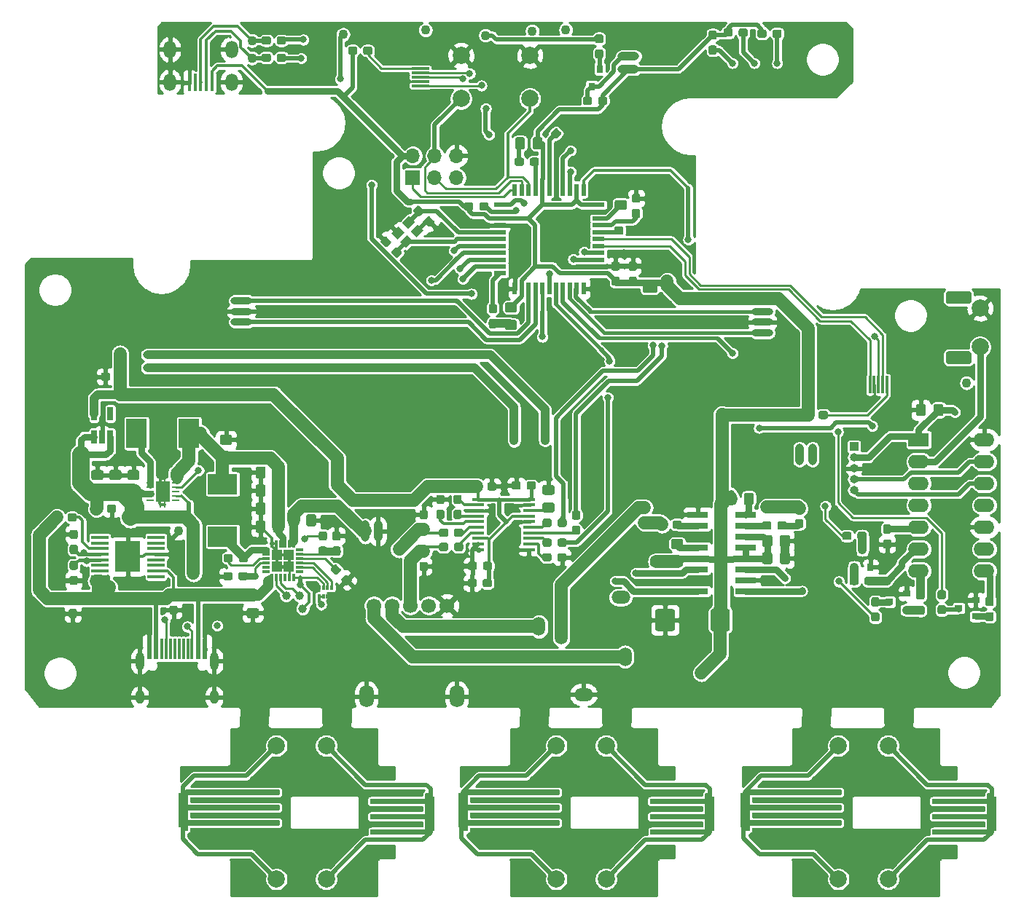
<source format=gtl>
G04 #@! TF.GenerationSoftware,KiCad,Pcbnew,(5.1.5-0-10_14)*
G04 #@! TF.CreationDate,2021-06-21T18:30:40+12:00*
G04 #@! TF.ProjectId,PiPortableBackingBoard,5069506f-7274-4616-926c-654261636b69,rev?*
G04 #@! TF.SameCoordinates,Original*
G04 #@! TF.FileFunction,Copper,L1,Top*
G04 #@! TF.FilePolarity,Positive*
%FSLAX46Y46*%
G04 Gerber Fmt 4.6, Leading zero omitted, Abs format (unit mm)*
G04 Created by KiCad (PCBNEW (5.1.5-0-10_14)) date 2021-06-21 18:30:40*
%MOMM*%
%LPD*%
G04 APERTURE LIST*
%ADD10C,0.100000*%
%ADD11C,2.000000*%
%ADD12C,3.200000*%
%ADD13R,2.350000X3.400000*%
%ADD14O,1.700000X2.600000*%
%ADD15C,1.700000*%
%ADD16R,4.000000X3.000000*%
%ADD17R,2.000000X0.300000*%
%ADD18R,3.000000X4.000000*%
%ADD19R,0.300000X2.000000*%
%ADD20C,1.100000*%
%ADD21C,1.000000*%
%ADD22R,1.000000X1.000000*%
%ADD23O,1.000000X1.000000*%
%ADD24R,3.400000X2.350000*%
%ADD25R,0.800000X0.900000*%
%ADD26R,0.900000X0.800000*%
%ADD27R,0.300000X0.500000*%
%ADD28R,0.850000X0.280000*%
%ADD29R,0.825000X1.200000*%
%ADD30R,0.280000X0.700000*%
%ADD31C,0.600000*%
%ADD32R,0.300000X0.850000*%
%ADD33R,0.850000X0.300000*%
%ADD34R,1.300000X1.300000*%
%ADD35R,1.450000X0.450000*%
%ADD36O,2.200000X1.500000*%
%ADD37O,1.500000X2.200000*%
%ADD38R,2.400000X0.800000*%
%ADD39R,0.508000X1.473200*%
%ADD40R,1.473200X0.508000*%
%ADD41R,2.940000X3.580000*%
%ADD42R,2.000000X0.450000*%
%ADD43O,1.000000X1.600000*%
%ADD44O,1.000000X2.100000*%
%ADD45R,0.300000X2.450000*%
%ADD46R,0.600000X2.450000*%
%ADD47O,2.500000X1.000000*%
%ADD48R,1.700000X1.700000*%
%ADD49O,1.700000X1.700000*%
%ADD50R,0.450000X2.000000*%
%ADD51O,1.450000X2.000000*%
%ADD52O,1.000000X2.500000*%
%ADD53O,2.500000X0.900000*%
%ADD54R,2.400000X1.600000*%
%ADD55O,2.400000X1.600000*%
%ADD56R,0.650000X1.560000*%
%ADD57C,0.800000*%
%ADD58C,0.500000*%
%ADD59C,0.750000*%
%ADD60C,1.500000*%
%ADD61C,0.250000*%
%ADD62C,0.330000*%
%ADD63C,2.000000*%
%ADD64C,0.800000*%
%ADD65C,0.400000*%
%ADD66C,1.000000*%
%ADD67C,1.200000*%
%ADD68C,0.900000*%
%ADD69C,0.600000*%
G04 APERTURE END LIST*
G04 #@! TA.AperFunction,SMDPad,CuDef*
D10*
G36*
X152545000Y-189190500D02*
G01*
X152049000Y-189562500D01*
X152040620Y-189567584D01*
X152031409Y-189570936D01*
X152019000Y-189572500D01*
X145542000Y-189572500D01*
X145532245Y-189571539D01*
X145522866Y-189568694D01*
X145514221Y-189564073D01*
X145506645Y-189557855D01*
X145500427Y-189550279D01*
X145495806Y-189541634D01*
X145492961Y-189532255D01*
X145492000Y-189522500D01*
X145492000Y-189014500D01*
X145492961Y-189004745D01*
X145495806Y-188995366D01*
X145500427Y-188986721D01*
X145506645Y-188979145D01*
X145514221Y-188972927D01*
X145522866Y-188968306D01*
X145532245Y-188965461D01*
X145542000Y-188964500D01*
X151842000Y-188964500D01*
X151842000Y-187794537D01*
X145478537Y-187799300D01*
X145468782Y-187798347D01*
X145459400Y-187795508D01*
X145450753Y-187790894D01*
X145443171Y-187784682D01*
X145436947Y-187777110D01*
X145432320Y-187768469D01*
X145429468Y-187759091D01*
X145428500Y-187749300D01*
X145428500Y-187241300D01*
X145429461Y-187231545D01*
X145432306Y-187222166D01*
X145436927Y-187213521D01*
X145443145Y-187205945D01*
X145450721Y-187199727D01*
X145459366Y-187195106D01*
X145468745Y-187192261D01*
X145478463Y-187191300D01*
X151842000Y-187186537D01*
X151842000Y-186016438D01*
X145478438Y-186008600D01*
X145468685Y-186007627D01*
X145459309Y-186004770D01*
X145450670Y-186000139D01*
X145443101Y-185993912D01*
X145436892Y-185986327D01*
X145432282Y-185977677D01*
X145429449Y-185968294D01*
X145428500Y-185958600D01*
X145428500Y-185458500D01*
X145429461Y-185448745D01*
X145432306Y-185439366D01*
X145436927Y-185430721D01*
X145443145Y-185423145D01*
X145450721Y-185416927D01*
X145459366Y-185412306D01*
X145468745Y-185409461D01*
X145478500Y-185408500D01*
X151842000Y-185408500D01*
X151842000Y-184823500D01*
X151842961Y-184813745D01*
X151845806Y-184804366D01*
X151850427Y-184795721D01*
X151856645Y-184788145D01*
X151864221Y-184781927D01*
X151872866Y-184777306D01*
X151882245Y-184774461D01*
X151892000Y-184773500D01*
X152273000Y-184773500D01*
X152282755Y-184774461D01*
X152292134Y-184777306D01*
X152300779Y-184781927D01*
X152308355Y-184788145D01*
X152314603Y-184795765D01*
X152568603Y-185176765D01*
X152573214Y-185185414D01*
X152574751Y-185190500D01*
X152900000Y-185190500D01*
X152900000Y-189190500D01*
X152545000Y-189190500D01*
G37*
G04 #@! TD.AperFunction*
G04 #@! TA.AperFunction,SMDPad,CuDef*
G36*
X144444500Y-184936500D02*
G01*
X144940500Y-184564500D01*
X144948880Y-184559416D01*
X144958091Y-184556064D01*
X144970366Y-184554500D01*
X151510866Y-184537000D01*
X151520623Y-184537935D01*
X151530011Y-184540755D01*
X151538667Y-184545352D01*
X151546261Y-184551550D01*
X151552499Y-184559110D01*
X151557143Y-184567742D01*
X151560013Y-184577114D01*
X151561000Y-184587000D01*
X151561000Y-185112500D01*
X151560039Y-185122255D01*
X151557194Y-185131634D01*
X151552573Y-185140279D01*
X151546355Y-185147855D01*
X151538779Y-185154073D01*
X151530134Y-185158694D01*
X151520755Y-185161539D01*
X151511000Y-185162500D01*
X145147500Y-185162500D01*
X145147500Y-186332500D01*
X151511000Y-186332500D01*
X151520755Y-186333461D01*
X151530134Y-186336306D01*
X151538779Y-186340927D01*
X151546355Y-186347145D01*
X151552573Y-186354721D01*
X151557194Y-186363366D01*
X151560039Y-186372745D01*
X151561000Y-186382500D01*
X151561000Y-186873000D01*
X151560039Y-186882755D01*
X151557194Y-186892134D01*
X151552573Y-186900779D01*
X151546355Y-186908355D01*
X151538779Y-186914573D01*
X151530134Y-186919194D01*
X151520755Y-186922039D01*
X151511136Y-186923000D01*
X145147500Y-186940364D01*
X145147500Y-188110500D01*
X151574500Y-188110500D01*
X151584255Y-188111461D01*
X151593634Y-188114306D01*
X151602279Y-188118927D01*
X151609855Y-188125145D01*
X151616073Y-188132721D01*
X151620694Y-188141366D01*
X151623539Y-188150745D01*
X151624500Y-188160500D01*
X151624500Y-188651000D01*
X151623539Y-188660755D01*
X151620694Y-188670134D01*
X151616073Y-188678779D01*
X151609855Y-188686355D01*
X151602279Y-188692573D01*
X151593634Y-188697194D01*
X151584255Y-188700039D01*
X151574635Y-188701000D01*
X145147500Y-188718365D01*
X145147500Y-189303500D01*
X145146539Y-189313255D01*
X145143694Y-189322634D01*
X145139073Y-189331279D01*
X145132855Y-189338855D01*
X145125279Y-189345073D01*
X145116634Y-189349694D01*
X145107255Y-189352539D01*
X145097500Y-189353500D01*
X144716500Y-189353500D01*
X144706745Y-189352539D01*
X144697366Y-189349694D01*
X144688721Y-189345073D01*
X144681145Y-189338855D01*
X144674897Y-189331235D01*
X144420897Y-188950235D01*
X144416286Y-188941586D01*
X144414749Y-188936500D01*
X144089500Y-188936500D01*
X144089500Y-184936500D01*
X144444500Y-184936500D01*
G37*
G04 #@! TD.AperFunction*
D11*
X140335000Y-194747000D03*
X140335000Y-179250000D03*
G04 #@! TA.AperFunction,SMDPad,CuDef*
D10*
G36*
X123553000Y-184746000D02*
G01*
X124049000Y-184374000D01*
X124057380Y-184368916D01*
X124066591Y-184365564D01*
X124079000Y-184364000D01*
X134874000Y-184364000D01*
X134883755Y-184364961D01*
X134893134Y-184367806D01*
X134901779Y-184372427D01*
X134909355Y-184378645D01*
X134915573Y-184386221D01*
X134920194Y-184394866D01*
X134923039Y-184404245D01*
X134924000Y-184414000D01*
X134924000Y-184922000D01*
X134923039Y-184931755D01*
X134920194Y-184941134D01*
X134915573Y-184949779D01*
X134909355Y-184957355D01*
X134901779Y-184963573D01*
X134893134Y-184968194D01*
X134883755Y-184971039D01*
X134874000Y-184972000D01*
X124256000Y-184972000D01*
X124256000Y-186142000D01*
X134874000Y-186142000D01*
X134883755Y-186142961D01*
X134893134Y-186145806D01*
X134901779Y-186150427D01*
X134909355Y-186156645D01*
X134915573Y-186164221D01*
X134920194Y-186172866D01*
X134923039Y-186182245D01*
X134924000Y-186192000D01*
X134924000Y-186700000D01*
X134923039Y-186709755D01*
X134920194Y-186719134D01*
X134915573Y-186727779D01*
X134909355Y-186735355D01*
X134901779Y-186741573D01*
X134893134Y-186746194D01*
X134883755Y-186749039D01*
X134874000Y-186750000D01*
X124256000Y-186750000D01*
X124256000Y-187920000D01*
X134874000Y-187920000D01*
X134883755Y-187920961D01*
X134893134Y-187923806D01*
X134901779Y-187928427D01*
X134909355Y-187934645D01*
X134915573Y-187942221D01*
X134920194Y-187950866D01*
X134923039Y-187960245D01*
X134924000Y-187970000D01*
X134924000Y-188478000D01*
X134923039Y-188487755D01*
X134920194Y-188497134D01*
X134915573Y-188505779D01*
X134909355Y-188513355D01*
X134901779Y-188519573D01*
X134893134Y-188524194D01*
X134883755Y-188527039D01*
X134874000Y-188528000D01*
X124256000Y-188528000D01*
X124256000Y-189113000D01*
X124255039Y-189122755D01*
X124252194Y-189132134D01*
X124247573Y-189140779D01*
X124241355Y-189148355D01*
X124233779Y-189154573D01*
X124225134Y-189159194D01*
X124215755Y-189162039D01*
X124206000Y-189163000D01*
X123825000Y-189163000D01*
X123815245Y-189162039D01*
X123805866Y-189159194D01*
X123797221Y-189154573D01*
X123789645Y-189148355D01*
X123783397Y-189140735D01*
X123529397Y-188759735D01*
X123524786Y-188751086D01*
X123523249Y-188746000D01*
X123198000Y-188746000D01*
X123198000Y-184746000D01*
X123553000Y-184746000D01*
G37*
G04 #@! TD.AperFunction*
G04 #@! TA.AperFunction,SMDPad,CuDef*
G36*
X135908000Y-189017500D02*
G01*
X135412000Y-189389500D01*
X135403620Y-189394584D01*
X135394409Y-189397936D01*
X135382000Y-189399500D01*
X124587000Y-189399500D01*
X124577245Y-189398539D01*
X124567866Y-189395694D01*
X124559221Y-189391073D01*
X124551645Y-189384855D01*
X124545427Y-189377279D01*
X124540806Y-189368634D01*
X124537961Y-189359255D01*
X124537000Y-189349500D01*
X124537000Y-188841500D01*
X124537961Y-188831745D01*
X124540806Y-188822366D01*
X124545427Y-188813721D01*
X124551645Y-188806145D01*
X124559221Y-188799927D01*
X124567866Y-188795306D01*
X124577245Y-188792461D01*
X124587000Y-188791500D01*
X135205000Y-188791500D01*
X135205000Y-187621500D01*
X124587000Y-187621500D01*
X124577245Y-187620539D01*
X124567866Y-187617694D01*
X124559221Y-187613073D01*
X124551645Y-187606855D01*
X124545427Y-187599279D01*
X124540806Y-187590634D01*
X124537961Y-187581255D01*
X124537000Y-187571500D01*
X124537000Y-187063500D01*
X124537961Y-187053745D01*
X124540806Y-187044366D01*
X124545427Y-187035721D01*
X124551645Y-187028145D01*
X124559221Y-187021927D01*
X124567866Y-187017306D01*
X124577245Y-187014461D01*
X124587000Y-187013500D01*
X135205000Y-187013500D01*
X135205000Y-185843500D01*
X124587000Y-185843500D01*
X124577245Y-185842539D01*
X124567866Y-185839694D01*
X124559221Y-185835073D01*
X124551645Y-185828855D01*
X124545427Y-185821279D01*
X124540806Y-185812634D01*
X124537961Y-185803255D01*
X124537000Y-185793500D01*
X124537000Y-185285500D01*
X124537961Y-185275745D01*
X124540806Y-185266366D01*
X124545427Y-185257721D01*
X124551645Y-185250145D01*
X124559221Y-185243927D01*
X124567866Y-185239306D01*
X124577245Y-185236461D01*
X124587000Y-185235500D01*
X135205000Y-185235500D01*
X135205000Y-184650500D01*
X135205961Y-184640745D01*
X135208806Y-184631366D01*
X135213427Y-184622721D01*
X135219645Y-184615145D01*
X135227221Y-184608927D01*
X135235866Y-184604306D01*
X135245245Y-184601461D01*
X135255000Y-184600500D01*
X135636000Y-184600500D01*
X135645755Y-184601461D01*
X135655134Y-184604306D01*
X135663779Y-184608927D01*
X135671355Y-184615145D01*
X135677603Y-184622765D01*
X135931603Y-185003765D01*
X135936214Y-185012414D01*
X135937751Y-185017500D01*
X136263000Y-185017500D01*
X136263000Y-189017500D01*
X135908000Y-189017500D01*
G37*
G04 #@! TD.AperFunction*
D12*
X144041000Y-179000000D03*
X131041000Y-179000000D03*
X131041000Y-195000000D03*
X144041000Y-195000000D03*
D11*
X134541000Y-179250000D03*
X137541000Y-179250000D03*
X134541000Y-194750000D03*
X137541000Y-194750000D03*
G04 #@! TA.AperFunction,SMDPad,CuDef*
D10*
G36*
X185057000Y-189190500D02*
G01*
X184561000Y-189562500D01*
X184552620Y-189567584D01*
X184543409Y-189570936D01*
X184531000Y-189572500D01*
X178054000Y-189572500D01*
X178044245Y-189571539D01*
X178034866Y-189568694D01*
X178026221Y-189564073D01*
X178018645Y-189557855D01*
X178012427Y-189550279D01*
X178007806Y-189541634D01*
X178004961Y-189532255D01*
X178004000Y-189522500D01*
X178004000Y-189014500D01*
X178004961Y-189004745D01*
X178007806Y-188995366D01*
X178012427Y-188986721D01*
X178018645Y-188979145D01*
X178026221Y-188972927D01*
X178034866Y-188968306D01*
X178044245Y-188965461D01*
X178054000Y-188964500D01*
X184354000Y-188964500D01*
X184354000Y-187794537D01*
X177990537Y-187799300D01*
X177980782Y-187798347D01*
X177971400Y-187795508D01*
X177962753Y-187790894D01*
X177955171Y-187784682D01*
X177948947Y-187777110D01*
X177944320Y-187768469D01*
X177941468Y-187759091D01*
X177940500Y-187749300D01*
X177940500Y-187241300D01*
X177941461Y-187231545D01*
X177944306Y-187222166D01*
X177948927Y-187213521D01*
X177955145Y-187205945D01*
X177962721Y-187199727D01*
X177971366Y-187195106D01*
X177980745Y-187192261D01*
X177990463Y-187191300D01*
X184354000Y-187186537D01*
X184354000Y-186016438D01*
X177990438Y-186008600D01*
X177980685Y-186007627D01*
X177971309Y-186004770D01*
X177962670Y-186000139D01*
X177955101Y-185993912D01*
X177948892Y-185986327D01*
X177944282Y-185977677D01*
X177941449Y-185968294D01*
X177940500Y-185958600D01*
X177940500Y-185458500D01*
X177941461Y-185448745D01*
X177944306Y-185439366D01*
X177948927Y-185430721D01*
X177955145Y-185423145D01*
X177962721Y-185416927D01*
X177971366Y-185412306D01*
X177980745Y-185409461D01*
X177990500Y-185408500D01*
X184354000Y-185408500D01*
X184354000Y-184823500D01*
X184354961Y-184813745D01*
X184357806Y-184804366D01*
X184362427Y-184795721D01*
X184368645Y-184788145D01*
X184376221Y-184781927D01*
X184384866Y-184777306D01*
X184394245Y-184774461D01*
X184404000Y-184773500D01*
X184785000Y-184773500D01*
X184794755Y-184774461D01*
X184804134Y-184777306D01*
X184812779Y-184781927D01*
X184820355Y-184788145D01*
X184826603Y-184795765D01*
X185080603Y-185176765D01*
X185085214Y-185185414D01*
X185086751Y-185190500D01*
X185412000Y-185190500D01*
X185412000Y-189190500D01*
X185057000Y-189190500D01*
G37*
G04 #@! TD.AperFunction*
G04 #@! TA.AperFunction,SMDPad,CuDef*
G36*
X176956500Y-184936500D02*
G01*
X177452500Y-184564500D01*
X177460880Y-184559416D01*
X177470091Y-184556064D01*
X177482366Y-184554500D01*
X184022866Y-184537000D01*
X184032623Y-184537935D01*
X184042011Y-184540755D01*
X184050667Y-184545352D01*
X184058261Y-184551550D01*
X184064499Y-184559110D01*
X184069143Y-184567742D01*
X184072013Y-184577114D01*
X184073000Y-184587000D01*
X184073000Y-185112500D01*
X184072039Y-185122255D01*
X184069194Y-185131634D01*
X184064573Y-185140279D01*
X184058355Y-185147855D01*
X184050779Y-185154073D01*
X184042134Y-185158694D01*
X184032755Y-185161539D01*
X184023000Y-185162500D01*
X177659500Y-185162500D01*
X177659500Y-186332500D01*
X184023000Y-186332500D01*
X184032755Y-186333461D01*
X184042134Y-186336306D01*
X184050779Y-186340927D01*
X184058355Y-186347145D01*
X184064573Y-186354721D01*
X184069194Y-186363366D01*
X184072039Y-186372745D01*
X184073000Y-186382500D01*
X184073000Y-186873000D01*
X184072039Y-186882755D01*
X184069194Y-186892134D01*
X184064573Y-186900779D01*
X184058355Y-186908355D01*
X184050779Y-186914573D01*
X184042134Y-186919194D01*
X184032755Y-186922039D01*
X184023136Y-186923000D01*
X177659500Y-186940364D01*
X177659500Y-188110500D01*
X184086500Y-188110500D01*
X184096255Y-188111461D01*
X184105634Y-188114306D01*
X184114279Y-188118927D01*
X184121855Y-188125145D01*
X184128073Y-188132721D01*
X184132694Y-188141366D01*
X184135539Y-188150745D01*
X184136500Y-188160500D01*
X184136500Y-188651000D01*
X184135539Y-188660755D01*
X184132694Y-188670134D01*
X184128073Y-188678779D01*
X184121855Y-188686355D01*
X184114279Y-188692573D01*
X184105634Y-188697194D01*
X184096255Y-188700039D01*
X184086635Y-188701000D01*
X177659500Y-188718365D01*
X177659500Y-189303500D01*
X177658539Y-189313255D01*
X177655694Y-189322634D01*
X177651073Y-189331279D01*
X177644855Y-189338855D01*
X177637279Y-189345073D01*
X177628634Y-189349694D01*
X177619255Y-189352539D01*
X177609500Y-189353500D01*
X177228500Y-189353500D01*
X177218745Y-189352539D01*
X177209366Y-189349694D01*
X177200721Y-189345073D01*
X177193145Y-189338855D01*
X177186897Y-189331235D01*
X176932897Y-188950235D01*
X176928286Y-188941586D01*
X176926749Y-188936500D01*
X176601500Y-188936500D01*
X176601500Y-184936500D01*
X176956500Y-184936500D01*
G37*
G04 #@! TD.AperFunction*
D11*
X172847000Y-194747000D03*
X172847000Y-179250000D03*
G04 #@! TA.AperFunction,SMDPad,CuDef*
D10*
G36*
X156065000Y-184746000D02*
G01*
X156561000Y-184374000D01*
X156569380Y-184368916D01*
X156578591Y-184365564D01*
X156591000Y-184364000D01*
X167386000Y-184364000D01*
X167395755Y-184364961D01*
X167405134Y-184367806D01*
X167413779Y-184372427D01*
X167421355Y-184378645D01*
X167427573Y-184386221D01*
X167432194Y-184394866D01*
X167435039Y-184404245D01*
X167436000Y-184414000D01*
X167436000Y-184922000D01*
X167435039Y-184931755D01*
X167432194Y-184941134D01*
X167427573Y-184949779D01*
X167421355Y-184957355D01*
X167413779Y-184963573D01*
X167405134Y-184968194D01*
X167395755Y-184971039D01*
X167386000Y-184972000D01*
X156768000Y-184972000D01*
X156768000Y-186142000D01*
X167386000Y-186142000D01*
X167395755Y-186142961D01*
X167405134Y-186145806D01*
X167413779Y-186150427D01*
X167421355Y-186156645D01*
X167427573Y-186164221D01*
X167432194Y-186172866D01*
X167435039Y-186182245D01*
X167436000Y-186192000D01*
X167436000Y-186700000D01*
X167435039Y-186709755D01*
X167432194Y-186719134D01*
X167427573Y-186727779D01*
X167421355Y-186735355D01*
X167413779Y-186741573D01*
X167405134Y-186746194D01*
X167395755Y-186749039D01*
X167386000Y-186750000D01*
X156768000Y-186750000D01*
X156768000Y-187920000D01*
X167386000Y-187920000D01*
X167395755Y-187920961D01*
X167405134Y-187923806D01*
X167413779Y-187928427D01*
X167421355Y-187934645D01*
X167427573Y-187942221D01*
X167432194Y-187950866D01*
X167435039Y-187960245D01*
X167436000Y-187970000D01*
X167436000Y-188478000D01*
X167435039Y-188487755D01*
X167432194Y-188497134D01*
X167427573Y-188505779D01*
X167421355Y-188513355D01*
X167413779Y-188519573D01*
X167405134Y-188524194D01*
X167395755Y-188527039D01*
X167386000Y-188528000D01*
X156768000Y-188528000D01*
X156768000Y-189113000D01*
X156767039Y-189122755D01*
X156764194Y-189132134D01*
X156759573Y-189140779D01*
X156753355Y-189148355D01*
X156745779Y-189154573D01*
X156737134Y-189159194D01*
X156727755Y-189162039D01*
X156718000Y-189163000D01*
X156337000Y-189163000D01*
X156327245Y-189162039D01*
X156317866Y-189159194D01*
X156309221Y-189154573D01*
X156301645Y-189148355D01*
X156295397Y-189140735D01*
X156041397Y-188759735D01*
X156036786Y-188751086D01*
X156035249Y-188746000D01*
X155710000Y-188746000D01*
X155710000Y-184746000D01*
X156065000Y-184746000D01*
G37*
G04 #@! TD.AperFunction*
G04 #@! TA.AperFunction,SMDPad,CuDef*
G36*
X168420000Y-189017500D02*
G01*
X167924000Y-189389500D01*
X167915620Y-189394584D01*
X167906409Y-189397936D01*
X167894000Y-189399500D01*
X157099000Y-189399500D01*
X157089245Y-189398539D01*
X157079866Y-189395694D01*
X157071221Y-189391073D01*
X157063645Y-189384855D01*
X157057427Y-189377279D01*
X157052806Y-189368634D01*
X157049961Y-189359255D01*
X157049000Y-189349500D01*
X157049000Y-188841500D01*
X157049961Y-188831745D01*
X157052806Y-188822366D01*
X157057427Y-188813721D01*
X157063645Y-188806145D01*
X157071221Y-188799927D01*
X157079866Y-188795306D01*
X157089245Y-188792461D01*
X157099000Y-188791500D01*
X167717000Y-188791500D01*
X167717000Y-187621500D01*
X157099000Y-187621500D01*
X157089245Y-187620539D01*
X157079866Y-187617694D01*
X157071221Y-187613073D01*
X157063645Y-187606855D01*
X157057427Y-187599279D01*
X157052806Y-187590634D01*
X157049961Y-187581255D01*
X157049000Y-187571500D01*
X157049000Y-187063500D01*
X157049961Y-187053745D01*
X157052806Y-187044366D01*
X157057427Y-187035721D01*
X157063645Y-187028145D01*
X157071221Y-187021927D01*
X157079866Y-187017306D01*
X157089245Y-187014461D01*
X157099000Y-187013500D01*
X167717000Y-187013500D01*
X167717000Y-185843500D01*
X157099000Y-185843500D01*
X157089245Y-185842539D01*
X157079866Y-185839694D01*
X157071221Y-185835073D01*
X157063645Y-185828855D01*
X157057427Y-185821279D01*
X157052806Y-185812634D01*
X157049961Y-185803255D01*
X157049000Y-185793500D01*
X157049000Y-185285500D01*
X157049961Y-185275745D01*
X157052806Y-185266366D01*
X157057427Y-185257721D01*
X157063645Y-185250145D01*
X157071221Y-185243927D01*
X157079866Y-185239306D01*
X157089245Y-185236461D01*
X157099000Y-185235500D01*
X167717000Y-185235500D01*
X167717000Y-184650500D01*
X167717961Y-184640745D01*
X167720806Y-184631366D01*
X167725427Y-184622721D01*
X167731645Y-184615145D01*
X167739221Y-184608927D01*
X167747866Y-184604306D01*
X167757245Y-184601461D01*
X167767000Y-184600500D01*
X168148000Y-184600500D01*
X168157755Y-184601461D01*
X168167134Y-184604306D01*
X168175779Y-184608927D01*
X168183355Y-184615145D01*
X168189603Y-184622765D01*
X168443603Y-185003765D01*
X168448214Y-185012414D01*
X168449751Y-185017500D01*
X168775000Y-185017500D01*
X168775000Y-189017500D01*
X168420000Y-189017500D01*
G37*
G04 #@! TD.AperFunction*
D12*
X176553000Y-179000000D03*
X163553000Y-179000000D03*
X163553000Y-195000000D03*
X176553000Y-195000000D03*
D11*
X167053000Y-179250000D03*
X170053000Y-179250000D03*
X167053000Y-194750000D03*
X170053000Y-194750000D03*
G04 #@! TA.AperFunction,SMDPad,CuDef*
D10*
G36*
X217823000Y-189190500D02*
G01*
X217327000Y-189562500D01*
X217318620Y-189567584D01*
X217309409Y-189570936D01*
X217297000Y-189572500D01*
X210820000Y-189572500D01*
X210810245Y-189571539D01*
X210800866Y-189568694D01*
X210792221Y-189564073D01*
X210784645Y-189557855D01*
X210778427Y-189550279D01*
X210773806Y-189541634D01*
X210770961Y-189532255D01*
X210770000Y-189522500D01*
X210770000Y-189014500D01*
X210770961Y-189004745D01*
X210773806Y-188995366D01*
X210778427Y-188986721D01*
X210784645Y-188979145D01*
X210792221Y-188972927D01*
X210800866Y-188968306D01*
X210810245Y-188965461D01*
X210820000Y-188964500D01*
X217120000Y-188964500D01*
X217120000Y-187794537D01*
X210756537Y-187799300D01*
X210746782Y-187798347D01*
X210737400Y-187795508D01*
X210728753Y-187790894D01*
X210721171Y-187784682D01*
X210714947Y-187777110D01*
X210710320Y-187768469D01*
X210707468Y-187759091D01*
X210706500Y-187749300D01*
X210706500Y-187241300D01*
X210707461Y-187231545D01*
X210710306Y-187222166D01*
X210714927Y-187213521D01*
X210721145Y-187205945D01*
X210728721Y-187199727D01*
X210737366Y-187195106D01*
X210746745Y-187192261D01*
X210756463Y-187191300D01*
X217120000Y-187186537D01*
X217120000Y-186016438D01*
X210756438Y-186008600D01*
X210746685Y-186007627D01*
X210737309Y-186004770D01*
X210728670Y-186000139D01*
X210721101Y-185993912D01*
X210714892Y-185986327D01*
X210710282Y-185977677D01*
X210707449Y-185968294D01*
X210706500Y-185958600D01*
X210706500Y-185458500D01*
X210707461Y-185448745D01*
X210710306Y-185439366D01*
X210714927Y-185430721D01*
X210721145Y-185423145D01*
X210728721Y-185416927D01*
X210737366Y-185412306D01*
X210746745Y-185409461D01*
X210756500Y-185408500D01*
X217120000Y-185408500D01*
X217120000Y-184823500D01*
X217120961Y-184813745D01*
X217123806Y-184804366D01*
X217128427Y-184795721D01*
X217134645Y-184788145D01*
X217142221Y-184781927D01*
X217150866Y-184777306D01*
X217160245Y-184774461D01*
X217170000Y-184773500D01*
X217551000Y-184773500D01*
X217560755Y-184774461D01*
X217570134Y-184777306D01*
X217578779Y-184781927D01*
X217586355Y-184788145D01*
X217592603Y-184795765D01*
X217846603Y-185176765D01*
X217851214Y-185185414D01*
X217852751Y-185190500D01*
X218178000Y-185190500D01*
X218178000Y-189190500D01*
X217823000Y-189190500D01*
G37*
G04 #@! TD.AperFunction*
G04 #@! TA.AperFunction,SMDPad,CuDef*
G36*
X209722500Y-184936500D02*
G01*
X210218500Y-184564500D01*
X210226880Y-184559416D01*
X210236091Y-184556064D01*
X210248366Y-184554500D01*
X216788866Y-184537000D01*
X216798623Y-184537935D01*
X216808011Y-184540755D01*
X216816667Y-184545352D01*
X216824261Y-184551550D01*
X216830499Y-184559110D01*
X216835143Y-184567742D01*
X216838013Y-184577114D01*
X216839000Y-184587000D01*
X216839000Y-185112500D01*
X216838039Y-185122255D01*
X216835194Y-185131634D01*
X216830573Y-185140279D01*
X216824355Y-185147855D01*
X216816779Y-185154073D01*
X216808134Y-185158694D01*
X216798755Y-185161539D01*
X216789000Y-185162500D01*
X210425500Y-185162500D01*
X210425500Y-186332500D01*
X216789000Y-186332500D01*
X216798755Y-186333461D01*
X216808134Y-186336306D01*
X216816779Y-186340927D01*
X216824355Y-186347145D01*
X216830573Y-186354721D01*
X216835194Y-186363366D01*
X216838039Y-186372745D01*
X216839000Y-186382500D01*
X216839000Y-186873000D01*
X216838039Y-186882755D01*
X216835194Y-186892134D01*
X216830573Y-186900779D01*
X216824355Y-186908355D01*
X216816779Y-186914573D01*
X216808134Y-186919194D01*
X216798755Y-186922039D01*
X216789136Y-186923000D01*
X210425500Y-186940364D01*
X210425500Y-188110500D01*
X216852500Y-188110500D01*
X216862255Y-188111461D01*
X216871634Y-188114306D01*
X216880279Y-188118927D01*
X216887855Y-188125145D01*
X216894073Y-188132721D01*
X216898694Y-188141366D01*
X216901539Y-188150745D01*
X216902500Y-188160500D01*
X216902500Y-188651000D01*
X216901539Y-188660755D01*
X216898694Y-188670134D01*
X216894073Y-188678779D01*
X216887855Y-188686355D01*
X216880279Y-188692573D01*
X216871634Y-188697194D01*
X216862255Y-188700039D01*
X216852635Y-188701000D01*
X210425500Y-188718365D01*
X210425500Y-189303500D01*
X210424539Y-189313255D01*
X210421694Y-189322634D01*
X210417073Y-189331279D01*
X210410855Y-189338855D01*
X210403279Y-189345073D01*
X210394634Y-189349694D01*
X210385255Y-189352539D01*
X210375500Y-189353500D01*
X209994500Y-189353500D01*
X209984745Y-189352539D01*
X209975366Y-189349694D01*
X209966721Y-189345073D01*
X209959145Y-189338855D01*
X209952897Y-189331235D01*
X209698897Y-188950235D01*
X209694286Y-188941586D01*
X209692749Y-188936500D01*
X209367500Y-188936500D01*
X209367500Y-184936500D01*
X209722500Y-184936500D01*
G37*
G04 #@! TD.AperFunction*
D11*
X205613000Y-194747000D03*
X205613000Y-179250000D03*
G04 #@! TA.AperFunction,SMDPad,CuDef*
D10*
G36*
X188831000Y-184746000D02*
G01*
X189327000Y-184374000D01*
X189335380Y-184368916D01*
X189344591Y-184365564D01*
X189357000Y-184364000D01*
X200152000Y-184364000D01*
X200161755Y-184364961D01*
X200171134Y-184367806D01*
X200179779Y-184372427D01*
X200187355Y-184378645D01*
X200193573Y-184386221D01*
X200198194Y-184394866D01*
X200201039Y-184404245D01*
X200202000Y-184414000D01*
X200202000Y-184922000D01*
X200201039Y-184931755D01*
X200198194Y-184941134D01*
X200193573Y-184949779D01*
X200187355Y-184957355D01*
X200179779Y-184963573D01*
X200171134Y-184968194D01*
X200161755Y-184971039D01*
X200152000Y-184972000D01*
X189534000Y-184972000D01*
X189534000Y-186142000D01*
X200152000Y-186142000D01*
X200161755Y-186142961D01*
X200171134Y-186145806D01*
X200179779Y-186150427D01*
X200187355Y-186156645D01*
X200193573Y-186164221D01*
X200198194Y-186172866D01*
X200201039Y-186182245D01*
X200202000Y-186192000D01*
X200202000Y-186700000D01*
X200201039Y-186709755D01*
X200198194Y-186719134D01*
X200193573Y-186727779D01*
X200187355Y-186735355D01*
X200179779Y-186741573D01*
X200171134Y-186746194D01*
X200161755Y-186749039D01*
X200152000Y-186750000D01*
X189534000Y-186750000D01*
X189534000Y-187920000D01*
X200152000Y-187920000D01*
X200161755Y-187920961D01*
X200171134Y-187923806D01*
X200179779Y-187928427D01*
X200187355Y-187934645D01*
X200193573Y-187942221D01*
X200198194Y-187950866D01*
X200201039Y-187960245D01*
X200202000Y-187970000D01*
X200202000Y-188478000D01*
X200201039Y-188487755D01*
X200198194Y-188497134D01*
X200193573Y-188505779D01*
X200187355Y-188513355D01*
X200179779Y-188519573D01*
X200171134Y-188524194D01*
X200161755Y-188527039D01*
X200152000Y-188528000D01*
X189534000Y-188528000D01*
X189534000Y-189113000D01*
X189533039Y-189122755D01*
X189530194Y-189132134D01*
X189525573Y-189140779D01*
X189519355Y-189148355D01*
X189511779Y-189154573D01*
X189503134Y-189159194D01*
X189493755Y-189162039D01*
X189484000Y-189163000D01*
X189103000Y-189163000D01*
X189093245Y-189162039D01*
X189083866Y-189159194D01*
X189075221Y-189154573D01*
X189067645Y-189148355D01*
X189061397Y-189140735D01*
X188807397Y-188759735D01*
X188802786Y-188751086D01*
X188801249Y-188746000D01*
X188476000Y-188746000D01*
X188476000Y-184746000D01*
X188831000Y-184746000D01*
G37*
G04 #@! TD.AperFunction*
G04 #@! TA.AperFunction,SMDPad,CuDef*
G36*
X201186000Y-189017500D02*
G01*
X200690000Y-189389500D01*
X200681620Y-189394584D01*
X200672409Y-189397936D01*
X200660000Y-189399500D01*
X189865000Y-189399500D01*
X189855245Y-189398539D01*
X189845866Y-189395694D01*
X189837221Y-189391073D01*
X189829645Y-189384855D01*
X189823427Y-189377279D01*
X189818806Y-189368634D01*
X189815961Y-189359255D01*
X189815000Y-189349500D01*
X189815000Y-188841500D01*
X189815961Y-188831745D01*
X189818806Y-188822366D01*
X189823427Y-188813721D01*
X189829645Y-188806145D01*
X189837221Y-188799927D01*
X189845866Y-188795306D01*
X189855245Y-188792461D01*
X189865000Y-188791500D01*
X200483000Y-188791500D01*
X200483000Y-187621500D01*
X189865000Y-187621500D01*
X189855245Y-187620539D01*
X189845866Y-187617694D01*
X189837221Y-187613073D01*
X189829645Y-187606855D01*
X189823427Y-187599279D01*
X189818806Y-187590634D01*
X189815961Y-187581255D01*
X189815000Y-187571500D01*
X189815000Y-187063500D01*
X189815961Y-187053745D01*
X189818806Y-187044366D01*
X189823427Y-187035721D01*
X189829645Y-187028145D01*
X189837221Y-187021927D01*
X189845866Y-187017306D01*
X189855245Y-187014461D01*
X189865000Y-187013500D01*
X200483000Y-187013500D01*
X200483000Y-185843500D01*
X189865000Y-185843500D01*
X189855245Y-185842539D01*
X189845866Y-185839694D01*
X189837221Y-185835073D01*
X189829645Y-185828855D01*
X189823427Y-185821279D01*
X189818806Y-185812634D01*
X189815961Y-185803255D01*
X189815000Y-185793500D01*
X189815000Y-185285500D01*
X189815961Y-185275745D01*
X189818806Y-185266366D01*
X189823427Y-185257721D01*
X189829645Y-185250145D01*
X189837221Y-185243927D01*
X189845866Y-185239306D01*
X189855245Y-185236461D01*
X189865000Y-185235500D01*
X200483000Y-185235500D01*
X200483000Y-184650500D01*
X200483961Y-184640745D01*
X200486806Y-184631366D01*
X200491427Y-184622721D01*
X200497645Y-184615145D01*
X200505221Y-184608927D01*
X200513866Y-184604306D01*
X200523245Y-184601461D01*
X200533000Y-184600500D01*
X200914000Y-184600500D01*
X200923755Y-184601461D01*
X200933134Y-184604306D01*
X200941779Y-184608927D01*
X200949355Y-184615145D01*
X200955603Y-184622765D01*
X201209603Y-185003765D01*
X201214214Y-185012414D01*
X201215751Y-185017500D01*
X201541000Y-185017500D01*
X201541000Y-189017500D01*
X201186000Y-189017500D01*
G37*
G04 #@! TD.AperFunction*
D12*
X209319000Y-179000000D03*
X196319000Y-179000000D03*
X196319000Y-195000000D03*
X209319000Y-195000000D03*
D11*
X199819000Y-179250000D03*
X202819000Y-179250000D03*
X199819000Y-194750000D03*
X202819000Y-194750000D03*
D13*
X118298500Y-142938500D03*
X124398500Y-142938500D03*
D14*
X155500000Y-173500000D03*
X145000000Y-173500000D03*
D15*
X154380000Y-162950000D03*
X152250000Y-162950000D03*
X150120000Y-162950000D03*
X147990000Y-162950000D03*
X145860000Y-162950000D03*
D16*
X148716000Y-104907900D03*
X148766000Y-98207900D03*
D17*
X151266000Y-102507900D03*
X151266000Y-100507900D03*
X151266000Y-102007900D03*
X151266000Y-101007900D03*
X151266000Y-101507900D03*
D18*
X201098600Y-134733300D03*
X207798600Y-134783300D03*
D19*
X203498600Y-137283300D03*
X205498600Y-137283300D03*
X203998600Y-137283300D03*
X204998600Y-137283300D03*
X204498600Y-137283300D03*
D20*
X168148000Y-96012000D03*
X131699000Y-97282000D03*
X131699000Y-99314000D03*
D21*
X135676000Y-161786000D03*
G04 #@! TA.AperFunction,SMDPad,CuDef*
D10*
G36*
X114216505Y-147193204D02*
G01*
X114240773Y-147196804D01*
X114264572Y-147202765D01*
X114287671Y-147211030D01*
X114309850Y-147221520D01*
X114330893Y-147234132D01*
X114350599Y-147248747D01*
X114368777Y-147265223D01*
X114385253Y-147283401D01*
X114399868Y-147303107D01*
X114412480Y-147324150D01*
X114422970Y-147346329D01*
X114431235Y-147369428D01*
X114437196Y-147393227D01*
X114440796Y-147417495D01*
X114442000Y-147441999D01*
X114442000Y-148092001D01*
X114440796Y-148116505D01*
X114437196Y-148140773D01*
X114431235Y-148164572D01*
X114422970Y-148187671D01*
X114412480Y-148209850D01*
X114399868Y-148230893D01*
X114385253Y-148250599D01*
X114368777Y-148268777D01*
X114350599Y-148285253D01*
X114330893Y-148299868D01*
X114309850Y-148312480D01*
X114287671Y-148322970D01*
X114264572Y-148331235D01*
X114240773Y-148337196D01*
X114216505Y-148340796D01*
X114192001Y-148342000D01*
X113291999Y-148342000D01*
X113267495Y-148340796D01*
X113243227Y-148337196D01*
X113219428Y-148331235D01*
X113196329Y-148322970D01*
X113174150Y-148312480D01*
X113153107Y-148299868D01*
X113133401Y-148285253D01*
X113115223Y-148268777D01*
X113098747Y-148250599D01*
X113084132Y-148230893D01*
X113071520Y-148209850D01*
X113061030Y-148187671D01*
X113052765Y-148164572D01*
X113046804Y-148140773D01*
X113043204Y-148116505D01*
X113042000Y-148092001D01*
X113042000Y-147441999D01*
X113043204Y-147417495D01*
X113046804Y-147393227D01*
X113052765Y-147369428D01*
X113061030Y-147346329D01*
X113071520Y-147324150D01*
X113084132Y-147303107D01*
X113098747Y-147283401D01*
X113115223Y-147265223D01*
X113133401Y-147248747D01*
X113153107Y-147234132D01*
X113174150Y-147221520D01*
X113196329Y-147211030D01*
X113219428Y-147202765D01*
X113243227Y-147196804D01*
X113267495Y-147193204D01*
X113291999Y-147192000D01*
X114192001Y-147192000D01*
X114216505Y-147193204D01*
G37*
G04 #@! TD.AperFunction*
G04 #@! TA.AperFunction,SMDPad,CuDef*
G36*
X114216505Y-149243204D02*
G01*
X114240773Y-149246804D01*
X114264572Y-149252765D01*
X114287671Y-149261030D01*
X114309850Y-149271520D01*
X114330893Y-149284132D01*
X114350599Y-149298747D01*
X114368777Y-149315223D01*
X114385253Y-149333401D01*
X114399868Y-149353107D01*
X114412480Y-149374150D01*
X114422970Y-149396329D01*
X114431235Y-149419428D01*
X114437196Y-149443227D01*
X114440796Y-149467495D01*
X114442000Y-149491999D01*
X114442000Y-150142001D01*
X114440796Y-150166505D01*
X114437196Y-150190773D01*
X114431235Y-150214572D01*
X114422970Y-150237671D01*
X114412480Y-150259850D01*
X114399868Y-150280893D01*
X114385253Y-150300599D01*
X114368777Y-150318777D01*
X114350599Y-150335253D01*
X114330893Y-150349868D01*
X114309850Y-150362480D01*
X114287671Y-150372970D01*
X114264572Y-150381235D01*
X114240773Y-150387196D01*
X114216505Y-150390796D01*
X114192001Y-150392000D01*
X113291999Y-150392000D01*
X113267495Y-150390796D01*
X113243227Y-150387196D01*
X113219428Y-150381235D01*
X113196329Y-150372970D01*
X113174150Y-150362480D01*
X113153107Y-150349868D01*
X113133401Y-150335253D01*
X113115223Y-150318777D01*
X113098747Y-150300599D01*
X113084132Y-150280893D01*
X113071520Y-150259850D01*
X113061030Y-150237671D01*
X113052765Y-150214572D01*
X113046804Y-150190773D01*
X113043204Y-150166505D01*
X113042000Y-150142001D01*
X113042000Y-149491999D01*
X113043204Y-149467495D01*
X113046804Y-149443227D01*
X113052765Y-149419428D01*
X113061030Y-149396329D01*
X113071520Y-149374150D01*
X113084132Y-149353107D01*
X113098747Y-149333401D01*
X113115223Y-149315223D01*
X113133401Y-149298747D01*
X113153107Y-149284132D01*
X113174150Y-149271520D01*
X113196329Y-149261030D01*
X113219428Y-149252765D01*
X113243227Y-149246804D01*
X113267495Y-149243204D01*
X113291999Y-149242000D01*
X114192001Y-149242000D01*
X114216505Y-149243204D01*
G37*
G04 #@! TD.AperFunction*
G04 #@! TA.AperFunction,SMDPad,CuDef*
G36*
X116316505Y-149243204D02*
G01*
X116340773Y-149246804D01*
X116364572Y-149252765D01*
X116387671Y-149261030D01*
X116409850Y-149271520D01*
X116430893Y-149284132D01*
X116450599Y-149298747D01*
X116468777Y-149315223D01*
X116485253Y-149333401D01*
X116499868Y-149353107D01*
X116512480Y-149374150D01*
X116522970Y-149396329D01*
X116531235Y-149419428D01*
X116537196Y-149443227D01*
X116540796Y-149467495D01*
X116542000Y-149491999D01*
X116542000Y-150142001D01*
X116540796Y-150166505D01*
X116537196Y-150190773D01*
X116531235Y-150214572D01*
X116522970Y-150237671D01*
X116512480Y-150259850D01*
X116499868Y-150280893D01*
X116485253Y-150300599D01*
X116468777Y-150318777D01*
X116450599Y-150335253D01*
X116430893Y-150349868D01*
X116409850Y-150362480D01*
X116387671Y-150372970D01*
X116364572Y-150381235D01*
X116340773Y-150387196D01*
X116316505Y-150390796D01*
X116292001Y-150392000D01*
X115391999Y-150392000D01*
X115367495Y-150390796D01*
X115343227Y-150387196D01*
X115319428Y-150381235D01*
X115296329Y-150372970D01*
X115274150Y-150362480D01*
X115253107Y-150349868D01*
X115233401Y-150335253D01*
X115215223Y-150318777D01*
X115198747Y-150300599D01*
X115184132Y-150280893D01*
X115171520Y-150259850D01*
X115161030Y-150237671D01*
X115152765Y-150214572D01*
X115146804Y-150190773D01*
X115143204Y-150166505D01*
X115142000Y-150142001D01*
X115142000Y-149491999D01*
X115143204Y-149467495D01*
X115146804Y-149443227D01*
X115152765Y-149419428D01*
X115161030Y-149396329D01*
X115171520Y-149374150D01*
X115184132Y-149353107D01*
X115198747Y-149333401D01*
X115215223Y-149315223D01*
X115233401Y-149298747D01*
X115253107Y-149284132D01*
X115274150Y-149271520D01*
X115296329Y-149261030D01*
X115319428Y-149252765D01*
X115343227Y-149246804D01*
X115367495Y-149243204D01*
X115391999Y-149242000D01*
X116292001Y-149242000D01*
X116316505Y-149243204D01*
G37*
G04 #@! TD.AperFunction*
G04 #@! TA.AperFunction,SMDPad,CuDef*
G36*
X116316505Y-147193204D02*
G01*
X116340773Y-147196804D01*
X116364572Y-147202765D01*
X116387671Y-147211030D01*
X116409850Y-147221520D01*
X116430893Y-147234132D01*
X116450599Y-147248747D01*
X116468777Y-147265223D01*
X116485253Y-147283401D01*
X116499868Y-147303107D01*
X116512480Y-147324150D01*
X116522970Y-147346329D01*
X116531235Y-147369428D01*
X116537196Y-147393227D01*
X116540796Y-147417495D01*
X116542000Y-147441999D01*
X116542000Y-148092001D01*
X116540796Y-148116505D01*
X116537196Y-148140773D01*
X116531235Y-148164572D01*
X116522970Y-148187671D01*
X116512480Y-148209850D01*
X116499868Y-148230893D01*
X116485253Y-148250599D01*
X116468777Y-148268777D01*
X116450599Y-148285253D01*
X116430893Y-148299868D01*
X116409850Y-148312480D01*
X116387671Y-148322970D01*
X116364572Y-148331235D01*
X116340773Y-148337196D01*
X116316505Y-148340796D01*
X116292001Y-148342000D01*
X115391999Y-148342000D01*
X115367495Y-148340796D01*
X115343227Y-148337196D01*
X115319428Y-148331235D01*
X115296329Y-148322970D01*
X115274150Y-148312480D01*
X115253107Y-148299868D01*
X115233401Y-148285253D01*
X115215223Y-148268777D01*
X115198747Y-148250599D01*
X115184132Y-148230893D01*
X115171520Y-148209850D01*
X115161030Y-148187671D01*
X115152765Y-148164572D01*
X115146804Y-148140773D01*
X115143204Y-148116505D01*
X115142000Y-148092001D01*
X115142000Y-147441999D01*
X115143204Y-147417495D01*
X115146804Y-147393227D01*
X115152765Y-147369428D01*
X115161030Y-147346329D01*
X115171520Y-147324150D01*
X115184132Y-147303107D01*
X115198747Y-147283401D01*
X115215223Y-147265223D01*
X115233401Y-147248747D01*
X115253107Y-147234132D01*
X115274150Y-147221520D01*
X115296329Y-147211030D01*
X115319428Y-147202765D01*
X115343227Y-147196804D01*
X115367495Y-147193204D01*
X115391999Y-147192000D01*
X116292001Y-147192000D01*
X116316505Y-147193204D01*
G37*
G04 #@! TD.AperFunction*
G04 #@! TA.AperFunction,SMDPad,CuDef*
G36*
X118416505Y-147193204D02*
G01*
X118440773Y-147196804D01*
X118464572Y-147202765D01*
X118487671Y-147211030D01*
X118509850Y-147221520D01*
X118530893Y-147234132D01*
X118550599Y-147248747D01*
X118568777Y-147265223D01*
X118585253Y-147283401D01*
X118599868Y-147303107D01*
X118612480Y-147324150D01*
X118622970Y-147346329D01*
X118631235Y-147369428D01*
X118637196Y-147393227D01*
X118640796Y-147417495D01*
X118642000Y-147441999D01*
X118642000Y-148092001D01*
X118640796Y-148116505D01*
X118637196Y-148140773D01*
X118631235Y-148164572D01*
X118622970Y-148187671D01*
X118612480Y-148209850D01*
X118599868Y-148230893D01*
X118585253Y-148250599D01*
X118568777Y-148268777D01*
X118550599Y-148285253D01*
X118530893Y-148299868D01*
X118509850Y-148312480D01*
X118487671Y-148322970D01*
X118464572Y-148331235D01*
X118440773Y-148337196D01*
X118416505Y-148340796D01*
X118392001Y-148342000D01*
X117491999Y-148342000D01*
X117467495Y-148340796D01*
X117443227Y-148337196D01*
X117419428Y-148331235D01*
X117396329Y-148322970D01*
X117374150Y-148312480D01*
X117353107Y-148299868D01*
X117333401Y-148285253D01*
X117315223Y-148268777D01*
X117298747Y-148250599D01*
X117284132Y-148230893D01*
X117271520Y-148209850D01*
X117261030Y-148187671D01*
X117252765Y-148164572D01*
X117246804Y-148140773D01*
X117243204Y-148116505D01*
X117242000Y-148092001D01*
X117242000Y-147441999D01*
X117243204Y-147417495D01*
X117246804Y-147393227D01*
X117252765Y-147369428D01*
X117261030Y-147346329D01*
X117271520Y-147324150D01*
X117284132Y-147303107D01*
X117298747Y-147283401D01*
X117315223Y-147265223D01*
X117333401Y-147248747D01*
X117353107Y-147234132D01*
X117374150Y-147221520D01*
X117396329Y-147211030D01*
X117419428Y-147202765D01*
X117443227Y-147196804D01*
X117467495Y-147193204D01*
X117491999Y-147192000D01*
X118392001Y-147192000D01*
X118416505Y-147193204D01*
G37*
G04 #@! TD.AperFunction*
G04 #@! TA.AperFunction,SMDPad,CuDef*
G36*
X118416505Y-149243204D02*
G01*
X118440773Y-149246804D01*
X118464572Y-149252765D01*
X118487671Y-149261030D01*
X118509850Y-149271520D01*
X118530893Y-149284132D01*
X118550599Y-149298747D01*
X118568777Y-149315223D01*
X118585253Y-149333401D01*
X118599868Y-149353107D01*
X118612480Y-149374150D01*
X118622970Y-149396329D01*
X118631235Y-149419428D01*
X118637196Y-149443227D01*
X118640796Y-149467495D01*
X118642000Y-149491999D01*
X118642000Y-150142001D01*
X118640796Y-150166505D01*
X118637196Y-150190773D01*
X118631235Y-150214572D01*
X118622970Y-150237671D01*
X118612480Y-150259850D01*
X118599868Y-150280893D01*
X118585253Y-150300599D01*
X118568777Y-150318777D01*
X118550599Y-150335253D01*
X118530893Y-150349868D01*
X118509850Y-150362480D01*
X118487671Y-150372970D01*
X118464572Y-150381235D01*
X118440773Y-150387196D01*
X118416505Y-150390796D01*
X118392001Y-150392000D01*
X117491999Y-150392000D01*
X117467495Y-150390796D01*
X117443227Y-150387196D01*
X117419428Y-150381235D01*
X117396329Y-150372970D01*
X117374150Y-150362480D01*
X117353107Y-150349868D01*
X117333401Y-150335253D01*
X117315223Y-150318777D01*
X117298747Y-150300599D01*
X117284132Y-150280893D01*
X117271520Y-150259850D01*
X117261030Y-150237671D01*
X117252765Y-150214572D01*
X117246804Y-150190773D01*
X117243204Y-150166505D01*
X117242000Y-150142001D01*
X117242000Y-149491999D01*
X117243204Y-149467495D01*
X117246804Y-149443227D01*
X117252765Y-149419428D01*
X117261030Y-149396329D01*
X117271520Y-149374150D01*
X117284132Y-149353107D01*
X117298747Y-149333401D01*
X117315223Y-149315223D01*
X117333401Y-149298747D01*
X117353107Y-149284132D01*
X117374150Y-149271520D01*
X117396329Y-149261030D01*
X117419428Y-149252765D01*
X117443227Y-149246804D01*
X117467495Y-149243204D01*
X117491999Y-149242000D01*
X118392001Y-149242000D01*
X118416505Y-149243204D01*
G37*
G04 #@! TD.AperFunction*
G04 #@! TA.AperFunction,SMDPad,CuDef*
G36*
X129174505Y-145151204D02*
G01*
X129198773Y-145154804D01*
X129222572Y-145160765D01*
X129245671Y-145169030D01*
X129267850Y-145179520D01*
X129288893Y-145192132D01*
X129308599Y-145206747D01*
X129326777Y-145223223D01*
X129343253Y-145241401D01*
X129357868Y-145261107D01*
X129370480Y-145282150D01*
X129380970Y-145304329D01*
X129389235Y-145327428D01*
X129395196Y-145351227D01*
X129398796Y-145375495D01*
X129400000Y-145399999D01*
X129400000Y-146050001D01*
X129398796Y-146074505D01*
X129395196Y-146098773D01*
X129389235Y-146122572D01*
X129380970Y-146145671D01*
X129370480Y-146167850D01*
X129357868Y-146188893D01*
X129343253Y-146208599D01*
X129326777Y-146226777D01*
X129308599Y-146243253D01*
X129288893Y-146257868D01*
X129267850Y-146270480D01*
X129245671Y-146280970D01*
X129222572Y-146289235D01*
X129198773Y-146295196D01*
X129174505Y-146298796D01*
X129150001Y-146300000D01*
X128249999Y-146300000D01*
X128225495Y-146298796D01*
X128201227Y-146295196D01*
X128177428Y-146289235D01*
X128154329Y-146280970D01*
X128132150Y-146270480D01*
X128111107Y-146257868D01*
X128091401Y-146243253D01*
X128073223Y-146226777D01*
X128056747Y-146208599D01*
X128042132Y-146188893D01*
X128029520Y-146167850D01*
X128019030Y-146145671D01*
X128010765Y-146122572D01*
X128004804Y-146098773D01*
X128001204Y-146074505D01*
X128000000Y-146050001D01*
X128000000Y-145399999D01*
X128001204Y-145375495D01*
X128004804Y-145351227D01*
X128010765Y-145327428D01*
X128019030Y-145304329D01*
X128029520Y-145282150D01*
X128042132Y-145261107D01*
X128056747Y-145241401D01*
X128073223Y-145223223D01*
X128091401Y-145206747D01*
X128111107Y-145192132D01*
X128132150Y-145179520D01*
X128154329Y-145169030D01*
X128177428Y-145160765D01*
X128201227Y-145154804D01*
X128225495Y-145151204D01*
X128249999Y-145150000D01*
X129150001Y-145150000D01*
X129174505Y-145151204D01*
G37*
G04 #@! TD.AperFunction*
G04 #@! TA.AperFunction,SMDPad,CuDef*
G36*
X129174505Y-143101204D02*
G01*
X129198773Y-143104804D01*
X129222572Y-143110765D01*
X129245671Y-143119030D01*
X129267850Y-143129520D01*
X129288893Y-143142132D01*
X129308599Y-143156747D01*
X129326777Y-143173223D01*
X129343253Y-143191401D01*
X129357868Y-143211107D01*
X129370480Y-143232150D01*
X129380970Y-143254329D01*
X129389235Y-143277428D01*
X129395196Y-143301227D01*
X129398796Y-143325495D01*
X129400000Y-143349999D01*
X129400000Y-144000001D01*
X129398796Y-144024505D01*
X129395196Y-144048773D01*
X129389235Y-144072572D01*
X129380970Y-144095671D01*
X129370480Y-144117850D01*
X129357868Y-144138893D01*
X129343253Y-144158599D01*
X129326777Y-144176777D01*
X129308599Y-144193253D01*
X129288893Y-144207868D01*
X129267850Y-144220480D01*
X129245671Y-144230970D01*
X129222572Y-144239235D01*
X129198773Y-144245196D01*
X129174505Y-144248796D01*
X129150001Y-144250000D01*
X128249999Y-144250000D01*
X128225495Y-144248796D01*
X128201227Y-144245196D01*
X128177428Y-144239235D01*
X128154329Y-144230970D01*
X128132150Y-144220480D01*
X128111107Y-144207868D01*
X128091401Y-144193253D01*
X128073223Y-144176777D01*
X128056747Y-144158599D01*
X128042132Y-144138893D01*
X128029520Y-144117850D01*
X128019030Y-144095671D01*
X128010765Y-144072572D01*
X128004804Y-144048773D01*
X128001204Y-144024505D01*
X128000000Y-144000001D01*
X128000000Y-143349999D01*
X128001204Y-143325495D01*
X128004804Y-143301227D01*
X128010765Y-143277428D01*
X128019030Y-143254329D01*
X128029520Y-143232150D01*
X128042132Y-143211107D01*
X128056747Y-143191401D01*
X128073223Y-143173223D01*
X128091401Y-143156747D01*
X128111107Y-143142132D01*
X128132150Y-143129520D01*
X128154329Y-143119030D01*
X128177428Y-143110765D01*
X128201227Y-143104804D01*
X128225495Y-143101204D01*
X128249999Y-143100000D01*
X129150001Y-143100000D01*
X129174505Y-143101204D01*
G37*
G04 #@! TD.AperFunction*
G04 #@! TA.AperFunction,SMDPad,CuDef*
G36*
X132274505Y-163251204D02*
G01*
X132298773Y-163254804D01*
X132322572Y-163260765D01*
X132345671Y-163269030D01*
X132367850Y-163279520D01*
X132388893Y-163292132D01*
X132408599Y-163306747D01*
X132426777Y-163323223D01*
X132443253Y-163341401D01*
X132457868Y-163361107D01*
X132470480Y-163382150D01*
X132480970Y-163404329D01*
X132489235Y-163427428D01*
X132495196Y-163451227D01*
X132498796Y-163475495D01*
X132500000Y-163499999D01*
X132500000Y-164150001D01*
X132498796Y-164174505D01*
X132495196Y-164198773D01*
X132489235Y-164222572D01*
X132480970Y-164245671D01*
X132470480Y-164267850D01*
X132457868Y-164288893D01*
X132443253Y-164308599D01*
X132426777Y-164326777D01*
X132408599Y-164343253D01*
X132388893Y-164357868D01*
X132367850Y-164370480D01*
X132345671Y-164380970D01*
X132322572Y-164389235D01*
X132298773Y-164395196D01*
X132274505Y-164398796D01*
X132250001Y-164400000D01*
X131349999Y-164400000D01*
X131325495Y-164398796D01*
X131301227Y-164395196D01*
X131277428Y-164389235D01*
X131254329Y-164380970D01*
X131232150Y-164370480D01*
X131211107Y-164357868D01*
X131191401Y-164343253D01*
X131173223Y-164326777D01*
X131156747Y-164308599D01*
X131142132Y-164288893D01*
X131129520Y-164267850D01*
X131119030Y-164245671D01*
X131110765Y-164222572D01*
X131104804Y-164198773D01*
X131101204Y-164174505D01*
X131100000Y-164150001D01*
X131100000Y-163499999D01*
X131101204Y-163475495D01*
X131104804Y-163451227D01*
X131110765Y-163427428D01*
X131119030Y-163404329D01*
X131129520Y-163382150D01*
X131142132Y-163361107D01*
X131156747Y-163341401D01*
X131173223Y-163323223D01*
X131191401Y-163306747D01*
X131211107Y-163292132D01*
X131232150Y-163279520D01*
X131254329Y-163269030D01*
X131277428Y-163260765D01*
X131301227Y-163254804D01*
X131325495Y-163251204D01*
X131349999Y-163250000D01*
X132250001Y-163250000D01*
X132274505Y-163251204D01*
G37*
G04 #@! TD.AperFunction*
G04 #@! TA.AperFunction,SMDPad,CuDef*
G36*
X132274505Y-161201204D02*
G01*
X132298773Y-161204804D01*
X132322572Y-161210765D01*
X132345671Y-161219030D01*
X132367850Y-161229520D01*
X132388893Y-161242132D01*
X132408599Y-161256747D01*
X132426777Y-161273223D01*
X132443253Y-161291401D01*
X132457868Y-161311107D01*
X132470480Y-161332150D01*
X132480970Y-161354329D01*
X132489235Y-161377428D01*
X132495196Y-161401227D01*
X132498796Y-161425495D01*
X132500000Y-161449999D01*
X132500000Y-162100001D01*
X132498796Y-162124505D01*
X132495196Y-162148773D01*
X132489235Y-162172572D01*
X132480970Y-162195671D01*
X132470480Y-162217850D01*
X132457868Y-162238893D01*
X132443253Y-162258599D01*
X132426777Y-162276777D01*
X132408599Y-162293253D01*
X132388893Y-162307868D01*
X132367850Y-162320480D01*
X132345671Y-162330970D01*
X132322572Y-162339235D01*
X132298773Y-162345196D01*
X132274505Y-162348796D01*
X132250001Y-162350000D01*
X131349999Y-162350000D01*
X131325495Y-162348796D01*
X131301227Y-162345196D01*
X131277428Y-162339235D01*
X131254329Y-162330970D01*
X131232150Y-162320480D01*
X131211107Y-162307868D01*
X131191401Y-162293253D01*
X131173223Y-162276777D01*
X131156747Y-162258599D01*
X131142132Y-162238893D01*
X131129520Y-162217850D01*
X131119030Y-162195671D01*
X131110765Y-162172572D01*
X131104804Y-162148773D01*
X131101204Y-162124505D01*
X131100000Y-162100001D01*
X131100000Y-161449999D01*
X131101204Y-161425495D01*
X131104804Y-161401227D01*
X131110765Y-161377428D01*
X131119030Y-161354329D01*
X131129520Y-161332150D01*
X131142132Y-161311107D01*
X131156747Y-161291401D01*
X131173223Y-161273223D01*
X131191401Y-161256747D01*
X131211107Y-161242132D01*
X131232150Y-161229520D01*
X131254329Y-161219030D01*
X131277428Y-161210765D01*
X131301227Y-161204804D01*
X131325495Y-161201204D01*
X131349999Y-161200000D01*
X132250001Y-161200000D01*
X132274505Y-161201204D01*
G37*
G04 #@! TD.AperFunction*
G04 #@! TA.AperFunction,SMDPad,CuDef*
G36*
X209763505Y-139509204D02*
G01*
X209787773Y-139512804D01*
X209811572Y-139518765D01*
X209834671Y-139527030D01*
X209856850Y-139537520D01*
X209877893Y-139550132D01*
X209897599Y-139564747D01*
X209915777Y-139581223D01*
X209932253Y-139599401D01*
X209946868Y-139619107D01*
X209959480Y-139640150D01*
X209969970Y-139662329D01*
X209978235Y-139685428D01*
X209984196Y-139709227D01*
X209987796Y-139733495D01*
X209989000Y-139757999D01*
X209989000Y-140658001D01*
X209987796Y-140682505D01*
X209984196Y-140706773D01*
X209978235Y-140730572D01*
X209969970Y-140753671D01*
X209959480Y-140775850D01*
X209946868Y-140796893D01*
X209932253Y-140816599D01*
X209915777Y-140834777D01*
X209897599Y-140851253D01*
X209877893Y-140865868D01*
X209856850Y-140878480D01*
X209834671Y-140888970D01*
X209811572Y-140897235D01*
X209787773Y-140903196D01*
X209763505Y-140906796D01*
X209739001Y-140908000D01*
X209088999Y-140908000D01*
X209064495Y-140906796D01*
X209040227Y-140903196D01*
X209016428Y-140897235D01*
X208993329Y-140888970D01*
X208971150Y-140878480D01*
X208950107Y-140865868D01*
X208930401Y-140851253D01*
X208912223Y-140834777D01*
X208895747Y-140816599D01*
X208881132Y-140796893D01*
X208868520Y-140775850D01*
X208858030Y-140753671D01*
X208849765Y-140730572D01*
X208843804Y-140706773D01*
X208840204Y-140682505D01*
X208839000Y-140658001D01*
X208839000Y-139757999D01*
X208840204Y-139733495D01*
X208843804Y-139709227D01*
X208849765Y-139685428D01*
X208858030Y-139662329D01*
X208868520Y-139640150D01*
X208881132Y-139619107D01*
X208895747Y-139599401D01*
X208912223Y-139581223D01*
X208930401Y-139564747D01*
X208950107Y-139550132D01*
X208971150Y-139537520D01*
X208993329Y-139527030D01*
X209016428Y-139518765D01*
X209040227Y-139512804D01*
X209064495Y-139509204D01*
X209088999Y-139508000D01*
X209739001Y-139508000D01*
X209763505Y-139509204D01*
G37*
G04 #@! TD.AperFunction*
G04 #@! TA.AperFunction,SMDPad,CuDef*
G36*
X211813505Y-139509204D02*
G01*
X211837773Y-139512804D01*
X211861572Y-139518765D01*
X211884671Y-139527030D01*
X211906850Y-139537520D01*
X211927893Y-139550132D01*
X211947599Y-139564747D01*
X211965777Y-139581223D01*
X211982253Y-139599401D01*
X211996868Y-139619107D01*
X212009480Y-139640150D01*
X212019970Y-139662329D01*
X212028235Y-139685428D01*
X212034196Y-139709227D01*
X212037796Y-139733495D01*
X212039000Y-139757999D01*
X212039000Y-140658001D01*
X212037796Y-140682505D01*
X212034196Y-140706773D01*
X212028235Y-140730572D01*
X212019970Y-140753671D01*
X212009480Y-140775850D01*
X211996868Y-140796893D01*
X211982253Y-140816599D01*
X211965777Y-140834777D01*
X211947599Y-140851253D01*
X211927893Y-140865868D01*
X211906850Y-140878480D01*
X211884671Y-140888970D01*
X211861572Y-140897235D01*
X211837773Y-140903196D01*
X211813505Y-140906796D01*
X211789001Y-140908000D01*
X211138999Y-140908000D01*
X211114495Y-140906796D01*
X211090227Y-140903196D01*
X211066428Y-140897235D01*
X211043329Y-140888970D01*
X211021150Y-140878480D01*
X211000107Y-140865868D01*
X210980401Y-140851253D01*
X210962223Y-140834777D01*
X210945747Y-140816599D01*
X210931132Y-140796893D01*
X210918520Y-140775850D01*
X210908030Y-140753671D01*
X210899765Y-140730572D01*
X210893804Y-140706773D01*
X210890204Y-140682505D01*
X210889000Y-140658001D01*
X210889000Y-139757999D01*
X210890204Y-139733495D01*
X210893804Y-139709227D01*
X210899765Y-139685428D01*
X210908030Y-139662329D01*
X210918520Y-139640150D01*
X210931132Y-139619107D01*
X210945747Y-139599401D01*
X210962223Y-139581223D01*
X210980401Y-139564747D01*
X211000107Y-139550132D01*
X211021150Y-139537520D01*
X211043329Y-139527030D01*
X211066428Y-139518765D01*
X211090227Y-139512804D01*
X211114495Y-139509204D01*
X211138999Y-139508000D01*
X211789001Y-139508000D01*
X211813505Y-139509204D01*
G37*
G04 #@! TD.AperFunction*
G04 #@! TA.AperFunction,SMDPad,CuDef*
G36*
X135091505Y-153082204D02*
G01*
X135115773Y-153085804D01*
X135139572Y-153091765D01*
X135162671Y-153100030D01*
X135184850Y-153110520D01*
X135205893Y-153123132D01*
X135225599Y-153137747D01*
X135243777Y-153154223D01*
X135260253Y-153172401D01*
X135274868Y-153192107D01*
X135287480Y-153213150D01*
X135297970Y-153235329D01*
X135306235Y-153258428D01*
X135312196Y-153282227D01*
X135315796Y-153306495D01*
X135317000Y-153330999D01*
X135317000Y-154231001D01*
X135315796Y-154255505D01*
X135312196Y-154279773D01*
X135306235Y-154303572D01*
X135297970Y-154326671D01*
X135287480Y-154348850D01*
X135274868Y-154369893D01*
X135260253Y-154389599D01*
X135243777Y-154407777D01*
X135225599Y-154424253D01*
X135205893Y-154438868D01*
X135184850Y-154451480D01*
X135162671Y-154461970D01*
X135139572Y-154470235D01*
X135115773Y-154476196D01*
X135091505Y-154479796D01*
X135067001Y-154481000D01*
X134416999Y-154481000D01*
X134392495Y-154479796D01*
X134368227Y-154476196D01*
X134344428Y-154470235D01*
X134321329Y-154461970D01*
X134299150Y-154451480D01*
X134278107Y-154438868D01*
X134258401Y-154424253D01*
X134240223Y-154407777D01*
X134223747Y-154389599D01*
X134209132Y-154369893D01*
X134196520Y-154348850D01*
X134186030Y-154326671D01*
X134177765Y-154303572D01*
X134171804Y-154279773D01*
X134168204Y-154255505D01*
X134167000Y-154231001D01*
X134167000Y-153330999D01*
X134168204Y-153306495D01*
X134171804Y-153282227D01*
X134177765Y-153258428D01*
X134186030Y-153235329D01*
X134196520Y-153213150D01*
X134209132Y-153192107D01*
X134223747Y-153172401D01*
X134240223Y-153154223D01*
X134258401Y-153137747D01*
X134278107Y-153123132D01*
X134299150Y-153110520D01*
X134321329Y-153100030D01*
X134344428Y-153091765D01*
X134368227Y-153085804D01*
X134392495Y-153082204D01*
X134416999Y-153081000D01*
X135067001Y-153081000D01*
X135091505Y-153082204D01*
G37*
G04 #@! TD.AperFunction*
G04 #@! TA.AperFunction,SMDPad,CuDef*
G36*
X133041505Y-153082204D02*
G01*
X133065773Y-153085804D01*
X133089572Y-153091765D01*
X133112671Y-153100030D01*
X133134850Y-153110520D01*
X133155893Y-153123132D01*
X133175599Y-153137747D01*
X133193777Y-153154223D01*
X133210253Y-153172401D01*
X133224868Y-153192107D01*
X133237480Y-153213150D01*
X133247970Y-153235329D01*
X133256235Y-153258428D01*
X133262196Y-153282227D01*
X133265796Y-153306495D01*
X133267000Y-153330999D01*
X133267000Y-154231001D01*
X133265796Y-154255505D01*
X133262196Y-154279773D01*
X133256235Y-154303572D01*
X133247970Y-154326671D01*
X133237480Y-154348850D01*
X133224868Y-154369893D01*
X133210253Y-154389599D01*
X133193777Y-154407777D01*
X133175599Y-154424253D01*
X133155893Y-154438868D01*
X133134850Y-154451480D01*
X133112671Y-154461970D01*
X133089572Y-154470235D01*
X133065773Y-154476196D01*
X133041505Y-154479796D01*
X133017001Y-154481000D01*
X132366999Y-154481000D01*
X132342495Y-154479796D01*
X132318227Y-154476196D01*
X132294428Y-154470235D01*
X132271329Y-154461970D01*
X132249150Y-154451480D01*
X132228107Y-154438868D01*
X132208401Y-154424253D01*
X132190223Y-154407777D01*
X132173747Y-154389599D01*
X132159132Y-154369893D01*
X132146520Y-154348850D01*
X132136030Y-154326671D01*
X132127765Y-154303572D01*
X132121804Y-154279773D01*
X132118204Y-154255505D01*
X132117000Y-154231001D01*
X132117000Y-153330999D01*
X132118204Y-153306495D01*
X132121804Y-153282227D01*
X132127765Y-153258428D01*
X132136030Y-153235329D01*
X132146520Y-153213150D01*
X132159132Y-153192107D01*
X132173747Y-153172401D01*
X132190223Y-153154223D01*
X132208401Y-153137747D01*
X132228107Y-153123132D01*
X132249150Y-153110520D01*
X132271329Y-153100030D01*
X132294428Y-153091765D01*
X132318227Y-153085804D01*
X132342495Y-153082204D01*
X132366999Y-153081000D01*
X133017001Y-153081000D01*
X133041505Y-153082204D01*
G37*
G04 #@! TD.AperFunction*
G04 #@! TA.AperFunction,SMDPad,CuDef*
G36*
X133066505Y-146782204D02*
G01*
X133090773Y-146785804D01*
X133114572Y-146791765D01*
X133137671Y-146800030D01*
X133159850Y-146810520D01*
X133180893Y-146823132D01*
X133200599Y-146837747D01*
X133218777Y-146854223D01*
X133235253Y-146872401D01*
X133249868Y-146892107D01*
X133262480Y-146913150D01*
X133272970Y-146935329D01*
X133281235Y-146958428D01*
X133287196Y-146982227D01*
X133290796Y-147006495D01*
X133292000Y-147030999D01*
X133292000Y-147931001D01*
X133290796Y-147955505D01*
X133287196Y-147979773D01*
X133281235Y-148003572D01*
X133272970Y-148026671D01*
X133262480Y-148048850D01*
X133249868Y-148069893D01*
X133235253Y-148089599D01*
X133218777Y-148107777D01*
X133200599Y-148124253D01*
X133180893Y-148138868D01*
X133159850Y-148151480D01*
X133137671Y-148161970D01*
X133114572Y-148170235D01*
X133090773Y-148176196D01*
X133066505Y-148179796D01*
X133042001Y-148181000D01*
X132391999Y-148181000D01*
X132367495Y-148179796D01*
X132343227Y-148176196D01*
X132319428Y-148170235D01*
X132296329Y-148161970D01*
X132274150Y-148151480D01*
X132253107Y-148138868D01*
X132233401Y-148124253D01*
X132215223Y-148107777D01*
X132198747Y-148089599D01*
X132184132Y-148069893D01*
X132171520Y-148048850D01*
X132161030Y-148026671D01*
X132152765Y-148003572D01*
X132146804Y-147979773D01*
X132143204Y-147955505D01*
X132142000Y-147931001D01*
X132142000Y-147030999D01*
X132143204Y-147006495D01*
X132146804Y-146982227D01*
X132152765Y-146958428D01*
X132161030Y-146935329D01*
X132171520Y-146913150D01*
X132184132Y-146892107D01*
X132198747Y-146872401D01*
X132215223Y-146854223D01*
X132233401Y-146837747D01*
X132253107Y-146823132D01*
X132274150Y-146810520D01*
X132296329Y-146800030D01*
X132319428Y-146791765D01*
X132343227Y-146785804D01*
X132367495Y-146782204D01*
X132391999Y-146781000D01*
X133042001Y-146781000D01*
X133066505Y-146782204D01*
G37*
G04 #@! TD.AperFunction*
G04 #@! TA.AperFunction,SMDPad,CuDef*
G36*
X135116505Y-146782204D02*
G01*
X135140773Y-146785804D01*
X135164572Y-146791765D01*
X135187671Y-146800030D01*
X135209850Y-146810520D01*
X135230893Y-146823132D01*
X135250599Y-146837747D01*
X135268777Y-146854223D01*
X135285253Y-146872401D01*
X135299868Y-146892107D01*
X135312480Y-146913150D01*
X135322970Y-146935329D01*
X135331235Y-146958428D01*
X135337196Y-146982227D01*
X135340796Y-147006495D01*
X135342000Y-147030999D01*
X135342000Y-147931001D01*
X135340796Y-147955505D01*
X135337196Y-147979773D01*
X135331235Y-148003572D01*
X135322970Y-148026671D01*
X135312480Y-148048850D01*
X135299868Y-148069893D01*
X135285253Y-148089599D01*
X135268777Y-148107777D01*
X135250599Y-148124253D01*
X135230893Y-148138868D01*
X135209850Y-148151480D01*
X135187671Y-148161970D01*
X135164572Y-148170235D01*
X135140773Y-148176196D01*
X135116505Y-148179796D01*
X135092001Y-148181000D01*
X134441999Y-148181000D01*
X134417495Y-148179796D01*
X134393227Y-148176196D01*
X134369428Y-148170235D01*
X134346329Y-148161970D01*
X134324150Y-148151480D01*
X134303107Y-148138868D01*
X134283401Y-148124253D01*
X134265223Y-148107777D01*
X134248747Y-148089599D01*
X134234132Y-148069893D01*
X134221520Y-148048850D01*
X134211030Y-148026671D01*
X134202765Y-148003572D01*
X134196804Y-147979773D01*
X134193204Y-147955505D01*
X134192000Y-147931001D01*
X134192000Y-147030999D01*
X134193204Y-147006495D01*
X134196804Y-146982227D01*
X134202765Y-146958428D01*
X134211030Y-146935329D01*
X134221520Y-146913150D01*
X134234132Y-146892107D01*
X134248747Y-146872401D01*
X134265223Y-146854223D01*
X134283401Y-146837747D01*
X134303107Y-146823132D01*
X134324150Y-146810520D01*
X134346329Y-146800030D01*
X134369428Y-146791765D01*
X134393227Y-146785804D01*
X134417495Y-146782204D01*
X134441999Y-146781000D01*
X135092001Y-146781000D01*
X135116505Y-146782204D01*
G37*
G04 #@! TD.AperFunction*
G04 #@! TA.AperFunction,SMDPad,CuDef*
G36*
X133066505Y-150982204D02*
G01*
X133090773Y-150985804D01*
X133114572Y-150991765D01*
X133137671Y-151000030D01*
X133159850Y-151010520D01*
X133180893Y-151023132D01*
X133200599Y-151037747D01*
X133218777Y-151054223D01*
X133235253Y-151072401D01*
X133249868Y-151092107D01*
X133262480Y-151113150D01*
X133272970Y-151135329D01*
X133281235Y-151158428D01*
X133287196Y-151182227D01*
X133290796Y-151206495D01*
X133292000Y-151230999D01*
X133292000Y-152131001D01*
X133290796Y-152155505D01*
X133287196Y-152179773D01*
X133281235Y-152203572D01*
X133272970Y-152226671D01*
X133262480Y-152248850D01*
X133249868Y-152269893D01*
X133235253Y-152289599D01*
X133218777Y-152307777D01*
X133200599Y-152324253D01*
X133180893Y-152338868D01*
X133159850Y-152351480D01*
X133137671Y-152361970D01*
X133114572Y-152370235D01*
X133090773Y-152376196D01*
X133066505Y-152379796D01*
X133042001Y-152381000D01*
X132391999Y-152381000D01*
X132367495Y-152379796D01*
X132343227Y-152376196D01*
X132319428Y-152370235D01*
X132296329Y-152361970D01*
X132274150Y-152351480D01*
X132253107Y-152338868D01*
X132233401Y-152324253D01*
X132215223Y-152307777D01*
X132198747Y-152289599D01*
X132184132Y-152269893D01*
X132171520Y-152248850D01*
X132161030Y-152226671D01*
X132152765Y-152203572D01*
X132146804Y-152179773D01*
X132143204Y-152155505D01*
X132142000Y-152131001D01*
X132142000Y-151230999D01*
X132143204Y-151206495D01*
X132146804Y-151182227D01*
X132152765Y-151158428D01*
X132161030Y-151135329D01*
X132171520Y-151113150D01*
X132184132Y-151092107D01*
X132198747Y-151072401D01*
X132215223Y-151054223D01*
X132233401Y-151037747D01*
X132253107Y-151023132D01*
X132274150Y-151010520D01*
X132296329Y-151000030D01*
X132319428Y-150991765D01*
X132343227Y-150985804D01*
X132367495Y-150982204D01*
X132391999Y-150981000D01*
X133042001Y-150981000D01*
X133066505Y-150982204D01*
G37*
G04 #@! TD.AperFunction*
G04 #@! TA.AperFunction,SMDPad,CuDef*
G36*
X135116505Y-150982204D02*
G01*
X135140773Y-150985804D01*
X135164572Y-150991765D01*
X135187671Y-151000030D01*
X135209850Y-151010520D01*
X135230893Y-151023132D01*
X135250599Y-151037747D01*
X135268777Y-151054223D01*
X135285253Y-151072401D01*
X135299868Y-151092107D01*
X135312480Y-151113150D01*
X135322970Y-151135329D01*
X135331235Y-151158428D01*
X135337196Y-151182227D01*
X135340796Y-151206495D01*
X135342000Y-151230999D01*
X135342000Y-152131001D01*
X135340796Y-152155505D01*
X135337196Y-152179773D01*
X135331235Y-152203572D01*
X135322970Y-152226671D01*
X135312480Y-152248850D01*
X135299868Y-152269893D01*
X135285253Y-152289599D01*
X135268777Y-152307777D01*
X135250599Y-152324253D01*
X135230893Y-152338868D01*
X135209850Y-152351480D01*
X135187671Y-152361970D01*
X135164572Y-152370235D01*
X135140773Y-152376196D01*
X135116505Y-152379796D01*
X135092001Y-152381000D01*
X134441999Y-152381000D01*
X134417495Y-152379796D01*
X134393227Y-152376196D01*
X134369428Y-152370235D01*
X134346329Y-152361970D01*
X134324150Y-152351480D01*
X134303107Y-152338868D01*
X134283401Y-152324253D01*
X134265223Y-152307777D01*
X134248747Y-152289599D01*
X134234132Y-152269893D01*
X134221520Y-152248850D01*
X134211030Y-152226671D01*
X134202765Y-152203572D01*
X134196804Y-152179773D01*
X134193204Y-152155505D01*
X134192000Y-152131001D01*
X134192000Y-151230999D01*
X134193204Y-151206495D01*
X134196804Y-151182227D01*
X134202765Y-151158428D01*
X134211030Y-151135329D01*
X134221520Y-151113150D01*
X134234132Y-151092107D01*
X134248747Y-151072401D01*
X134265223Y-151054223D01*
X134283401Y-151037747D01*
X134303107Y-151023132D01*
X134324150Y-151010520D01*
X134346329Y-151000030D01*
X134369428Y-150991765D01*
X134393227Y-150985804D01*
X134417495Y-150982204D01*
X134441999Y-150981000D01*
X135092001Y-150981000D01*
X135116505Y-150982204D01*
G37*
G04 #@! TD.AperFunction*
G04 #@! TA.AperFunction,SMDPad,CuDef*
G36*
X133066505Y-148882204D02*
G01*
X133090773Y-148885804D01*
X133114572Y-148891765D01*
X133137671Y-148900030D01*
X133159850Y-148910520D01*
X133180893Y-148923132D01*
X133200599Y-148937747D01*
X133218777Y-148954223D01*
X133235253Y-148972401D01*
X133249868Y-148992107D01*
X133262480Y-149013150D01*
X133272970Y-149035329D01*
X133281235Y-149058428D01*
X133287196Y-149082227D01*
X133290796Y-149106495D01*
X133292000Y-149130999D01*
X133292000Y-150031001D01*
X133290796Y-150055505D01*
X133287196Y-150079773D01*
X133281235Y-150103572D01*
X133272970Y-150126671D01*
X133262480Y-150148850D01*
X133249868Y-150169893D01*
X133235253Y-150189599D01*
X133218777Y-150207777D01*
X133200599Y-150224253D01*
X133180893Y-150238868D01*
X133159850Y-150251480D01*
X133137671Y-150261970D01*
X133114572Y-150270235D01*
X133090773Y-150276196D01*
X133066505Y-150279796D01*
X133042001Y-150281000D01*
X132391999Y-150281000D01*
X132367495Y-150279796D01*
X132343227Y-150276196D01*
X132319428Y-150270235D01*
X132296329Y-150261970D01*
X132274150Y-150251480D01*
X132253107Y-150238868D01*
X132233401Y-150224253D01*
X132215223Y-150207777D01*
X132198747Y-150189599D01*
X132184132Y-150169893D01*
X132171520Y-150148850D01*
X132161030Y-150126671D01*
X132152765Y-150103572D01*
X132146804Y-150079773D01*
X132143204Y-150055505D01*
X132142000Y-150031001D01*
X132142000Y-149130999D01*
X132143204Y-149106495D01*
X132146804Y-149082227D01*
X132152765Y-149058428D01*
X132161030Y-149035329D01*
X132171520Y-149013150D01*
X132184132Y-148992107D01*
X132198747Y-148972401D01*
X132215223Y-148954223D01*
X132233401Y-148937747D01*
X132253107Y-148923132D01*
X132274150Y-148910520D01*
X132296329Y-148900030D01*
X132319428Y-148891765D01*
X132343227Y-148885804D01*
X132367495Y-148882204D01*
X132391999Y-148881000D01*
X133042001Y-148881000D01*
X133066505Y-148882204D01*
G37*
G04 #@! TD.AperFunction*
G04 #@! TA.AperFunction,SMDPad,CuDef*
G36*
X135116505Y-148882204D02*
G01*
X135140773Y-148885804D01*
X135164572Y-148891765D01*
X135187671Y-148900030D01*
X135209850Y-148910520D01*
X135230893Y-148923132D01*
X135250599Y-148937747D01*
X135268777Y-148954223D01*
X135285253Y-148972401D01*
X135299868Y-148992107D01*
X135312480Y-149013150D01*
X135322970Y-149035329D01*
X135331235Y-149058428D01*
X135337196Y-149082227D01*
X135340796Y-149106495D01*
X135342000Y-149130999D01*
X135342000Y-150031001D01*
X135340796Y-150055505D01*
X135337196Y-150079773D01*
X135331235Y-150103572D01*
X135322970Y-150126671D01*
X135312480Y-150148850D01*
X135299868Y-150169893D01*
X135285253Y-150189599D01*
X135268777Y-150207777D01*
X135250599Y-150224253D01*
X135230893Y-150238868D01*
X135209850Y-150251480D01*
X135187671Y-150261970D01*
X135164572Y-150270235D01*
X135140773Y-150276196D01*
X135116505Y-150279796D01*
X135092001Y-150281000D01*
X134441999Y-150281000D01*
X134417495Y-150279796D01*
X134393227Y-150276196D01*
X134369428Y-150270235D01*
X134346329Y-150261970D01*
X134324150Y-150251480D01*
X134303107Y-150238868D01*
X134283401Y-150224253D01*
X134265223Y-150207777D01*
X134248747Y-150189599D01*
X134234132Y-150169893D01*
X134221520Y-150148850D01*
X134211030Y-150126671D01*
X134202765Y-150103572D01*
X134196804Y-150079773D01*
X134193204Y-150055505D01*
X134192000Y-150031001D01*
X134192000Y-149130999D01*
X134193204Y-149106495D01*
X134196804Y-149082227D01*
X134202765Y-149058428D01*
X134211030Y-149035329D01*
X134221520Y-149013150D01*
X134234132Y-148992107D01*
X134248747Y-148972401D01*
X134265223Y-148954223D01*
X134283401Y-148937747D01*
X134303107Y-148923132D01*
X134324150Y-148910520D01*
X134346329Y-148900030D01*
X134369428Y-148891765D01*
X134393227Y-148885804D01*
X134417495Y-148882204D01*
X134441999Y-148881000D01*
X135092001Y-148881000D01*
X135116505Y-148882204D01*
G37*
G04 #@! TD.AperFunction*
G04 #@! TA.AperFunction,SMDPad,CuDef*
G36*
X136891505Y-152332204D02*
G01*
X136915773Y-152335804D01*
X136939572Y-152341765D01*
X136962671Y-152350030D01*
X136984850Y-152360520D01*
X137005893Y-152373132D01*
X137025599Y-152387747D01*
X137043777Y-152404223D01*
X137060253Y-152422401D01*
X137074868Y-152442107D01*
X137087480Y-152463150D01*
X137097970Y-152485329D01*
X137106235Y-152508428D01*
X137112196Y-152532227D01*
X137115796Y-152556495D01*
X137117000Y-152580999D01*
X137117000Y-153481001D01*
X137115796Y-153505505D01*
X137112196Y-153529773D01*
X137106235Y-153553572D01*
X137097970Y-153576671D01*
X137087480Y-153598850D01*
X137074868Y-153619893D01*
X137060253Y-153639599D01*
X137043777Y-153657777D01*
X137025599Y-153674253D01*
X137005893Y-153688868D01*
X136984850Y-153701480D01*
X136962671Y-153711970D01*
X136939572Y-153720235D01*
X136915773Y-153726196D01*
X136891505Y-153729796D01*
X136867001Y-153731000D01*
X136216999Y-153731000D01*
X136192495Y-153729796D01*
X136168227Y-153726196D01*
X136144428Y-153720235D01*
X136121329Y-153711970D01*
X136099150Y-153701480D01*
X136078107Y-153688868D01*
X136058401Y-153674253D01*
X136040223Y-153657777D01*
X136023747Y-153639599D01*
X136009132Y-153619893D01*
X135996520Y-153598850D01*
X135986030Y-153576671D01*
X135977765Y-153553572D01*
X135971804Y-153529773D01*
X135968204Y-153505505D01*
X135967000Y-153481001D01*
X135967000Y-152580999D01*
X135968204Y-152556495D01*
X135971804Y-152532227D01*
X135977765Y-152508428D01*
X135986030Y-152485329D01*
X135996520Y-152463150D01*
X136009132Y-152442107D01*
X136023747Y-152422401D01*
X136040223Y-152404223D01*
X136058401Y-152387747D01*
X136078107Y-152373132D01*
X136099150Y-152360520D01*
X136121329Y-152350030D01*
X136144428Y-152341765D01*
X136168227Y-152335804D01*
X136192495Y-152332204D01*
X136216999Y-152331000D01*
X136867001Y-152331000D01*
X136891505Y-152332204D01*
G37*
G04 #@! TD.AperFunction*
G04 #@! TA.AperFunction,SMDPad,CuDef*
G36*
X138941505Y-152332204D02*
G01*
X138965773Y-152335804D01*
X138989572Y-152341765D01*
X139012671Y-152350030D01*
X139034850Y-152360520D01*
X139055893Y-152373132D01*
X139075599Y-152387747D01*
X139093777Y-152404223D01*
X139110253Y-152422401D01*
X139124868Y-152442107D01*
X139137480Y-152463150D01*
X139147970Y-152485329D01*
X139156235Y-152508428D01*
X139162196Y-152532227D01*
X139165796Y-152556495D01*
X139167000Y-152580999D01*
X139167000Y-153481001D01*
X139165796Y-153505505D01*
X139162196Y-153529773D01*
X139156235Y-153553572D01*
X139147970Y-153576671D01*
X139137480Y-153598850D01*
X139124868Y-153619893D01*
X139110253Y-153639599D01*
X139093777Y-153657777D01*
X139075599Y-153674253D01*
X139055893Y-153688868D01*
X139034850Y-153701480D01*
X139012671Y-153711970D01*
X138989572Y-153720235D01*
X138965773Y-153726196D01*
X138941505Y-153729796D01*
X138917001Y-153731000D01*
X138266999Y-153731000D01*
X138242495Y-153729796D01*
X138218227Y-153726196D01*
X138194428Y-153720235D01*
X138171329Y-153711970D01*
X138149150Y-153701480D01*
X138128107Y-153688868D01*
X138108401Y-153674253D01*
X138090223Y-153657777D01*
X138073747Y-153639599D01*
X138059132Y-153619893D01*
X138046520Y-153598850D01*
X138036030Y-153576671D01*
X138027765Y-153553572D01*
X138021804Y-153529773D01*
X138018204Y-153505505D01*
X138017000Y-153481001D01*
X138017000Y-152580999D01*
X138018204Y-152556495D01*
X138021804Y-152532227D01*
X138027765Y-152508428D01*
X138036030Y-152485329D01*
X138046520Y-152463150D01*
X138059132Y-152442107D01*
X138073747Y-152422401D01*
X138090223Y-152404223D01*
X138108401Y-152387747D01*
X138128107Y-152373132D01*
X138149150Y-152360520D01*
X138171329Y-152350030D01*
X138194428Y-152341765D01*
X138218227Y-152335804D01*
X138242495Y-152332204D01*
X138266999Y-152331000D01*
X138917001Y-152331000D01*
X138941505Y-152332204D01*
G37*
G04 #@! TD.AperFunction*
D21*
X137600000Y-163300000D03*
D22*
X201650000Y-144475000D03*
D23*
X201650000Y-145745000D03*
X201650000Y-147015000D03*
X201650000Y-148285000D03*
X201650000Y-149555000D03*
D24*
X128292000Y-148831000D03*
X128292000Y-154931000D03*
D25*
X201673000Y-158481000D03*
X203573000Y-158481000D03*
X202623000Y-156481000D03*
D26*
X205767000Y-162516000D03*
X207767000Y-161566000D03*
X207767000Y-163466000D03*
X215799000Y-164211000D03*
X215799000Y-162311000D03*
X213799000Y-163261000D03*
D27*
X140994000Y-161864000D03*
X140494000Y-161864000D03*
X139994000Y-161864000D03*
X139494000Y-161864000D03*
X139494000Y-160864000D03*
X139994000Y-160864000D03*
X140494000Y-160864000D03*
X140994000Y-160864000D03*
D28*
X119879500Y-148692000D03*
X119879500Y-149192000D03*
X119879500Y-149692000D03*
X119879500Y-150192000D03*
X119879500Y-150692000D03*
X122829500Y-150692000D03*
X122829500Y-150192000D03*
X122829500Y-149692000D03*
X122829500Y-149192000D03*
X122829500Y-148692000D03*
D29*
X120942000Y-149092000D03*
X120942000Y-150292000D03*
X121767000Y-149092000D03*
X121767000Y-150292000D03*
D30*
X121104500Y-148142000D03*
X121104500Y-151242000D03*
X121604500Y-148142000D03*
X121604500Y-151242000D03*
D31*
X120854500Y-148942000D03*
X120854500Y-150442000D03*
X121854500Y-148942000D03*
X121854500Y-150442000D03*
X121354500Y-149692000D03*
D32*
X134042000Y-159681000D03*
X134542000Y-159681000D03*
X135042000Y-159681000D03*
X135542000Y-159681000D03*
X136042000Y-159681000D03*
X136542000Y-159681000D03*
D33*
X137242000Y-158981000D03*
X137242000Y-158481000D03*
X137242000Y-157981000D03*
X137242000Y-157481000D03*
X137242000Y-156981000D03*
X137242000Y-156481000D03*
D32*
X136542000Y-155781000D03*
X136042000Y-155781000D03*
X135542000Y-155781000D03*
X135042000Y-155781000D03*
X134542000Y-155781000D03*
X134042000Y-155781000D03*
D33*
X133342000Y-156481000D03*
X133342000Y-156981000D03*
X133342000Y-157481000D03*
X133342000Y-157981000D03*
X133342000Y-158481000D03*
X133342000Y-158981000D03*
D34*
X135942000Y-157081000D03*
X134642000Y-157081000D03*
X135942000Y-158381000D03*
X134642000Y-158381000D03*
G04 #@! TA.AperFunction,SMDPad,CuDef*
D10*
G36*
X166622505Y-148931204D02*
G01*
X166646773Y-148934804D01*
X166670572Y-148940765D01*
X166693671Y-148949030D01*
X166715850Y-148959520D01*
X166736893Y-148972132D01*
X166756599Y-148986747D01*
X166774777Y-149003223D01*
X166791253Y-149021401D01*
X166805868Y-149041107D01*
X166818480Y-149062150D01*
X166828970Y-149084329D01*
X166837235Y-149107428D01*
X166843196Y-149131227D01*
X166846796Y-149155495D01*
X166848000Y-149179999D01*
X166848000Y-149830001D01*
X166846796Y-149854505D01*
X166843196Y-149878773D01*
X166837235Y-149902572D01*
X166828970Y-149925671D01*
X166818480Y-149947850D01*
X166805868Y-149968893D01*
X166791253Y-149988599D01*
X166774777Y-150006777D01*
X166756599Y-150023253D01*
X166736893Y-150037868D01*
X166715850Y-150050480D01*
X166693671Y-150060970D01*
X166670572Y-150069235D01*
X166646773Y-150075196D01*
X166622505Y-150078796D01*
X166598001Y-150080000D01*
X165697999Y-150080000D01*
X165673495Y-150078796D01*
X165649227Y-150075196D01*
X165625428Y-150069235D01*
X165602329Y-150060970D01*
X165580150Y-150050480D01*
X165559107Y-150037868D01*
X165539401Y-150023253D01*
X165521223Y-150006777D01*
X165504747Y-149988599D01*
X165490132Y-149968893D01*
X165477520Y-149947850D01*
X165467030Y-149925671D01*
X165458765Y-149902572D01*
X165452804Y-149878773D01*
X165449204Y-149854505D01*
X165448000Y-149830001D01*
X165448000Y-149179999D01*
X165449204Y-149155495D01*
X165452804Y-149131227D01*
X165458765Y-149107428D01*
X165467030Y-149084329D01*
X165477520Y-149062150D01*
X165490132Y-149041107D01*
X165504747Y-149021401D01*
X165521223Y-149003223D01*
X165539401Y-148986747D01*
X165559107Y-148972132D01*
X165580150Y-148959520D01*
X165602329Y-148949030D01*
X165625428Y-148940765D01*
X165649227Y-148934804D01*
X165673495Y-148931204D01*
X165697999Y-148930000D01*
X166598001Y-148930000D01*
X166622505Y-148931204D01*
G37*
G04 #@! TD.AperFunction*
G04 #@! TA.AperFunction,SMDPad,CuDef*
G36*
X166622505Y-150981204D02*
G01*
X166646773Y-150984804D01*
X166670572Y-150990765D01*
X166693671Y-150999030D01*
X166715850Y-151009520D01*
X166736893Y-151022132D01*
X166756599Y-151036747D01*
X166774777Y-151053223D01*
X166791253Y-151071401D01*
X166805868Y-151091107D01*
X166818480Y-151112150D01*
X166828970Y-151134329D01*
X166837235Y-151157428D01*
X166843196Y-151181227D01*
X166846796Y-151205495D01*
X166848000Y-151229999D01*
X166848000Y-151880001D01*
X166846796Y-151904505D01*
X166843196Y-151928773D01*
X166837235Y-151952572D01*
X166828970Y-151975671D01*
X166818480Y-151997850D01*
X166805868Y-152018893D01*
X166791253Y-152038599D01*
X166774777Y-152056777D01*
X166756599Y-152073253D01*
X166736893Y-152087868D01*
X166715850Y-152100480D01*
X166693671Y-152110970D01*
X166670572Y-152119235D01*
X166646773Y-152125196D01*
X166622505Y-152128796D01*
X166598001Y-152130000D01*
X165697999Y-152130000D01*
X165673495Y-152128796D01*
X165649227Y-152125196D01*
X165625428Y-152119235D01*
X165602329Y-152110970D01*
X165580150Y-152100480D01*
X165559107Y-152087868D01*
X165539401Y-152073253D01*
X165521223Y-152056777D01*
X165504747Y-152038599D01*
X165490132Y-152018893D01*
X165477520Y-151997850D01*
X165467030Y-151975671D01*
X165458765Y-151952572D01*
X165452804Y-151928773D01*
X165449204Y-151904505D01*
X165448000Y-151880001D01*
X165448000Y-151229999D01*
X165449204Y-151205495D01*
X165452804Y-151181227D01*
X165458765Y-151157428D01*
X165467030Y-151134329D01*
X165477520Y-151112150D01*
X165490132Y-151091107D01*
X165504747Y-151071401D01*
X165521223Y-151053223D01*
X165539401Y-151036747D01*
X165559107Y-151022132D01*
X165580150Y-151009520D01*
X165602329Y-150999030D01*
X165625428Y-150990765D01*
X165649227Y-150984804D01*
X165673495Y-150981204D01*
X165697999Y-150980000D01*
X166598001Y-150980000D01*
X166622505Y-150981204D01*
G37*
G04 #@! TD.AperFunction*
G04 #@! TA.AperFunction,SMDPad,CuDef*
G36*
X189776505Y-149837204D02*
G01*
X189800773Y-149840804D01*
X189824572Y-149846765D01*
X189847671Y-149855030D01*
X189869850Y-149865520D01*
X189890893Y-149878132D01*
X189910599Y-149892747D01*
X189928777Y-149909223D01*
X189945253Y-149927401D01*
X189959868Y-149947107D01*
X189972480Y-149968150D01*
X189982970Y-149990329D01*
X189991235Y-150013428D01*
X189997196Y-150037227D01*
X190000796Y-150061495D01*
X190002000Y-150085999D01*
X190002000Y-150986001D01*
X190000796Y-151010505D01*
X189997196Y-151034773D01*
X189991235Y-151058572D01*
X189982970Y-151081671D01*
X189972480Y-151103850D01*
X189959868Y-151124893D01*
X189945253Y-151144599D01*
X189928777Y-151162777D01*
X189910599Y-151179253D01*
X189890893Y-151193868D01*
X189869850Y-151206480D01*
X189847671Y-151216970D01*
X189824572Y-151225235D01*
X189800773Y-151231196D01*
X189776505Y-151234796D01*
X189752001Y-151236000D01*
X189101999Y-151236000D01*
X189077495Y-151234796D01*
X189053227Y-151231196D01*
X189029428Y-151225235D01*
X189006329Y-151216970D01*
X188984150Y-151206480D01*
X188963107Y-151193868D01*
X188943401Y-151179253D01*
X188925223Y-151162777D01*
X188908747Y-151144599D01*
X188894132Y-151124893D01*
X188881520Y-151103850D01*
X188871030Y-151081671D01*
X188862765Y-151058572D01*
X188856804Y-151034773D01*
X188853204Y-151010505D01*
X188852000Y-150986001D01*
X188852000Y-150085999D01*
X188853204Y-150061495D01*
X188856804Y-150037227D01*
X188862765Y-150013428D01*
X188871030Y-149990329D01*
X188881520Y-149968150D01*
X188894132Y-149947107D01*
X188908747Y-149927401D01*
X188925223Y-149909223D01*
X188943401Y-149892747D01*
X188963107Y-149878132D01*
X188984150Y-149865520D01*
X189006329Y-149855030D01*
X189029428Y-149846765D01*
X189053227Y-149840804D01*
X189077495Y-149837204D01*
X189101999Y-149836000D01*
X189752001Y-149836000D01*
X189776505Y-149837204D01*
G37*
G04 #@! TD.AperFunction*
G04 #@! TA.AperFunction,SMDPad,CuDef*
G36*
X187726505Y-149837204D02*
G01*
X187750773Y-149840804D01*
X187774572Y-149846765D01*
X187797671Y-149855030D01*
X187819850Y-149865520D01*
X187840893Y-149878132D01*
X187860599Y-149892747D01*
X187878777Y-149909223D01*
X187895253Y-149927401D01*
X187909868Y-149947107D01*
X187922480Y-149968150D01*
X187932970Y-149990329D01*
X187941235Y-150013428D01*
X187947196Y-150037227D01*
X187950796Y-150061495D01*
X187952000Y-150085999D01*
X187952000Y-150986001D01*
X187950796Y-151010505D01*
X187947196Y-151034773D01*
X187941235Y-151058572D01*
X187932970Y-151081671D01*
X187922480Y-151103850D01*
X187909868Y-151124893D01*
X187895253Y-151144599D01*
X187878777Y-151162777D01*
X187860599Y-151179253D01*
X187840893Y-151193868D01*
X187819850Y-151206480D01*
X187797671Y-151216970D01*
X187774572Y-151225235D01*
X187750773Y-151231196D01*
X187726505Y-151234796D01*
X187702001Y-151236000D01*
X187051999Y-151236000D01*
X187027495Y-151234796D01*
X187003227Y-151231196D01*
X186979428Y-151225235D01*
X186956329Y-151216970D01*
X186934150Y-151206480D01*
X186913107Y-151193868D01*
X186893401Y-151179253D01*
X186875223Y-151162777D01*
X186858747Y-151144599D01*
X186844132Y-151124893D01*
X186831520Y-151103850D01*
X186821030Y-151081671D01*
X186812765Y-151058572D01*
X186806804Y-151034773D01*
X186803204Y-151010505D01*
X186802000Y-150986001D01*
X186802000Y-150085999D01*
X186803204Y-150061495D01*
X186806804Y-150037227D01*
X186812765Y-150013428D01*
X186821030Y-149990329D01*
X186831520Y-149968150D01*
X186844132Y-149947107D01*
X186858747Y-149927401D01*
X186875223Y-149909223D01*
X186893401Y-149892747D01*
X186913107Y-149878132D01*
X186934150Y-149865520D01*
X186956329Y-149855030D01*
X186979428Y-149846765D01*
X187003227Y-149840804D01*
X187027495Y-149837204D01*
X187051999Y-149836000D01*
X187702001Y-149836000D01*
X187726505Y-149837204D01*
G37*
G04 #@! TD.AperFunction*
G04 #@! TA.AperFunction,SMDPad,CuDef*
G36*
X193976505Y-154737204D02*
G01*
X194000773Y-154740804D01*
X194024572Y-154746765D01*
X194047671Y-154755030D01*
X194069850Y-154765520D01*
X194090893Y-154778132D01*
X194110599Y-154792747D01*
X194128777Y-154809223D01*
X194145253Y-154827401D01*
X194159868Y-154847107D01*
X194172480Y-154868150D01*
X194182970Y-154890329D01*
X194191235Y-154913428D01*
X194197196Y-154937227D01*
X194200796Y-154961495D01*
X194202000Y-154985999D01*
X194202000Y-155886001D01*
X194200796Y-155910505D01*
X194197196Y-155934773D01*
X194191235Y-155958572D01*
X194182970Y-155981671D01*
X194172480Y-156003850D01*
X194159868Y-156024893D01*
X194145253Y-156044599D01*
X194128777Y-156062777D01*
X194110599Y-156079253D01*
X194090893Y-156093868D01*
X194069850Y-156106480D01*
X194047671Y-156116970D01*
X194024572Y-156125235D01*
X194000773Y-156131196D01*
X193976505Y-156134796D01*
X193952001Y-156136000D01*
X193301999Y-156136000D01*
X193277495Y-156134796D01*
X193253227Y-156131196D01*
X193229428Y-156125235D01*
X193206329Y-156116970D01*
X193184150Y-156106480D01*
X193163107Y-156093868D01*
X193143401Y-156079253D01*
X193125223Y-156062777D01*
X193108747Y-156044599D01*
X193094132Y-156024893D01*
X193081520Y-156003850D01*
X193071030Y-155981671D01*
X193062765Y-155958572D01*
X193056804Y-155934773D01*
X193053204Y-155910505D01*
X193052000Y-155886001D01*
X193052000Y-154985999D01*
X193053204Y-154961495D01*
X193056804Y-154937227D01*
X193062765Y-154913428D01*
X193071030Y-154890329D01*
X193081520Y-154868150D01*
X193094132Y-154847107D01*
X193108747Y-154827401D01*
X193125223Y-154809223D01*
X193143401Y-154792747D01*
X193163107Y-154778132D01*
X193184150Y-154765520D01*
X193206329Y-154755030D01*
X193229428Y-154746765D01*
X193253227Y-154740804D01*
X193277495Y-154737204D01*
X193301999Y-154736000D01*
X193952001Y-154736000D01*
X193976505Y-154737204D01*
G37*
G04 #@! TD.AperFunction*
G04 #@! TA.AperFunction,SMDPad,CuDef*
G36*
X191926505Y-154737204D02*
G01*
X191950773Y-154740804D01*
X191974572Y-154746765D01*
X191997671Y-154755030D01*
X192019850Y-154765520D01*
X192040893Y-154778132D01*
X192060599Y-154792747D01*
X192078777Y-154809223D01*
X192095253Y-154827401D01*
X192109868Y-154847107D01*
X192122480Y-154868150D01*
X192132970Y-154890329D01*
X192141235Y-154913428D01*
X192147196Y-154937227D01*
X192150796Y-154961495D01*
X192152000Y-154985999D01*
X192152000Y-155886001D01*
X192150796Y-155910505D01*
X192147196Y-155934773D01*
X192141235Y-155958572D01*
X192132970Y-155981671D01*
X192122480Y-156003850D01*
X192109868Y-156024893D01*
X192095253Y-156044599D01*
X192078777Y-156062777D01*
X192060599Y-156079253D01*
X192040893Y-156093868D01*
X192019850Y-156106480D01*
X191997671Y-156116970D01*
X191974572Y-156125235D01*
X191950773Y-156131196D01*
X191926505Y-156134796D01*
X191902001Y-156136000D01*
X191251999Y-156136000D01*
X191227495Y-156134796D01*
X191203227Y-156131196D01*
X191179428Y-156125235D01*
X191156329Y-156116970D01*
X191134150Y-156106480D01*
X191113107Y-156093868D01*
X191093401Y-156079253D01*
X191075223Y-156062777D01*
X191058747Y-156044599D01*
X191044132Y-156024893D01*
X191031520Y-156003850D01*
X191021030Y-155981671D01*
X191012765Y-155958572D01*
X191006804Y-155934773D01*
X191003204Y-155910505D01*
X191002000Y-155886001D01*
X191002000Y-154985999D01*
X191003204Y-154961495D01*
X191006804Y-154937227D01*
X191012765Y-154913428D01*
X191021030Y-154890329D01*
X191031520Y-154868150D01*
X191044132Y-154847107D01*
X191058747Y-154827401D01*
X191075223Y-154809223D01*
X191093401Y-154792747D01*
X191113107Y-154778132D01*
X191134150Y-154765520D01*
X191156329Y-154755030D01*
X191179428Y-154746765D01*
X191203227Y-154740804D01*
X191227495Y-154737204D01*
X191251999Y-154736000D01*
X191902001Y-154736000D01*
X191926505Y-154737204D01*
G37*
G04 #@! TD.AperFunction*
G04 #@! TA.AperFunction,SMDPad,CuDef*
G36*
X193976505Y-156737204D02*
G01*
X194000773Y-156740804D01*
X194024572Y-156746765D01*
X194047671Y-156755030D01*
X194069850Y-156765520D01*
X194090893Y-156778132D01*
X194110599Y-156792747D01*
X194128777Y-156809223D01*
X194145253Y-156827401D01*
X194159868Y-156847107D01*
X194172480Y-156868150D01*
X194182970Y-156890329D01*
X194191235Y-156913428D01*
X194197196Y-156937227D01*
X194200796Y-156961495D01*
X194202000Y-156985999D01*
X194202000Y-157886001D01*
X194200796Y-157910505D01*
X194197196Y-157934773D01*
X194191235Y-157958572D01*
X194182970Y-157981671D01*
X194172480Y-158003850D01*
X194159868Y-158024893D01*
X194145253Y-158044599D01*
X194128777Y-158062777D01*
X194110599Y-158079253D01*
X194090893Y-158093868D01*
X194069850Y-158106480D01*
X194047671Y-158116970D01*
X194024572Y-158125235D01*
X194000773Y-158131196D01*
X193976505Y-158134796D01*
X193952001Y-158136000D01*
X193301999Y-158136000D01*
X193277495Y-158134796D01*
X193253227Y-158131196D01*
X193229428Y-158125235D01*
X193206329Y-158116970D01*
X193184150Y-158106480D01*
X193163107Y-158093868D01*
X193143401Y-158079253D01*
X193125223Y-158062777D01*
X193108747Y-158044599D01*
X193094132Y-158024893D01*
X193081520Y-158003850D01*
X193071030Y-157981671D01*
X193062765Y-157958572D01*
X193056804Y-157934773D01*
X193053204Y-157910505D01*
X193052000Y-157886001D01*
X193052000Y-156985999D01*
X193053204Y-156961495D01*
X193056804Y-156937227D01*
X193062765Y-156913428D01*
X193071030Y-156890329D01*
X193081520Y-156868150D01*
X193094132Y-156847107D01*
X193108747Y-156827401D01*
X193125223Y-156809223D01*
X193143401Y-156792747D01*
X193163107Y-156778132D01*
X193184150Y-156765520D01*
X193206329Y-156755030D01*
X193229428Y-156746765D01*
X193253227Y-156740804D01*
X193277495Y-156737204D01*
X193301999Y-156736000D01*
X193952001Y-156736000D01*
X193976505Y-156737204D01*
G37*
G04 #@! TD.AperFunction*
G04 #@! TA.AperFunction,SMDPad,CuDef*
G36*
X191926505Y-156737204D02*
G01*
X191950773Y-156740804D01*
X191974572Y-156746765D01*
X191997671Y-156755030D01*
X192019850Y-156765520D01*
X192040893Y-156778132D01*
X192060599Y-156792747D01*
X192078777Y-156809223D01*
X192095253Y-156827401D01*
X192109868Y-156847107D01*
X192122480Y-156868150D01*
X192132970Y-156890329D01*
X192141235Y-156913428D01*
X192147196Y-156937227D01*
X192150796Y-156961495D01*
X192152000Y-156985999D01*
X192152000Y-157886001D01*
X192150796Y-157910505D01*
X192147196Y-157934773D01*
X192141235Y-157958572D01*
X192132970Y-157981671D01*
X192122480Y-158003850D01*
X192109868Y-158024893D01*
X192095253Y-158044599D01*
X192078777Y-158062777D01*
X192060599Y-158079253D01*
X192040893Y-158093868D01*
X192019850Y-158106480D01*
X191997671Y-158116970D01*
X191974572Y-158125235D01*
X191950773Y-158131196D01*
X191926505Y-158134796D01*
X191902001Y-158136000D01*
X191251999Y-158136000D01*
X191227495Y-158134796D01*
X191203227Y-158131196D01*
X191179428Y-158125235D01*
X191156329Y-158116970D01*
X191134150Y-158106480D01*
X191113107Y-158093868D01*
X191093401Y-158079253D01*
X191075223Y-158062777D01*
X191058747Y-158044599D01*
X191044132Y-158024893D01*
X191031520Y-158003850D01*
X191021030Y-157981671D01*
X191012765Y-157958572D01*
X191006804Y-157934773D01*
X191003204Y-157910505D01*
X191002000Y-157886001D01*
X191002000Y-156985999D01*
X191003204Y-156961495D01*
X191006804Y-156937227D01*
X191012765Y-156913428D01*
X191021030Y-156890329D01*
X191031520Y-156868150D01*
X191044132Y-156847107D01*
X191058747Y-156827401D01*
X191075223Y-156809223D01*
X191093401Y-156792747D01*
X191113107Y-156778132D01*
X191134150Y-156765520D01*
X191156329Y-156755030D01*
X191179428Y-156746765D01*
X191203227Y-156740804D01*
X191227495Y-156737204D01*
X191251999Y-156736000D01*
X191902001Y-156736000D01*
X191926505Y-156737204D01*
G37*
G04 #@! TD.AperFunction*
G04 #@! TA.AperFunction,SMDPad,CuDef*
G36*
X179174505Y-157251204D02*
G01*
X179198773Y-157254804D01*
X179222572Y-157260765D01*
X179245671Y-157269030D01*
X179267850Y-157279520D01*
X179288893Y-157292132D01*
X179308599Y-157306747D01*
X179326777Y-157323223D01*
X179343253Y-157341401D01*
X179357868Y-157361107D01*
X179370480Y-157382150D01*
X179380970Y-157404329D01*
X179389235Y-157427428D01*
X179395196Y-157451227D01*
X179398796Y-157475495D01*
X179400000Y-157499999D01*
X179400000Y-158150001D01*
X179398796Y-158174505D01*
X179395196Y-158198773D01*
X179389235Y-158222572D01*
X179380970Y-158245671D01*
X179370480Y-158267850D01*
X179357868Y-158288893D01*
X179343253Y-158308599D01*
X179326777Y-158326777D01*
X179308599Y-158343253D01*
X179288893Y-158357868D01*
X179267850Y-158370480D01*
X179245671Y-158380970D01*
X179222572Y-158389235D01*
X179198773Y-158395196D01*
X179174505Y-158398796D01*
X179150001Y-158400000D01*
X178249999Y-158400000D01*
X178225495Y-158398796D01*
X178201227Y-158395196D01*
X178177428Y-158389235D01*
X178154329Y-158380970D01*
X178132150Y-158370480D01*
X178111107Y-158357868D01*
X178091401Y-158343253D01*
X178073223Y-158326777D01*
X178056747Y-158308599D01*
X178042132Y-158288893D01*
X178029520Y-158267850D01*
X178019030Y-158245671D01*
X178010765Y-158222572D01*
X178004804Y-158198773D01*
X178001204Y-158174505D01*
X178000000Y-158150001D01*
X178000000Y-157499999D01*
X178001204Y-157475495D01*
X178004804Y-157451227D01*
X178010765Y-157427428D01*
X178019030Y-157404329D01*
X178029520Y-157382150D01*
X178042132Y-157361107D01*
X178056747Y-157341401D01*
X178073223Y-157323223D01*
X178091401Y-157306747D01*
X178111107Y-157292132D01*
X178132150Y-157279520D01*
X178154329Y-157269030D01*
X178177428Y-157260765D01*
X178201227Y-157254804D01*
X178225495Y-157251204D01*
X178249999Y-157250000D01*
X179150001Y-157250000D01*
X179174505Y-157251204D01*
G37*
G04 #@! TD.AperFunction*
G04 #@! TA.AperFunction,SMDPad,CuDef*
G36*
X179174910Y-155201202D02*
G01*
X179199135Y-155204795D01*
X179222891Y-155210746D01*
X179245949Y-155218996D01*
X179268087Y-155229467D01*
X179289093Y-155242057D01*
X179308763Y-155256645D01*
X179326908Y-155273092D01*
X179343355Y-155291237D01*
X179357943Y-155310907D01*
X179370533Y-155331913D01*
X179381004Y-155354051D01*
X179389254Y-155377109D01*
X179395205Y-155400865D01*
X179398798Y-155425090D01*
X179400000Y-155449550D01*
X179400000Y-156100450D01*
X179398798Y-156124910D01*
X179395205Y-156149135D01*
X179389254Y-156172891D01*
X179381004Y-156195949D01*
X179370533Y-156218087D01*
X179357943Y-156239093D01*
X179343355Y-156258763D01*
X179326908Y-156276908D01*
X179308763Y-156293355D01*
X179289093Y-156307943D01*
X179268087Y-156320533D01*
X179245949Y-156331004D01*
X179222891Y-156339254D01*
X179199135Y-156345205D01*
X179174910Y-156348798D01*
X179150450Y-156350000D01*
X178249550Y-156350000D01*
X178225090Y-156348798D01*
X178200865Y-156345205D01*
X178177109Y-156339254D01*
X178154051Y-156331004D01*
X178131913Y-156320533D01*
X178110907Y-156307943D01*
X178091237Y-156293355D01*
X178073092Y-156276908D01*
X178056645Y-156258763D01*
X178042057Y-156239093D01*
X178029467Y-156218087D01*
X178018996Y-156195949D01*
X178010746Y-156172891D01*
X178004795Y-156149135D01*
X178001202Y-156124910D01*
X178000000Y-156100450D01*
X178000000Y-155449550D01*
X178001202Y-155425090D01*
X178004795Y-155400865D01*
X178010746Y-155377109D01*
X178018996Y-155354051D01*
X178029467Y-155331913D01*
X178042057Y-155310907D01*
X178056645Y-155291237D01*
X178073092Y-155273092D01*
X178091237Y-155256645D01*
X178110907Y-155242057D01*
X178131913Y-155229467D01*
X178154051Y-155218996D01*
X178177109Y-155210746D01*
X178200865Y-155204795D01*
X178225090Y-155201202D01*
X178249550Y-155200000D01*
X179150450Y-155200000D01*
X179174910Y-155201202D01*
G37*
G04 #@! TD.AperFunction*
D35*
X157998000Y-150605000D03*
X157998000Y-151255000D03*
X157998000Y-151905000D03*
X157998000Y-152555000D03*
X157998000Y-153205000D03*
X157998000Y-153855000D03*
X157998000Y-154505000D03*
X157998000Y-155155000D03*
X157998000Y-155805000D03*
X157998000Y-156455000D03*
X163898000Y-156455000D03*
X163898000Y-155805000D03*
X163898000Y-155155000D03*
X163898000Y-154505000D03*
X163898000Y-153855000D03*
X163898000Y-153205000D03*
X163898000Y-152555000D03*
X163898000Y-151905000D03*
X163898000Y-151255000D03*
X163898000Y-150605000D03*
D36*
X170250000Y-173300000D03*
D37*
X175050000Y-168900000D03*
X165050000Y-165400000D03*
D36*
X174550000Y-162000000D03*
D37*
X167650000Y-166400000D03*
D38*
X189096000Y-161281000D03*
X189096000Y-160011000D03*
X189096000Y-158741000D03*
X189096000Y-157471000D03*
X189096000Y-156201000D03*
X189096000Y-154931000D03*
X189096000Y-153661000D03*
X189096000Y-152391000D03*
X183508000Y-152391000D03*
X183508000Y-153661000D03*
X183508000Y-154931000D03*
X183508000Y-156201000D03*
X183508000Y-157471000D03*
X183508000Y-158741000D03*
X183508000Y-160011000D03*
X183508000Y-161281000D03*
G04 #@! TA.AperFunction,SMDPad,CuDef*
D10*
G36*
X156033779Y-154006144D02*
G01*
X156056834Y-154009563D01*
X156079443Y-154015227D01*
X156101387Y-154023079D01*
X156122457Y-154033044D01*
X156142448Y-154045026D01*
X156161168Y-154058910D01*
X156178438Y-154074562D01*
X156194090Y-154091832D01*
X156207974Y-154110552D01*
X156219956Y-154130543D01*
X156229921Y-154151613D01*
X156237773Y-154173557D01*
X156243437Y-154196166D01*
X156246856Y-154219221D01*
X156248000Y-154242500D01*
X156248000Y-154717500D01*
X156246856Y-154740779D01*
X156243437Y-154763834D01*
X156237773Y-154786443D01*
X156229921Y-154808387D01*
X156219956Y-154829457D01*
X156207974Y-154849448D01*
X156194090Y-154868168D01*
X156178438Y-154885438D01*
X156161168Y-154901090D01*
X156142448Y-154914974D01*
X156122457Y-154926956D01*
X156101387Y-154936921D01*
X156079443Y-154944773D01*
X156056834Y-154950437D01*
X156033779Y-154953856D01*
X156010500Y-154955000D01*
X155435500Y-154955000D01*
X155412221Y-154953856D01*
X155389166Y-154950437D01*
X155366557Y-154944773D01*
X155344613Y-154936921D01*
X155323543Y-154926956D01*
X155303552Y-154914974D01*
X155284832Y-154901090D01*
X155267562Y-154885438D01*
X155251910Y-154868168D01*
X155238026Y-154849448D01*
X155226044Y-154829457D01*
X155216079Y-154808387D01*
X155208227Y-154786443D01*
X155202563Y-154763834D01*
X155199144Y-154740779D01*
X155198000Y-154717500D01*
X155198000Y-154242500D01*
X155199144Y-154219221D01*
X155202563Y-154196166D01*
X155208227Y-154173557D01*
X155216079Y-154151613D01*
X155226044Y-154130543D01*
X155238026Y-154110552D01*
X155251910Y-154091832D01*
X155267562Y-154074562D01*
X155284832Y-154058910D01*
X155303552Y-154045026D01*
X155323543Y-154033044D01*
X155344613Y-154023079D01*
X155366557Y-154015227D01*
X155389166Y-154009563D01*
X155412221Y-154006144D01*
X155435500Y-154005000D01*
X156010500Y-154005000D01*
X156033779Y-154006144D01*
G37*
G04 #@! TD.AperFunction*
G04 #@! TA.AperFunction,SMDPad,CuDef*
G36*
X154283779Y-154006144D02*
G01*
X154306834Y-154009563D01*
X154329443Y-154015227D01*
X154351387Y-154023079D01*
X154372457Y-154033044D01*
X154392448Y-154045026D01*
X154411168Y-154058910D01*
X154428438Y-154074562D01*
X154444090Y-154091832D01*
X154457974Y-154110552D01*
X154469956Y-154130543D01*
X154479921Y-154151613D01*
X154487773Y-154173557D01*
X154493437Y-154196166D01*
X154496856Y-154219221D01*
X154498000Y-154242500D01*
X154498000Y-154717500D01*
X154496856Y-154740779D01*
X154493437Y-154763834D01*
X154487773Y-154786443D01*
X154479921Y-154808387D01*
X154469956Y-154829457D01*
X154457974Y-154849448D01*
X154444090Y-154868168D01*
X154428438Y-154885438D01*
X154411168Y-154901090D01*
X154392448Y-154914974D01*
X154372457Y-154926956D01*
X154351387Y-154936921D01*
X154329443Y-154944773D01*
X154306834Y-154950437D01*
X154283779Y-154953856D01*
X154260500Y-154955000D01*
X153685500Y-154955000D01*
X153662221Y-154953856D01*
X153639166Y-154950437D01*
X153616557Y-154944773D01*
X153594613Y-154936921D01*
X153573543Y-154926956D01*
X153553552Y-154914974D01*
X153534832Y-154901090D01*
X153517562Y-154885438D01*
X153501910Y-154868168D01*
X153488026Y-154849448D01*
X153476044Y-154829457D01*
X153466079Y-154808387D01*
X153458227Y-154786443D01*
X153452563Y-154763834D01*
X153449144Y-154740779D01*
X153448000Y-154717500D01*
X153448000Y-154242500D01*
X153449144Y-154219221D01*
X153452563Y-154196166D01*
X153458227Y-154173557D01*
X153466079Y-154151613D01*
X153476044Y-154130543D01*
X153488026Y-154110552D01*
X153501910Y-154091832D01*
X153517562Y-154074562D01*
X153534832Y-154058910D01*
X153553552Y-154045026D01*
X153573543Y-154033044D01*
X153594613Y-154023079D01*
X153616557Y-154015227D01*
X153639166Y-154009563D01*
X153662221Y-154006144D01*
X153685500Y-154005000D01*
X154260500Y-154005000D01*
X154283779Y-154006144D01*
G37*
G04 #@! TD.AperFunction*
G04 #@! TA.AperFunction,SMDPad,CuDef*
G36*
X154283779Y-155656144D02*
G01*
X154306834Y-155659563D01*
X154329443Y-155665227D01*
X154351387Y-155673079D01*
X154372457Y-155683044D01*
X154392448Y-155695026D01*
X154411168Y-155708910D01*
X154428438Y-155724562D01*
X154444090Y-155741832D01*
X154457974Y-155760552D01*
X154469956Y-155780543D01*
X154479921Y-155801613D01*
X154487773Y-155823557D01*
X154493437Y-155846166D01*
X154496856Y-155869221D01*
X154498000Y-155892500D01*
X154498000Y-156367500D01*
X154496856Y-156390779D01*
X154493437Y-156413834D01*
X154487773Y-156436443D01*
X154479921Y-156458387D01*
X154469956Y-156479457D01*
X154457974Y-156499448D01*
X154444090Y-156518168D01*
X154428438Y-156535438D01*
X154411168Y-156551090D01*
X154392448Y-156564974D01*
X154372457Y-156576956D01*
X154351387Y-156586921D01*
X154329443Y-156594773D01*
X154306834Y-156600437D01*
X154283779Y-156603856D01*
X154260500Y-156605000D01*
X153685500Y-156605000D01*
X153662221Y-156603856D01*
X153639166Y-156600437D01*
X153616557Y-156594773D01*
X153594613Y-156586921D01*
X153573543Y-156576956D01*
X153553552Y-156564974D01*
X153534832Y-156551090D01*
X153517562Y-156535438D01*
X153501910Y-156518168D01*
X153488026Y-156499448D01*
X153476044Y-156479457D01*
X153466079Y-156458387D01*
X153458227Y-156436443D01*
X153452563Y-156413834D01*
X153449144Y-156390779D01*
X153448000Y-156367500D01*
X153448000Y-155892500D01*
X153449144Y-155869221D01*
X153452563Y-155846166D01*
X153458227Y-155823557D01*
X153466079Y-155801613D01*
X153476044Y-155780543D01*
X153488026Y-155760552D01*
X153501910Y-155741832D01*
X153517562Y-155724562D01*
X153534832Y-155708910D01*
X153553552Y-155695026D01*
X153573543Y-155683044D01*
X153594613Y-155673079D01*
X153616557Y-155665227D01*
X153639166Y-155659563D01*
X153662221Y-155656144D01*
X153685500Y-155655000D01*
X154260500Y-155655000D01*
X154283779Y-155656144D01*
G37*
G04 #@! TD.AperFunction*
G04 #@! TA.AperFunction,SMDPad,CuDef*
G36*
X156033779Y-155656144D02*
G01*
X156056834Y-155659563D01*
X156079443Y-155665227D01*
X156101387Y-155673079D01*
X156122457Y-155683044D01*
X156142448Y-155695026D01*
X156161168Y-155708910D01*
X156178438Y-155724562D01*
X156194090Y-155741832D01*
X156207974Y-155760552D01*
X156219956Y-155780543D01*
X156229921Y-155801613D01*
X156237773Y-155823557D01*
X156243437Y-155846166D01*
X156246856Y-155869221D01*
X156248000Y-155892500D01*
X156248000Y-156367500D01*
X156246856Y-156390779D01*
X156243437Y-156413834D01*
X156237773Y-156436443D01*
X156229921Y-156458387D01*
X156219956Y-156479457D01*
X156207974Y-156499448D01*
X156194090Y-156518168D01*
X156178438Y-156535438D01*
X156161168Y-156551090D01*
X156142448Y-156564974D01*
X156122457Y-156576956D01*
X156101387Y-156586921D01*
X156079443Y-156594773D01*
X156056834Y-156600437D01*
X156033779Y-156603856D01*
X156010500Y-156605000D01*
X155435500Y-156605000D01*
X155412221Y-156603856D01*
X155389166Y-156600437D01*
X155366557Y-156594773D01*
X155344613Y-156586921D01*
X155323543Y-156576956D01*
X155303552Y-156564974D01*
X155284832Y-156551090D01*
X155267562Y-156535438D01*
X155251910Y-156518168D01*
X155238026Y-156499448D01*
X155226044Y-156479457D01*
X155216079Y-156458387D01*
X155208227Y-156436443D01*
X155202563Y-156413834D01*
X155199144Y-156390779D01*
X155198000Y-156367500D01*
X155198000Y-155892500D01*
X155199144Y-155869221D01*
X155202563Y-155846166D01*
X155208227Y-155823557D01*
X155216079Y-155801613D01*
X155226044Y-155780543D01*
X155238026Y-155760552D01*
X155251910Y-155741832D01*
X155267562Y-155724562D01*
X155284832Y-155708910D01*
X155303552Y-155695026D01*
X155323543Y-155683044D01*
X155344613Y-155673079D01*
X155366557Y-155665227D01*
X155389166Y-155659563D01*
X155412221Y-155656144D01*
X155435500Y-155655000D01*
X156010500Y-155655000D01*
X156033779Y-155656144D01*
G37*
G04 #@! TD.AperFunction*
G04 #@! TA.AperFunction,SMDPad,CuDef*
G36*
X203708779Y-159607144D02*
G01*
X203731834Y-159610563D01*
X203754443Y-159616227D01*
X203776387Y-159624079D01*
X203797457Y-159634044D01*
X203817448Y-159646026D01*
X203836168Y-159659910D01*
X203853438Y-159675562D01*
X203869090Y-159692832D01*
X203882974Y-159711552D01*
X203894956Y-159731543D01*
X203904921Y-159752613D01*
X203912773Y-159774557D01*
X203918437Y-159797166D01*
X203921856Y-159820221D01*
X203923000Y-159843500D01*
X203923000Y-160318500D01*
X203921856Y-160341779D01*
X203918437Y-160364834D01*
X203912773Y-160387443D01*
X203904921Y-160409387D01*
X203894956Y-160430457D01*
X203882974Y-160450448D01*
X203869090Y-160469168D01*
X203853438Y-160486438D01*
X203836168Y-160502090D01*
X203817448Y-160515974D01*
X203797457Y-160527956D01*
X203776387Y-160537921D01*
X203754443Y-160545773D01*
X203731834Y-160551437D01*
X203708779Y-160554856D01*
X203685500Y-160556000D01*
X203110500Y-160556000D01*
X203087221Y-160554856D01*
X203064166Y-160551437D01*
X203041557Y-160545773D01*
X203019613Y-160537921D01*
X202998543Y-160527956D01*
X202978552Y-160515974D01*
X202959832Y-160502090D01*
X202942562Y-160486438D01*
X202926910Y-160469168D01*
X202913026Y-160450448D01*
X202901044Y-160430457D01*
X202891079Y-160409387D01*
X202883227Y-160387443D01*
X202877563Y-160364834D01*
X202874144Y-160341779D01*
X202873000Y-160318500D01*
X202873000Y-159843500D01*
X202874144Y-159820221D01*
X202877563Y-159797166D01*
X202883227Y-159774557D01*
X202891079Y-159752613D01*
X202901044Y-159731543D01*
X202913026Y-159711552D01*
X202926910Y-159692832D01*
X202942562Y-159675562D01*
X202959832Y-159659910D01*
X202978552Y-159646026D01*
X202998543Y-159634044D01*
X203019613Y-159624079D01*
X203041557Y-159616227D01*
X203064166Y-159610563D01*
X203087221Y-159607144D01*
X203110500Y-159606000D01*
X203685500Y-159606000D01*
X203708779Y-159607144D01*
G37*
G04 #@! TD.AperFunction*
G04 #@! TA.AperFunction,SMDPad,CuDef*
G36*
X201958779Y-159607144D02*
G01*
X201981834Y-159610563D01*
X202004443Y-159616227D01*
X202026387Y-159624079D01*
X202047457Y-159634044D01*
X202067448Y-159646026D01*
X202086168Y-159659910D01*
X202103438Y-159675562D01*
X202119090Y-159692832D01*
X202132974Y-159711552D01*
X202144956Y-159731543D01*
X202154921Y-159752613D01*
X202162773Y-159774557D01*
X202168437Y-159797166D01*
X202171856Y-159820221D01*
X202173000Y-159843500D01*
X202173000Y-160318500D01*
X202171856Y-160341779D01*
X202168437Y-160364834D01*
X202162773Y-160387443D01*
X202154921Y-160409387D01*
X202144956Y-160430457D01*
X202132974Y-160450448D01*
X202119090Y-160469168D01*
X202103438Y-160486438D01*
X202086168Y-160502090D01*
X202067448Y-160515974D01*
X202047457Y-160527956D01*
X202026387Y-160537921D01*
X202004443Y-160545773D01*
X201981834Y-160551437D01*
X201958779Y-160554856D01*
X201935500Y-160556000D01*
X201360500Y-160556000D01*
X201337221Y-160554856D01*
X201314166Y-160551437D01*
X201291557Y-160545773D01*
X201269613Y-160537921D01*
X201248543Y-160527956D01*
X201228552Y-160515974D01*
X201209832Y-160502090D01*
X201192562Y-160486438D01*
X201176910Y-160469168D01*
X201163026Y-160450448D01*
X201151044Y-160430457D01*
X201141079Y-160409387D01*
X201133227Y-160387443D01*
X201127563Y-160364834D01*
X201124144Y-160341779D01*
X201123000Y-160318500D01*
X201123000Y-159843500D01*
X201124144Y-159820221D01*
X201127563Y-159797166D01*
X201133227Y-159774557D01*
X201141079Y-159752613D01*
X201151044Y-159731543D01*
X201163026Y-159711552D01*
X201176910Y-159692832D01*
X201192562Y-159675562D01*
X201209832Y-159659910D01*
X201228552Y-159646026D01*
X201248543Y-159634044D01*
X201269613Y-159624079D01*
X201291557Y-159616227D01*
X201314166Y-159610563D01*
X201337221Y-159607144D01*
X201360500Y-159606000D01*
X201935500Y-159606000D01*
X201958779Y-159607144D01*
G37*
G04 #@! TD.AperFunction*
G04 #@! TA.AperFunction,SMDPad,CuDef*
G36*
X202885779Y-154376144D02*
G01*
X202908834Y-154379563D01*
X202931443Y-154385227D01*
X202953387Y-154393079D01*
X202974457Y-154403044D01*
X202994448Y-154415026D01*
X203013168Y-154428910D01*
X203030438Y-154444562D01*
X203046090Y-154461832D01*
X203059974Y-154480552D01*
X203071956Y-154500543D01*
X203081921Y-154521613D01*
X203089773Y-154543557D01*
X203095437Y-154566166D01*
X203098856Y-154589221D01*
X203100000Y-154612500D01*
X203100000Y-155087500D01*
X203098856Y-155110779D01*
X203095437Y-155133834D01*
X203089773Y-155156443D01*
X203081921Y-155178387D01*
X203071956Y-155199457D01*
X203059974Y-155219448D01*
X203046090Y-155238168D01*
X203030438Y-155255438D01*
X203013168Y-155271090D01*
X202994448Y-155284974D01*
X202974457Y-155296956D01*
X202953387Y-155306921D01*
X202931443Y-155314773D01*
X202908834Y-155320437D01*
X202885779Y-155323856D01*
X202862500Y-155325000D01*
X202287500Y-155325000D01*
X202264221Y-155323856D01*
X202241166Y-155320437D01*
X202218557Y-155314773D01*
X202196613Y-155306921D01*
X202175543Y-155296956D01*
X202155552Y-155284974D01*
X202136832Y-155271090D01*
X202119562Y-155255438D01*
X202103910Y-155238168D01*
X202090026Y-155219448D01*
X202078044Y-155199457D01*
X202068079Y-155178387D01*
X202060227Y-155156443D01*
X202054563Y-155133834D01*
X202051144Y-155110779D01*
X202050000Y-155087500D01*
X202050000Y-154612500D01*
X202051144Y-154589221D01*
X202054563Y-154566166D01*
X202060227Y-154543557D01*
X202068079Y-154521613D01*
X202078044Y-154500543D01*
X202090026Y-154480552D01*
X202103910Y-154461832D01*
X202119562Y-154444562D01*
X202136832Y-154428910D01*
X202155552Y-154415026D01*
X202175543Y-154403044D01*
X202196613Y-154393079D01*
X202218557Y-154385227D01*
X202241166Y-154379563D01*
X202264221Y-154376144D01*
X202287500Y-154375000D01*
X202862500Y-154375000D01*
X202885779Y-154376144D01*
G37*
G04 #@! TD.AperFunction*
G04 #@! TA.AperFunction,SMDPad,CuDef*
G36*
X201135779Y-154376144D02*
G01*
X201158834Y-154379563D01*
X201181443Y-154385227D01*
X201203387Y-154393079D01*
X201224457Y-154403044D01*
X201244448Y-154415026D01*
X201263168Y-154428910D01*
X201280438Y-154444562D01*
X201296090Y-154461832D01*
X201309974Y-154480552D01*
X201321956Y-154500543D01*
X201331921Y-154521613D01*
X201339773Y-154543557D01*
X201345437Y-154566166D01*
X201348856Y-154589221D01*
X201350000Y-154612500D01*
X201350000Y-155087500D01*
X201348856Y-155110779D01*
X201345437Y-155133834D01*
X201339773Y-155156443D01*
X201331921Y-155178387D01*
X201321956Y-155199457D01*
X201309974Y-155219448D01*
X201296090Y-155238168D01*
X201280438Y-155255438D01*
X201263168Y-155271090D01*
X201244448Y-155284974D01*
X201224457Y-155296956D01*
X201203387Y-155306921D01*
X201181443Y-155314773D01*
X201158834Y-155320437D01*
X201135779Y-155323856D01*
X201112500Y-155325000D01*
X200537500Y-155325000D01*
X200514221Y-155323856D01*
X200491166Y-155320437D01*
X200468557Y-155314773D01*
X200446613Y-155306921D01*
X200425543Y-155296956D01*
X200405552Y-155284974D01*
X200386832Y-155271090D01*
X200369562Y-155255438D01*
X200353910Y-155238168D01*
X200340026Y-155219448D01*
X200328044Y-155199457D01*
X200318079Y-155178387D01*
X200310227Y-155156443D01*
X200304563Y-155133834D01*
X200301144Y-155110779D01*
X200300000Y-155087500D01*
X200300000Y-154612500D01*
X200301144Y-154589221D01*
X200304563Y-154566166D01*
X200310227Y-154543557D01*
X200318079Y-154521613D01*
X200328044Y-154500543D01*
X200340026Y-154480552D01*
X200353910Y-154461832D01*
X200369562Y-154444562D01*
X200386832Y-154428910D01*
X200405552Y-154415026D01*
X200425543Y-154403044D01*
X200446613Y-154393079D01*
X200468557Y-154385227D01*
X200491166Y-154379563D01*
X200514221Y-154376144D01*
X200537500Y-154375000D01*
X201112500Y-154375000D01*
X201135779Y-154376144D01*
G37*
G04 #@! TD.AperFunction*
G04 #@! TA.AperFunction,SMDPad,CuDef*
G36*
X209627779Y-161217144D02*
G01*
X209650834Y-161220563D01*
X209673443Y-161226227D01*
X209695387Y-161234079D01*
X209716457Y-161244044D01*
X209736448Y-161256026D01*
X209755168Y-161269910D01*
X209772438Y-161285562D01*
X209788090Y-161302832D01*
X209801974Y-161321552D01*
X209813956Y-161341543D01*
X209823921Y-161362613D01*
X209831773Y-161384557D01*
X209837437Y-161407166D01*
X209840856Y-161430221D01*
X209842000Y-161453500D01*
X209842000Y-162028500D01*
X209840856Y-162051779D01*
X209837437Y-162074834D01*
X209831773Y-162097443D01*
X209823921Y-162119387D01*
X209813956Y-162140457D01*
X209801974Y-162160448D01*
X209788090Y-162179168D01*
X209772438Y-162196438D01*
X209755168Y-162212090D01*
X209736448Y-162225974D01*
X209716457Y-162237956D01*
X209695387Y-162247921D01*
X209673443Y-162255773D01*
X209650834Y-162261437D01*
X209627779Y-162264856D01*
X209604500Y-162266000D01*
X209129500Y-162266000D01*
X209106221Y-162264856D01*
X209083166Y-162261437D01*
X209060557Y-162255773D01*
X209038613Y-162247921D01*
X209017543Y-162237956D01*
X208997552Y-162225974D01*
X208978832Y-162212090D01*
X208961562Y-162196438D01*
X208945910Y-162179168D01*
X208932026Y-162160448D01*
X208920044Y-162140457D01*
X208910079Y-162119387D01*
X208902227Y-162097443D01*
X208896563Y-162074834D01*
X208893144Y-162051779D01*
X208892000Y-162028500D01*
X208892000Y-161453500D01*
X208893144Y-161430221D01*
X208896563Y-161407166D01*
X208902227Y-161384557D01*
X208910079Y-161362613D01*
X208920044Y-161341543D01*
X208932026Y-161321552D01*
X208945910Y-161302832D01*
X208961562Y-161285562D01*
X208978832Y-161269910D01*
X208997552Y-161256026D01*
X209017543Y-161244044D01*
X209038613Y-161234079D01*
X209060557Y-161226227D01*
X209083166Y-161220563D01*
X209106221Y-161217144D01*
X209129500Y-161216000D01*
X209604500Y-161216000D01*
X209627779Y-161217144D01*
G37*
G04 #@! TD.AperFunction*
G04 #@! TA.AperFunction,SMDPad,CuDef*
G36*
X209627779Y-162967144D02*
G01*
X209650834Y-162970563D01*
X209673443Y-162976227D01*
X209695387Y-162984079D01*
X209716457Y-162994044D01*
X209736448Y-163006026D01*
X209755168Y-163019910D01*
X209772438Y-163035562D01*
X209788090Y-163052832D01*
X209801974Y-163071552D01*
X209813956Y-163091543D01*
X209823921Y-163112613D01*
X209831773Y-163134557D01*
X209837437Y-163157166D01*
X209840856Y-163180221D01*
X209842000Y-163203500D01*
X209842000Y-163778500D01*
X209840856Y-163801779D01*
X209837437Y-163824834D01*
X209831773Y-163847443D01*
X209823921Y-163869387D01*
X209813956Y-163890457D01*
X209801974Y-163910448D01*
X209788090Y-163929168D01*
X209772438Y-163946438D01*
X209755168Y-163962090D01*
X209736448Y-163975974D01*
X209716457Y-163987956D01*
X209695387Y-163997921D01*
X209673443Y-164005773D01*
X209650834Y-164011437D01*
X209627779Y-164014856D01*
X209604500Y-164016000D01*
X209129500Y-164016000D01*
X209106221Y-164014856D01*
X209083166Y-164011437D01*
X209060557Y-164005773D01*
X209038613Y-163997921D01*
X209017543Y-163987956D01*
X208997552Y-163975974D01*
X208978832Y-163962090D01*
X208961562Y-163946438D01*
X208945910Y-163929168D01*
X208932026Y-163910448D01*
X208920044Y-163890457D01*
X208910079Y-163869387D01*
X208902227Y-163847443D01*
X208896563Y-163824834D01*
X208893144Y-163801779D01*
X208892000Y-163778500D01*
X208892000Y-163203500D01*
X208893144Y-163180221D01*
X208896563Y-163157166D01*
X208902227Y-163134557D01*
X208910079Y-163112613D01*
X208920044Y-163091543D01*
X208932026Y-163071552D01*
X208945910Y-163052832D01*
X208961562Y-163035562D01*
X208978832Y-163019910D01*
X208997552Y-163006026D01*
X209017543Y-162994044D01*
X209038613Y-162984079D01*
X209060557Y-162976227D01*
X209083166Y-162970563D01*
X209106221Y-162967144D01*
X209129500Y-162966000D01*
X209604500Y-162966000D01*
X209627779Y-162967144D01*
G37*
G04 #@! TD.AperFunction*
G04 #@! TA.AperFunction,SMDPad,CuDef*
G36*
X168058779Y-152856144D02*
G01*
X168081834Y-152859563D01*
X168104443Y-152865227D01*
X168126387Y-152873079D01*
X168147457Y-152883044D01*
X168167448Y-152895026D01*
X168186168Y-152908910D01*
X168203438Y-152924562D01*
X168219090Y-152941832D01*
X168232974Y-152960552D01*
X168244956Y-152980543D01*
X168254921Y-153001613D01*
X168262773Y-153023557D01*
X168268437Y-153046166D01*
X168271856Y-153069221D01*
X168273000Y-153092500D01*
X168273000Y-153567500D01*
X168271856Y-153590779D01*
X168268437Y-153613834D01*
X168262773Y-153636443D01*
X168254921Y-153658387D01*
X168244956Y-153679457D01*
X168232974Y-153699448D01*
X168219090Y-153718168D01*
X168203438Y-153735438D01*
X168186168Y-153751090D01*
X168167448Y-153764974D01*
X168147457Y-153776956D01*
X168126387Y-153786921D01*
X168104443Y-153794773D01*
X168081834Y-153800437D01*
X168058779Y-153803856D01*
X168035500Y-153805000D01*
X167460500Y-153805000D01*
X167437221Y-153803856D01*
X167414166Y-153800437D01*
X167391557Y-153794773D01*
X167369613Y-153786921D01*
X167348543Y-153776956D01*
X167328552Y-153764974D01*
X167309832Y-153751090D01*
X167292562Y-153735438D01*
X167276910Y-153718168D01*
X167263026Y-153699448D01*
X167251044Y-153679457D01*
X167241079Y-153658387D01*
X167233227Y-153636443D01*
X167227563Y-153613834D01*
X167224144Y-153590779D01*
X167223000Y-153567500D01*
X167223000Y-153092500D01*
X167224144Y-153069221D01*
X167227563Y-153046166D01*
X167233227Y-153023557D01*
X167241079Y-153001613D01*
X167251044Y-152980543D01*
X167263026Y-152960552D01*
X167276910Y-152941832D01*
X167292562Y-152924562D01*
X167309832Y-152908910D01*
X167328552Y-152895026D01*
X167348543Y-152883044D01*
X167369613Y-152873079D01*
X167391557Y-152865227D01*
X167414166Y-152859563D01*
X167437221Y-152856144D01*
X167460500Y-152855000D01*
X168035500Y-152855000D01*
X168058779Y-152856144D01*
G37*
G04 #@! TD.AperFunction*
G04 #@! TA.AperFunction,SMDPad,CuDef*
G36*
X166308779Y-152856144D02*
G01*
X166331834Y-152859563D01*
X166354443Y-152865227D01*
X166376387Y-152873079D01*
X166397457Y-152883044D01*
X166417448Y-152895026D01*
X166436168Y-152908910D01*
X166453438Y-152924562D01*
X166469090Y-152941832D01*
X166482974Y-152960552D01*
X166494956Y-152980543D01*
X166504921Y-153001613D01*
X166512773Y-153023557D01*
X166518437Y-153046166D01*
X166521856Y-153069221D01*
X166523000Y-153092500D01*
X166523000Y-153567500D01*
X166521856Y-153590779D01*
X166518437Y-153613834D01*
X166512773Y-153636443D01*
X166504921Y-153658387D01*
X166494956Y-153679457D01*
X166482974Y-153699448D01*
X166469090Y-153718168D01*
X166453438Y-153735438D01*
X166436168Y-153751090D01*
X166417448Y-153764974D01*
X166397457Y-153776956D01*
X166376387Y-153786921D01*
X166354443Y-153794773D01*
X166331834Y-153800437D01*
X166308779Y-153803856D01*
X166285500Y-153805000D01*
X165710500Y-153805000D01*
X165687221Y-153803856D01*
X165664166Y-153800437D01*
X165641557Y-153794773D01*
X165619613Y-153786921D01*
X165598543Y-153776956D01*
X165578552Y-153764974D01*
X165559832Y-153751090D01*
X165542562Y-153735438D01*
X165526910Y-153718168D01*
X165513026Y-153699448D01*
X165501044Y-153679457D01*
X165491079Y-153658387D01*
X165483227Y-153636443D01*
X165477563Y-153613834D01*
X165474144Y-153590779D01*
X165473000Y-153567500D01*
X165473000Y-153092500D01*
X165474144Y-153069221D01*
X165477563Y-153046166D01*
X165483227Y-153023557D01*
X165491079Y-153001613D01*
X165501044Y-152980543D01*
X165513026Y-152960552D01*
X165526910Y-152941832D01*
X165542562Y-152924562D01*
X165559832Y-152908910D01*
X165578552Y-152895026D01*
X165598543Y-152883044D01*
X165619613Y-152873079D01*
X165641557Y-152865227D01*
X165664166Y-152859563D01*
X165687221Y-152856144D01*
X165710500Y-152855000D01*
X166285500Y-152855000D01*
X166308779Y-152856144D01*
G37*
G04 #@! TD.AperFunction*
G04 #@! TA.AperFunction,SMDPad,CuDef*
G36*
X168058779Y-155156144D02*
G01*
X168081834Y-155159563D01*
X168104443Y-155165227D01*
X168126387Y-155173079D01*
X168147457Y-155183044D01*
X168167448Y-155195026D01*
X168186168Y-155208910D01*
X168203438Y-155224562D01*
X168219090Y-155241832D01*
X168232974Y-155260552D01*
X168244956Y-155280543D01*
X168254921Y-155301613D01*
X168262773Y-155323557D01*
X168268437Y-155346166D01*
X168271856Y-155369221D01*
X168273000Y-155392500D01*
X168273000Y-155867500D01*
X168271856Y-155890779D01*
X168268437Y-155913834D01*
X168262773Y-155936443D01*
X168254921Y-155958387D01*
X168244956Y-155979457D01*
X168232974Y-155999448D01*
X168219090Y-156018168D01*
X168203438Y-156035438D01*
X168186168Y-156051090D01*
X168167448Y-156064974D01*
X168147457Y-156076956D01*
X168126387Y-156086921D01*
X168104443Y-156094773D01*
X168081834Y-156100437D01*
X168058779Y-156103856D01*
X168035500Y-156105000D01*
X167460500Y-156105000D01*
X167437221Y-156103856D01*
X167414166Y-156100437D01*
X167391557Y-156094773D01*
X167369613Y-156086921D01*
X167348543Y-156076956D01*
X167328552Y-156064974D01*
X167309832Y-156051090D01*
X167292562Y-156035438D01*
X167276910Y-156018168D01*
X167263026Y-155999448D01*
X167251044Y-155979457D01*
X167241079Y-155958387D01*
X167233227Y-155936443D01*
X167227563Y-155913834D01*
X167224144Y-155890779D01*
X167223000Y-155867500D01*
X167223000Y-155392500D01*
X167224144Y-155369221D01*
X167227563Y-155346166D01*
X167233227Y-155323557D01*
X167241079Y-155301613D01*
X167251044Y-155280543D01*
X167263026Y-155260552D01*
X167276910Y-155241832D01*
X167292562Y-155224562D01*
X167309832Y-155208910D01*
X167328552Y-155195026D01*
X167348543Y-155183044D01*
X167369613Y-155173079D01*
X167391557Y-155165227D01*
X167414166Y-155159563D01*
X167437221Y-155156144D01*
X167460500Y-155155000D01*
X168035500Y-155155000D01*
X168058779Y-155156144D01*
G37*
G04 #@! TD.AperFunction*
G04 #@! TA.AperFunction,SMDPad,CuDef*
G36*
X166308779Y-155156144D02*
G01*
X166331834Y-155159563D01*
X166354443Y-155165227D01*
X166376387Y-155173079D01*
X166397457Y-155183044D01*
X166417448Y-155195026D01*
X166436168Y-155208910D01*
X166453438Y-155224562D01*
X166469090Y-155241832D01*
X166482974Y-155260552D01*
X166494956Y-155280543D01*
X166504921Y-155301613D01*
X166512773Y-155323557D01*
X166518437Y-155346166D01*
X166521856Y-155369221D01*
X166523000Y-155392500D01*
X166523000Y-155867500D01*
X166521856Y-155890779D01*
X166518437Y-155913834D01*
X166512773Y-155936443D01*
X166504921Y-155958387D01*
X166494956Y-155979457D01*
X166482974Y-155999448D01*
X166469090Y-156018168D01*
X166453438Y-156035438D01*
X166436168Y-156051090D01*
X166417448Y-156064974D01*
X166397457Y-156076956D01*
X166376387Y-156086921D01*
X166354443Y-156094773D01*
X166331834Y-156100437D01*
X166308779Y-156103856D01*
X166285500Y-156105000D01*
X165710500Y-156105000D01*
X165687221Y-156103856D01*
X165664166Y-156100437D01*
X165641557Y-156094773D01*
X165619613Y-156086921D01*
X165598543Y-156076956D01*
X165578552Y-156064974D01*
X165559832Y-156051090D01*
X165542562Y-156035438D01*
X165526910Y-156018168D01*
X165513026Y-155999448D01*
X165501044Y-155979457D01*
X165491079Y-155958387D01*
X165483227Y-155936443D01*
X165477563Y-155913834D01*
X165474144Y-155890779D01*
X165473000Y-155867500D01*
X165473000Y-155392500D01*
X165474144Y-155369221D01*
X165477563Y-155346166D01*
X165483227Y-155323557D01*
X165491079Y-155301613D01*
X165501044Y-155280543D01*
X165513026Y-155260552D01*
X165526910Y-155241832D01*
X165542562Y-155224562D01*
X165559832Y-155208910D01*
X165578552Y-155195026D01*
X165598543Y-155183044D01*
X165619613Y-155173079D01*
X165641557Y-155165227D01*
X165664166Y-155159563D01*
X165687221Y-155156144D01*
X165710500Y-155155000D01*
X166285500Y-155155000D01*
X166308779Y-155156144D01*
G37*
G04 #@! TD.AperFunction*
G04 #@! TA.AperFunction,SMDPad,CuDef*
G36*
X204385779Y-163751144D02*
G01*
X204408834Y-163754563D01*
X204431443Y-163760227D01*
X204453387Y-163768079D01*
X204474457Y-163778044D01*
X204494448Y-163790026D01*
X204513168Y-163803910D01*
X204530438Y-163819562D01*
X204546090Y-163836832D01*
X204559974Y-163855552D01*
X204571956Y-163875543D01*
X204581921Y-163896613D01*
X204589773Y-163918557D01*
X204595437Y-163941166D01*
X204598856Y-163964221D01*
X204600000Y-163987500D01*
X204600000Y-164562500D01*
X204598856Y-164585779D01*
X204595437Y-164608834D01*
X204589773Y-164631443D01*
X204581921Y-164653387D01*
X204571956Y-164674457D01*
X204559974Y-164694448D01*
X204546090Y-164713168D01*
X204530438Y-164730438D01*
X204513168Y-164746090D01*
X204494448Y-164759974D01*
X204474457Y-164771956D01*
X204453387Y-164781921D01*
X204431443Y-164789773D01*
X204408834Y-164795437D01*
X204385779Y-164798856D01*
X204362500Y-164800000D01*
X203887500Y-164800000D01*
X203864221Y-164798856D01*
X203841166Y-164795437D01*
X203818557Y-164789773D01*
X203796613Y-164781921D01*
X203775543Y-164771956D01*
X203755552Y-164759974D01*
X203736832Y-164746090D01*
X203719562Y-164730438D01*
X203703910Y-164713168D01*
X203690026Y-164694448D01*
X203678044Y-164674457D01*
X203668079Y-164653387D01*
X203660227Y-164631443D01*
X203654563Y-164608834D01*
X203651144Y-164585779D01*
X203650000Y-164562500D01*
X203650000Y-163987500D01*
X203651144Y-163964221D01*
X203654563Y-163941166D01*
X203660227Y-163918557D01*
X203668079Y-163896613D01*
X203678044Y-163875543D01*
X203690026Y-163855552D01*
X203703910Y-163836832D01*
X203719562Y-163819562D01*
X203736832Y-163803910D01*
X203755552Y-163790026D01*
X203775543Y-163778044D01*
X203796613Y-163768079D01*
X203818557Y-163760227D01*
X203841166Y-163754563D01*
X203864221Y-163751144D01*
X203887500Y-163750000D01*
X204362500Y-163750000D01*
X204385779Y-163751144D01*
G37*
G04 #@! TD.AperFunction*
G04 #@! TA.AperFunction,SMDPad,CuDef*
G36*
X204385779Y-162001144D02*
G01*
X204408834Y-162004563D01*
X204431443Y-162010227D01*
X204453387Y-162018079D01*
X204474457Y-162028044D01*
X204494448Y-162040026D01*
X204513168Y-162053910D01*
X204530438Y-162069562D01*
X204546090Y-162086832D01*
X204559974Y-162105552D01*
X204571956Y-162125543D01*
X204581921Y-162146613D01*
X204589773Y-162168557D01*
X204595437Y-162191166D01*
X204598856Y-162214221D01*
X204600000Y-162237500D01*
X204600000Y-162812500D01*
X204598856Y-162835779D01*
X204595437Y-162858834D01*
X204589773Y-162881443D01*
X204581921Y-162903387D01*
X204571956Y-162924457D01*
X204559974Y-162944448D01*
X204546090Y-162963168D01*
X204530438Y-162980438D01*
X204513168Y-162996090D01*
X204494448Y-163009974D01*
X204474457Y-163021956D01*
X204453387Y-163031921D01*
X204431443Y-163039773D01*
X204408834Y-163045437D01*
X204385779Y-163048856D01*
X204362500Y-163050000D01*
X203887500Y-163050000D01*
X203864221Y-163048856D01*
X203841166Y-163045437D01*
X203818557Y-163039773D01*
X203796613Y-163031921D01*
X203775543Y-163021956D01*
X203755552Y-163009974D01*
X203736832Y-162996090D01*
X203719562Y-162980438D01*
X203703910Y-162963168D01*
X203690026Y-162944448D01*
X203678044Y-162924457D01*
X203668079Y-162903387D01*
X203660227Y-162881443D01*
X203654563Y-162858834D01*
X203651144Y-162835779D01*
X203650000Y-162812500D01*
X203650000Y-162237500D01*
X203651144Y-162214221D01*
X203654563Y-162191166D01*
X203660227Y-162168557D01*
X203668079Y-162146613D01*
X203678044Y-162125543D01*
X203690026Y-162105552D01*
X203703910Y-162086832D01*
X203719562Y-162069562D01*
X203736832Y-162053910D01*
X203755552Y-162040026D01*
X203775543Y-162028044D01*
X203796613Y-162018079D01*
X203818557Y-162010227D01*
X203841166Y-162004563D01*
X203864221Y-162001144D01*
X203887500Y-162000000D01*
X204362500Y-162000000D01*
X204385779Y-162001144D01*
G37*
G04 #@! TD.AperFunction*
G04 #@! TA.AperFunction,SMDPad,CuDef*
G36*
X169626779Y-153667144D02*
G01*
X169649834Y-153670563D01*
X169672443Y-153676227D01*
X169694387Y-153684079D01*
X169715457Y-153694044D01*
X169735448Y-153706026D01*
X169754168Y-153719910D01*
X169771438Y-153735562D01*
X169787090Y-153752832D01*
X169800974Y-153771552D01*
X169812956Y-153791543D01*
X169822921Y-153812613D01*
X169830773Y-153834557D01*
X169836437Y-153857166D01*
X169839856Y-153880221D01*
X169841000Y-153903500D01*
X169841000Y-154478500D01*
X169839856Y-154501779D01*
X169836437Y-154524834D01*
X169830773Y-154547443D01*
X169822921Y-154569387D01*
X169812956Y-154590457D01*
X169800974Y-154610448D01*
X169787090Y-154629168D01*
X169771438Y-154646438D01*
X169754168Y-154662090D01*
X169735448Y-154675974D01*
X169715457Y-154687956D01*
X169694387Y-154697921D01*
X169672443Y-154705773D01*
X169649834Y-154711437D01*
X169626779Y-154714856D01*
X169603500Y-154716000D01*
X169128500Y-154716000D01*
X169105221Y-154714856D01*
X169082166Y-154711437D01*
X169059557Y-154705773D01*
X169037613Y-154697921D01*
X169016543Y-154687956D01*
X168996552Y-154675974D01*
X168977832Y-154662090D01*
X168960562Y-154646438D01*
X168944910Y-154629168D01*
X168931026Y-154610448D01*
X168919044Y-154590457D01*
X168909079Y-154569387D01*
X168901227Y-154547443D01*
X168895563Y-154524834D01*
X168892144Y-154501779D01*
X168891000Y-154478500D01*
X168891000Y-153903500D01*
X168892144Y-153880221D01*
X168895563Y-153857166D01*
X168901227Y-153834557D01*
X168909079Y-153812613D01*
X168919044Y-153791543D01*
X168931026Y-153771552D01*
X168944910Y-153752832D01*
X168960562Y-153735562D01*
X168977832Y-153719910D01*
X168996552Y-153706026D01*
X169016543Y-153694044D01*
X169037613Y-153684079D01*
X169059557Y-153676227D01*
X169082166Y-153670563D01*
X169105221Y-153667144D01*
X169128500Y-153666000D01*
X169603500Y-153666000D01*
X169626779Y-153667144D01*
G37*
G04 #@! TD.AperFunction*
G04 #@! TA.AperFunction,SMDPad,CuDef*
G36*
X169626779Y-151917144D02*
G01*
X169649834Y-151920563D01*
X169672443Y-151926227D01*
X169694387Y-151934079D01*
X169715457Y-151944044D01*
X169735448Y-151956026D01*
X169754168Y-151969910D01*
X169771438Y-151985562D01*
X169787090Y-152002832D01*
X169800974Y-152021552D01*
X169812956Y-152041543D01*
X169822921Y-152062613D01*
X169830773Y-152084557D01*
X169836437Y-152107166D01*
X169839856Y-152130221D01*
X169841000Y-152153500D01*
X169841000Y-152728500D01*
X169839856Y-152751779D01*
X169836437Y-152774834D01*
X169830773Y-152797443D01*
X169822921Y-152819387D01*
X169812956Y-152840457D01*
X169800974Y-152860448D01*
X169787090Y-152879168D01*
X169771438Y-152896438D01*
X169754168Y-152912090D01*
X169735448Y-152925974D01*
X169715457Y-152937956D01*
X169694387Y-152947921D01*
X169672443Y-152955773D01*
X169649834Y-152961437D01*
X169626779Y-152964856D01*
X169603500Y-152966000D01*
X169128500Y-152966000D01*
X169105221Y-152964856D01*
X169082166Y-152961437D01*
X169059557Y-152955773D01*
X169037613Y-152947921D01*
X169016543Y-152937956D01*
X168996552Y-152925974D01*
X168977832Y-152912090D01*
X168960562Y-152896438D01*
X168944910Y-152879168D01*
X168931026Y-152860448D01*
X168919044Y-152840457D01*
X168909079Y-152819387D01*
X168901227Y-152797443D01*
X168895563Y-152774834D01*
X168892144Y-152751779D01*
X168891000Y-152728500D01*
X168891000Y-152153500D01*
X168892144Y-152130221D01*
X168895563Y-152107166D01*
X168901227Y-152084557D01*
X168909079Y-152062613D01*
X168919044Y-152041543D01*
X168931026Y-152021552D01*
X168944910Y-152002832D01*
X168960562Y-151985562D01*
X168977832Y-151969910D01*
X168996552Y-151956026D01*
X169016543Y-151944044D01*
X169037613Y-151934079D01*
X169059557Y-151926227D01*
X169082166Y-151920563D01*
X169105221Y-151917144D01*
X169128500Y-151916000D01*
X169603500Y-151916000D01*
X169626779Y-151917144D01*
G37*
G04 #@! TD.AperFunction*
G04 #@! TA.AperFunction,SMDPad,CuDef*
G36*
X168033779Y-156856144D02*
G01*
X168056834Y-156859563D01*
X168079443Y-156865227D01*
X168101387Y-156873079D01*
X168122457Y-156883044D01*
X168142448Y-156895026D01*
X168161168Y-156908910D01*
X168178438Y-156924562D01*
X168194090Y-156941832D01*
X168207974Y-156960552D01*
X168219956Y-156980543D01*
X168229921Y-157001613D01*
X168237773Y-157023557D01*
X168243437Y-157046166D01*
X168246856Y-157069221D01*
X168248000Y-157092500D01*
X168248000Y-157567500D01*
X168246856Y-157590779D01*
X168243437Y-157613834D01*
X168237773Y-157636443D01*
X168229921Y-157658387D01*
X168219956Y-157679457D01*
X168207974Y-157699448D01*
X168194090Y-157718168D01*
X168178438Y-157735438D01*
X168161168Y-157751090D01*
X168142448Y-157764974D01*
X168122457Y-157776956D01*
X168101387Y-157786921D01*
X168079443Y-157794773D01*
X168056834Y-157800437D01*
X168033779Y-157803856D01*
X168010500Y-157805000D01*
X167435500Y-157805000D01*
X167412221Y-157803856D01*
X167389166Y-157800437D01*
X167366557Y-157794773D01*
X167344613Y-157786921D01*
X167323543Y-157776956D01*
X167303552Y-157764974D01*
X167284832Y-157751090D01*
X167267562Y-157735438D01*
X167251910Y-157718168D01*
X167238026Y-157699448D01*
X167226044Y-157679457D01*
X167216079Y-157658387D01*
X167208227Y-157636443D01*
X167202563Y-157613834D01*
X167199144Y-157590779D01*
X167198000Y-157567500D01*
X167198000Y-157092500D01*
X167199144Y-157069221D01*
X167202563Y-157046166D01*
X167208227Y-157023557D01*
X167216079Y-157001613D01*
X167226044Y-156980543D01*
X167238026Y-156960552D01*
X167251910Y-156941832D01*
X167267562Y-156924562D01*
X167284832Y-156908910D01*
X167303552Y-156895026D01*
X167323543Y-156883044D01*
X167344613Y-156873079D01*
X167366557Y-156865227D01*
X167389166Y-156859563D01*
X167412221Y-156856144D01*
X167435500Y-156855000D01*
X168010500Y-156855000D01*
X168033779Y-156856144D01*
G37*
G04 #@! TD.AperFunction*
G04 #@! TA.AperFunction,SMDPad,CuDef*
G36*
X166283779Y-156856144D02*
G01*
X166306834Y-156859563D01*
X166329443Y-156865227D01*
X166351387Y-156873079D01*
X166372457Y-156883044D01*
X166392448Y-156895026D01*
X166411168Y-156908910D01*
X166428438Y-156924562D01*
X166444090Y-156941832D01*
X166457974Y-156960552D01*
X166469956Y-156980543D01*
X166479921Y-157001613D01*
X166487773Y-157023557D01*
X166493437Y-157046166D01*
X166496856Y-157069221D01*
X166498000Y-157092500D01*
X166498000Y-157567500D01*
X166496856Y-157590779D01*
X166493437Y-157613834D01*
X166487773Y-157636443D01*
X166479921Y-157658387D01*
X166469956Y-157679457D01*
X166457974Y-157699448D01*
X166444090Y-157718168D01*
X166428438Y-157735438D01*
X166411168Y-157751090D01*
X166392448Y-157764974D01*
X166372457Y-157776956D01*
X166351387Y-157786921D01*
X166329443Y-157794773D01*
X166306834Y-157800437D01*
X166283779Y-157803856D01*
X166260500Y-157805000D01*
X165685500Y-157805000D01*
X165662221Y-157803856D01*
X165639166Y-157800437D01*
X165616557Y-157794773D01*
X165594613Y-157786921D01*
X165573543Y-157776956D01*
X165553552Y-157764974D01*
X165534832Y-157751090D01*
X165517562Y-157735438D01*
X165501910Y-157718168D01*
X165488026Y-157699448D01*
X165476044Y-157679457D01*
X165466079Y-157658387D01*
X165458227Y-157636443D01*
X165452563Y-157613834D01*
X165449144Y-157590779D01*
X165448000Y-157567500D01*
X165448000Y-157092500D01*
X165449144Y-157069221D01*
X165452563Y-157046166D01*
X165458227Y-157023557D01*
X165466079Y-157001613D01*
X165476044Y-156980543D01*
X165488026Y-156960552D01*
X165501910Y-156941832D01*
X165517562Y-156924562D01*
X165534832Y-156908910D01*
X165553552Y-156895026D01*
X165573543Y-156883044D01*
X165594613Y-156873079D01*
X165616557Y-156865227D01*
X165639166Y-156859563D01*
X165662221Y-156856144D01*
X165685500Y-156855000D01*
X166260500Y-156855000D01*
X166283779Y-156856144D01*
G37*
G04 #@! TD.AperFunction*
G04 #@! TA.AperFunction,SMDPad,CuDef*
G36*
X217659779Y-163712144D02*
G01*
X217682834Y-163715563D01*
X217705443Y-163721227D01*
X217727387Y-163729079D01*
X217748457Y-163739044D01*
X217768448Y-163751026D01*
X217787168Y-163764910D01*
X217804438Y-163780562D01*
X217820090Y-163797832D01*
X217833974Y-163816552D01*
X217845956Y-163836543D01*
X217855921Y-163857613D01*
X217863773Y-163879557D01*
X217869437Y-163902166D01*
X217872856Y-163925221D01*
X217874000Y-163948500D01*
X217874000Y-164523500D01*
X217872856Y-164546779D01*
X217869437Y-164569834D01*
X217863773Y-164592443D01*
X217855921Y-164614387D01*
X217845956Y-164635457D01*
X217833974Y-164655448D01*
X217820090Y-164674168D01*
X217804438Y-164691438D01*
X217787168Y-164707090D01*
X217768448Y-164720974D01*
X217748457Y-164732956D01*
X217727387Y-164742921D01*
X217705443Y-164750773D01*
X217682834Y-164756437D01*
X217659779Y-164759856D01*
X217636500Y-164761000D01*
X217161500Y-164761000D01*
X217138221Y-164759856D01*
X217115166Y-164756437D01*
X217092557Y-164750773D01*
X217070613Y-164742921D01*
X217049543Y-164732956D01*
X217029552Y-164720974D01*
X217010832Y-164707090D01*
X216993562Y-164691438D01*
X216977910Y-164674168D01*
X216964026Y-164655448D01*
X216952044Y-164635457D01*
X216942079Y-164614387D01*
X216934227Y-164592443D01*
X216928563Y-164569834D01*
X216925144Y-164546779D01*
X216924000Y-164523500D01*
X216924000Y-163948500D01*
X216925144Y-163925221D01*
X216928563Y-163902166D01*
X216934227Y-163879557D01*
X216942079Y-163857613D01*
X216952044Y-163836543D01*
X216964026Y-163816552D01*
X216977910Y-163797832D01*
X216993562Y-163780562D01*
X217010832Y-163764910D01*
X217029552Y-163751026D01*
X217049543Y-163739044D01*
X217070613Y-163729079D01*
X217092557Y-163721227D01*
X217115166Y-163715563D01*
X217138221Y-163712144D01*
X217161500Y-163711000D01*
X217636500Y-163711000D01*
X217659779Y-163712144D01*
G37*
G04 #@! TD.AperFunction*
G04 #@! TA.AperFunction,SMDPad,CuDef*
G36*
X217659779Y-161962144D02*
G01*
X217682834Y-161965563D01*
X217705443Y-161971227D01*
X217727387Y-161979079D01*
X217748457Y-161989044D01*
X217768448Y-162001026D01*
X217787168Y-162014910D01*
X217804438Y-162030562D01*
X217820090Y-162047832D01*
X217833974Y-162066552D01*
X217845956Y-162086543D01*
X217855921Y-162107613D01*
X217863773Y-162129557D01*
X217869437Y-162152166D01*
X217872856Y-162175221D01*
X217874000Y-162198500D01*
X217874000Y-162773500D01*
X217872856Y-162796779D01*
X217869437Y-162819834D01*
X217863773Y-162842443D01*
X217855921Y-162864387D01*
X217845956Y-162885457D01*
X217833974Y-162905448D01*
X217820090Y-162924168D01*
X217804438Y-162941438D01*
X217787168Y-162957090D01*
X217768448Y-162970974D01*
X217748457Y-162982956D01*
X217727387Y-162992921D01*
X217705443Y-163000773D01*
X217682834Y-163006437D01*
X217659779Y-163009856D01*
X217636500Y-163011000D01*
X217161500Y-163011000D01*
X217138221Y-163009856D01*
X217115166Y-163006437D01*
X217092557Y-163000773D01*
X217070613Y-162992921D01*
X217049543Y-162982956D01*
X217029552Y-162970974D01*
X217010832Y-162957090D01*
X216993562Y-162941438D01*
X216977910Y-162924168D01*
X216964026Y-162905448D01*
X216952044Y-162885457D01*
X216942079Y-162864387D01*
X216934227Y-162842443D01*
X216928563Y-162819834D01*
X216925144Y-162796779D01*
X216924000Y-162773500D01*
X216924000Y-162198500D01*
X216925144Y-162175221D01*
X216928563Y-162152166D01*
X216934227Y-162129557D01*
X216942079Y-162107613D01*
X216952044Y-162086543D01*
X216964026Y-162066552D01*
X216977910Y-162047832D01*
X216993562Y-162030562D01*
X217010832Y-162014910D01*
X217029552Y-162001026D01*
X217049543Y-161989044D01*
X217070613Y-161979079D01*
X217092557Y-161971227D01*
X217115166Y-161965563D01*
X217138221Y-161962144D01*
X217161500Y-161961000D01*
X217636500Y-161961000D01*
X217659779Y-161962144D01*
G37*
G04 #@! TD.AperFunction*
G04 #@! TA.AperFunction,SMDPad,CuDef*
G36*
X212096779Y-162911144D02*
G01*
X212119834Y-162914563D01*
X212142443Y-162920227D01*
X212164387Y-162928079D01*
X212185457Y-162938044D01*
X212205448Y-162950026D01*
X212224168Y-162963910D01*
X212241438Y-162979562D01*
X212257090Y-162996832D01*
X212270974Y-163015552D01*
X212282956Y-163035543D01*
X212292921Y-163056613D01*
X212300773Y-163078557D01*
X212306437Y-163101166D01*
X212309856Y-163124221D01*
X212311000Y-163147500D01*
X212311000Y-163722500D01*
X212309856Y-163745779D01*
X212306437Y-163768834D01*
X212300773Y-163791443D01*
X212292921Y-163813387D01*
X212282956Y-163834457D01*
X212270974Y-163854448D01*
X212257090Y-163873168D01*
X212241438Y-163890438D01*
X212224168Y-163906090D01*
X212205448Y-163919974D01*
X212185457Y-163931956D01*
X212164387Y-163941921D01*
X212142443Y-163949773D01*
X212119834Y-163955437D01*
X212096779Y-163958856D01*
X212073500Y-163960000D01*
X211598500Y-163960000D01*
X211575221Y-163958856D01*
X211552166Y-163955437D01*
X211529557Y-163949773D01*
X211507613Y-163941921D01*
X211486543Y-163931956D01*
X211466552Y-163919974D01*
X211447832Y-163906090D01*
X211430562Y-163890438D01*
X211414910Y-163873168D01*
X211401026Y-163854448D01*
X211389044Y-163834457D01*
X211379079Y-163813387D01*
X211371227Y-163791443D01*
X211365563Y-163768834D01*
X211362144Y-163745779D01*
X211361000Y-163722500D01*
X211361000Y-163147500D01*
X211362144Y-163124221D01*
X211365563Y-163101166D01*
X211371227Y-163078557D01*
X211379079Y-163056613D01*
X211389044Y-163035543D01*
X211401026Y-163015552D01*
X211414910Y-162996832D01*
X211430562Y-162979562D01*
X211447832Y-162963910D01*
X211466552Y-162950026D01*
X211486543Y-162938044D01*
X211507613Y-162928079D01*
X211529557Y-162920227D01*
X211552166Y-162914563D01*
X211575221Y-162911144D01*
X211598500Y-162910000D01*
X212073500Y-162910000D01*
X212096779Y-162911144D01*
G37*
G04 #@! TD.AperFunction*
G04 #@! TA.AperFunction,SMDPad,CuDef*
G36*
X212096779Y-161161144D02*
G01*
X212119834Y-161164563D01*
X212142443Y-161170227D01*
X212164387Y-161178079D01*
X212185457Y-161188044D01*
X212205448Y-161200026D01*
X212224168Y-161213910D01*
X212241438Y-161229562D01*
X212257090Y-161246832D01*
X212270974Y-161265552D01*
X212282956Y-161285543D01*
X212292921Y-161306613D01*
X212300773Y-161328557D01*
X212306437Y-161351166D01*
X212309856Y-161374221D01*
X212311000Y-161397500D01*
X212311000Y-161972500D01*
X212309856Y-161995779D01*
X212306437Y-162018834D01*
X212300773Y-162041443D01*
X212292921Y-162063387D01*
X212282956Y-162084457D01*
X212270974Y-162104448D01*
X212257090Y-162123168D01*
X212241438Y-162140438D01*
X212224168Y-162156090D01*
X212205448Y-162169974D01*
X212185457Y-162181956D01*
X212164387Y-162191921D01*
X212142443Y-162199773D01*
X212119834Y-162205437D01*
X212096779Y-162208856D01*
X212073500Y-162210000D01*
X211598500Y-162210000D01*
X211575221Y-162208856D01*
X211552166Y-162205437D01*
X211529557Y-162199773D01*
X211507613Y-162191921D01*
X211486543Y-162181956D01*
X211466552Y-162169974D01*
X211447832Y-162156090D01*
X211430562Y-162140438D01*
X211414910Y-162123168D01*
X211401026Y-162104448D01*
X211389044Y-162084457D01*
X211379079Y-162063387D01*
X211371227Y-162041443D01*
X211365563Y-162018834D01*
X211362144Y-161995779D01*
X211361000Y-161972500D01*
X211361000Y-161397500D01*
X211362144Y-161374221D01*
X211365563Y-161351166D01*
X211371227Y-161328557D01*
X211379079Y-161306613D01*
X211389044Y-161285543D01*
X211401026Y-161265552D01*
X211414910Y-161246832D01*
X211430562Y-161229562D01*
X211447832Y-161213910D01*
X211466552Y-161200026D01*
X211486543Y-161188044D01*
X211507613Y-161178079D01*
X211529557Y-161170227D01*
X211552166Y-161164563D01*
X211575221Y-161161144D01*
X211598500Y-161160000D01*
X212073500Y-161160000D01*
X212096779Y-161161144D01*
G37*
G04 #@! TD.AperFunction*
G04 #@! TA.AperFunction,SMDPad,CuDef*
G36*
X142687924Y-159392413D02*
G01*
X142710979Y-159395832D01*
X142733588Y-159401496D01*
X142755532Y-159409348D01*
X142776602Y-159419313D01*
X142796593Y-159431295D01*
X142815313Y-159445179D01*
X142832583Y-159460831D01*
X143239169Y-159867417D01*
X143254821Y-159884687D01*
X143268705Y-159903407D01*
X143280687Y-159923398D01*
X143290652Y-159944468D01*
X143298504Y-159966412D01*
X143304168Y-159989021D01*
X143307587Y-160012076D01*
X143308731Y-160035355D01*
X143307587Y-160058634D01*
X143304168Y-160081689D01*
X143298504Y-160104298D01*
X143290652Y-160126242D01*
X143280687Y-160147312D01*
X143268705Y-160167303D01*
X143254821Y-160186023D01*
X143239169Y-160203293D01*
X142903293Y-160539169D01*
X142886023Y-160554821D01*
X142867303Y-160568705D01*
X142847312Y-160580687D01*
X142826242Y-160590652D01*
X142804298Y-160598504D01*
X142781689Y-160604168D01*
X142758634Y-160607587D01*
X142735355Y-160608731D01*
X142712076Y-160607587D01*
X142689021Y-160604168D01*
X142666412Y-160598504D01*
X142644468Y-160590652D01*
X142623398Y-160580687D01*
X142603407Y-160568705D01*
X142584687Y-160554821D01*
X142567417Y-160539169D01*
X142160831Y-160132583D01*
X142145179Y-160115313D01*
X142131295Y-160096593D01*
X142119313Y-160076602D01*
X142109348Y-160055532D01*
X142101496Y-160033588D01*
X142095832Y-160010979D01*
X142092413Y-159987924D01*
X142091269Y-159964645D01*
X142092413Y-159941366D01*
X142095832Y-159918311D01*
X142101496Y-159895702D01*
X142109348Y-159873758D01*
X142119313Y-159852688D01*
X142131295Y-159832697D01*
X142145179Y-159813977D01*
X142160831Y-159796707D01*
X142496707Y-159460831D01*
X142513977Y-159445179D01*
X142532697Y-159431295D01*
X142552688Y-159419313D01*
X142573758Y-159409348D01*
X142595702Y-159401496D01*
X142618311Y-159395832D01*
X142641366Y-159392413D01*
X142664645Y-159391269D01*
X142687924Y-159392413D01*
G37*
G04 #@! TD.AperFunction*
G04 #@! TA.AperFunction,SMDPad,CuDef*
G36*
X141450488Y-158154977D02*
G01*
X141473543Y-158158396D01*
X141496152Y-158164060D01*
X141518096Y-158171912D01*
X141539166Y-158181877D01*
X141559157Y-158193859D01*
X141577877Y-158207743D01*
X141595147Y-158223395D01*
X142001733Y-158629981D01*
X142017385Y-158647251D01*
X142031269Y-158665971D01*
X142043251Y-158685962D01*
X142053216Y-158707032D01*
X142061068Y-158728976D01*
X142066732Y-158751585D01*
X142070151Y-158774640D01*
X142071295Y-158797919D01*
X142070151Y-158821198D01*
X142066732Y-158844253D01*
X142061068Y-158866862D01*
X142053216Y-158888806D01*
X142043251Y-158909876D01*
X142031269Y-158929867D01*
X142017385Y-158948587D01*
X142001733Y-158965857D01*
X141665857Y-159301733D01*
X141648587Y-159317385D01*
X141629867Y-159331269D01*
X141609876Y-159343251D01*
X141588806Y-159353216D01*
X141566862Y-159361068D01*
X141544253Y-159366732D01*
X141521198Y-159370151D01*
X141497919Y-159371295D01*
X141474640Y-159370151D01*
X141451585Y-159366732D01*
X141428976Y-159361068D01*
X141407032Y-159353216D01*
X141385962Y-159343251D01*
X141365971Y-159331269D01*
X141347251Y-159317385D01*
X141329981Y-159301733D01*
X140923395Y-158895147D01*
X140907743Y-158877877D01*
X140893859Y-158859157D01*
X140881877Y-158839166D01*
X140871912Y-158818096D01*
X140864060Y-158796152D01*
X140858396Y-158773543D01*
X140854977Y-158750488D01*
X140853833Y-158727209D01*
X140854977Y-158703930D01*
X140858396Y-158680875D01*
X140864060Y-158658266D01*
X140871912Y-158636322D01*
X140881877Y-158615252D01*
X140893859Y-158595261D01*
X140907743Y-158576541D01*
X140923395Y-158559271D01*
X141259271Y-158223395D01*
X141276541Y-158207743D01*
X141295261Y-158193859D01*
X141315252Y-158181877D01*
X141336322Y-158171912D01*
X141358266Y-158164060D01*
X141380875Y-158158396D01*
X141403930Y-158154977D01*
X141427209Y-158153833D01*
X141450488Y-158154977D01*
G37*
G04 #@! TD.AperFunction*
G04 #@! TA.AperFunction,SMDPad,CuDef*
G36*
X141802779Y-154332144D02*
G01*
X141825834Y-154335563D01*
X141848443Y-154341227D01*
X141870387Y-154349079D01*
X141891457Y-154359044D01*
X141911448Y-154371026D01*
X141930168Y-154384910D01*
X141947438Y-154400562D01*
X141963090Y-154417832D01*
X141976974Y-154436552D01*
X141988956Y-154456543D01*
X141998921Y-154477613D01*
X142006773Y-154499557D01*
X142012437Y-154522166D01*
X142015856Y-154545221D01*
X142017000Y-154568500D01*
X142017000Y-155143500D01*
X142015856Y-155166779D01*
X142012437Y-155189834D01*
X142006773Y-155212443D01*
X141998921Y-155234387D01*
X141988956Y-155255457D01*
X141976974Y-155275448D01*
X141963090Y-155294168D01*
X141947438Y-155311438D01*
X141930168Y-155327090D01*
X141911448Y-155340974D01*
X141891457Y-155352956D01*
X141870387Y-155362921D01*
X141848443Y-155370773D01*
X141825834Y-155376437D01*
X141802779Y-155379856D01*
X141779500Y-155381000D01*
X141304500Y-155381000D01*
X141281221Y-155379856D01*
X141258166Y-155376437D01*
X141235557Y-155370773D01*
X141213613Y-155362921D01*
X141192543Y-155352956D01*
X141172552Y-155340974D01*
X141153832Y-155327090D01*
X141136562Y-155311438D01*
X141120910Y-155294168D01*
X141107026Y-155275448D01*
X141095044Y-155255457D01*
X141085079Y-155234387D01*
X141077227Y-155212443D01*
X141071563Y-155189834D01*
X141068144Y-155166779D01*
X141067000Y-155143500D01*
X141067000Y-154568500D01*
X141068144Y-154545221D01*
X141071563Y-154522166D01*
X141077227Y-154499557D01*
X141085079Y-154477613D01*
X141095044Y-154456543D01*
X141107026Y-154436552D01*
X141120910Y-154417832D01*
X141136562Y-154400562D01*
X141153832Y-154384910D01*
X141172552Y-154371026D01*
X141192543Y-154359044D01*
X141213613Y-154349079D01*
X141235557Y-154341227D01*
X141258166Y-154335563D01*
X141281221Y-154332144D01*
X141304500Y-154331000D01*
X141779500Y-154331000D01*
X141802779Y-154332144D01*
G37*
G04 #@! TD.AperFunction*
G04 #@! TA.AperFunction,SMDPad,CuDef*
G36*
X141802779Y-156082144D02*
G01*
X141825834Y-156085563D01*
X141848443Y-156091227D01*
X141870387Y-156099079D01*
X141891457Y-156109044D01*
X141911448Y-156121026D01*
X141930168Y-156134910D01*
X141947438Y-156150562D01*
X141963090Y-156167832D01*
X141976974Y-156186552D01*
X141988956Y-156206543D01*
X141998921Y-156227613D01*
X142006773Y-156249557D01*
X142012437Y-156272166D01*
X142015856Y-156295221D01*
X142017000Y-156318500D01*
X142017000Y-156893500D01*
X142015856Y-156916779D01*
X142012437Y-156939834D01*
X142006773Y-156962443D01*
X141998921Y-156984387D01*
X141988956Y-157005457D01*
X141976974Y-157025448D01*
X141963090Y-157044168D01*
X141947438Y-157061438D01*
X141930168Y-157077090D01*
X141911448Y-157090974D01*
X141891457Y-157102956D01*
X141870387Y-157112921D01*
X141848443Y-157120773D01*
X141825834Y-157126437D01*
X141802779Y-157129856D01*
X141779500Y-157131000D01*
X141304500Y-157131000D01*
X141281221Y-157129856D01*
X141258166Y-157126437D01*
X141235557Y-157120773D01*
X141213613Y-157112921D01*
X141192543Y-157102956D01*
X141172552Y-157090974D01*
X141153832Y-157077090D01*
X141136562Y-157061438D01*
X141120910Y-157044168D01*
X141107026Y-157025448D01*
X141095044Y-157005457D01*
X141085079Y-156984387D01*
X141077227Y-156962443D01*
X141071563Y-156939834D01*
X141068144Y-156916779D01*
X141067000Y-156893500D01*
X141067000Y-156318500D01*
X141068144Y-156295221D01*
X141071563Y-156272166D01*
X141077227Y-156249557D01*
X141085079Y-156227613D01*
X141095044Y-156206543D01*
X141107026Y-156186552D01*
X141120910Y-156167832D01*
X141136562Y-156150562D01*
X141153832Y-156134910D01*
X141172552Y-156121026D01*
X141192543Y-156109044D01*
X141213613Y-156099079D01*
X141235557Y-156091227D01*
X141258166Y-156085563D01*
X141281221Y-156082144D01*
X141304500Y-156081000D01*
X141779500Y-156081000D01*
X141802779Y-156082144D01*
G37*
G04 #@! TD.AperFunction*
G04 #@! TA.AperFunction,SMDPad,CuDef*
G36*
X140202779Y-156082144D02*
G01*
X140225834Y-156085563D01*
X140248443Y-156091227D01*
X140270387Y-156099079D01*
X140291457Y-156109044D01*
X140311448Y-156121026D01*
X140330168Y-156134910D01*
X140347438Y-156150562D01*
X140363090Y-156167832D01*
X140376974Y-156186552D01*
X140388956Y-156206543D01*
X140398921Y-156227613D01*
X140406773Y-156249557D01*
X140412437Y-156272166D01*
X140415856Y-156295221D01*
X140417000Y-156318500D01*
X140417000Y-156893500D01*
X140415856Y-156916779D01*
X140412437Y-156939834D01*
X140406773Y-156962443D01*
X140398921Y-156984387D01*
X140388956Y-157005457D01*
X140376974Y-157025448D01*
X140363090Y-157044168D01*
X140347438Y-157061438D01*
X140330168Y-157077090D01*
X140311448Y-157090974D01*
X140291457Y-157102956D01*
X140270387Y-157112921D01*
X140248443Y-157120773D01*
X140225834Y-157126437D01*
X140202779Y-157129856D01*
X140179500Y-157131000D01*
X139704500Y-157131000D01*
X139681221Y-157129856D01*
X139658166Y-157126437D01*
X139635557Y-157120773D01*
X139613613Y-157112921D01*
X139592543Y-157102956D01*
X139572552Y-157090974D01*
X139553832Y-157077090D01*
X139536562Y-157061438D01*
X139520910Y-157044168D01*
X139507026Y-157025448D01*
X139495044Y-157005457D01*
X139485079Y-156984387D01*
X139477227Y-156962443D01*
X139471563Y-156939834D01*
X139468144Y-156916779D01*
X139467000Y-156893500D01*
X139467000Y-156318500D01*
X139468144Y-156295221D01*
X139471563Y-156272166D01*
X139477227Y-156249557D01*
X139485079Y-156227613D01*
X139495044Y-156206543D01*
X139507026Y-156186552D01*
X139520910Y-156167832D01*
X139536562Y-156150562D01*
X139553832Y-156134910D01*
X139572552Y-156121026D01*
X139592543Y-156109044D01*
X139613613Y-156099079D01*
X139635557Y-156091227D01*
X139658166Y-156085563D01*
X139681221Y-156082144D01*
X139704500Y-156081000D01*
X140179500Y-156081000D01*
X140202779Y-156082144D01*
G37*
G04 #@! TD.AperFunction*
G04 #@! TA.AperFunction,SMDPad,CuDef*
G36*
X140202779Y-154332144D02*
G01*
X140225834Y-154335563D01*
X140248443Y-154341227D01*
X140270387Y-154349079D01*
X140291457Y-154359044D01*
X140311448Y-154371026D01*
X140330168Y-154384910D01*
X140347438Y-154400562D01*
X140363090Y-154417832D01*
X140376974Y-154436552D01*
X140388956Y-154456543D01*
X140398921Y-154477613D01*
X140406773Y-154499557D01*
X140412437Y-154522166D01*
X140415856Y-154545221D01*
X140417000Y-154568500D01*
X140417000Y-155143500D01*
X140415856Y-155166779D01*
X140412437Y-155189834D01*
X140406773Y-155212443D01*
X140398921Y-155234387D01*
X140388956Y-155255457D01*
X140376974Y-155275448D01*
X140363090Y-155294168D01*
X140347438Y-155311438D01*
X140330168Y-155327090D01*
X140311448Y-155340974D01*
X140291457Y-155352956D01*
X140270387Y-155362921D01*
X140248443Y-155370773D01*
X140225834Y-155376437D01*
X140202779Y-155379856D01*
X140179500Y-155381000D01*
X139704500Y-155381000D01*
X139681221Y-155379856D01*
X139658166Y-155376437D01*
X139635557Y-155370773D01*
X139613613Y-155362921D01*
X139592543Y-155352956D01*
X139572552Y-155340974D01*
X139553832Y-155327090D01*
X139536562Y-155311438D01*
X139520910Y-155294168D01*
X139507026Y-155275448D01*
X139495044Y-155255457D01*
X139485079Y-155234387D01*
X139477227Y-155212443D01*
X139471563Y-155189834D01*
X139468144Y-155166779D01*
X139467000Y-155143500D01*
X139467000Y-154568500D01*
X139468144Y-154545221D01*
X139471563Y-154522166D01*
X139477227Y-154499557D01*
X139485079Y-154477613D01*
X139495044Y-154456543D01*
X139507026Y-154436552D01*
X139520910Y-154417832D01*
X139536562Y-154400562D01*
X139553832Y-154384910D01*
X139572552Y-154371026D01*
X139592543Y-154359044D01*
X139613613Y-154349079D01*
X139635557Y-154341227D01*
X139658166Y-154335563D01*
X139681221Y-154332144D01*
X139704500Y-154331000D01*
X140179500Y-154331000D01*
X140202779Y-154332144D01*
G37*
G04 #@! TD.AperFunction*
G04 #@! TA.AperFunction,SMDPad,CuDef*
G36*
X205760779Y-155276144D02*
G01*
X205783834Y-155279563D01*
X205806443Y-155285227D01*
X205828387Y-155293079D01*
X205849457Y-155303044D01*
X205869448Y-155315026D01*
X205888168Y-155328910D01*
X205905438Y-155344562D01*
X205921090Y-155361832D01*
X205934974Y-155380552D01*
X205946956Y-155400543D01*
X205956921Y-155421613D01*
X205964773Y-155443557D01*
X205970437Y-155466166D01*
X205973856Y-155489221D01*
X205975000Y-155512500D01*
X205975000Y-156087500D01*
X205973856Y-156110779D01*
X205970437Y-156133834D01*
X205964773Y-156156443D01*
X205956921Y-156178387D01*
X205946956Y-156199457D01*
X205934974Y-156219448D01*
X205921090Y-156238168D01*
X205905438Y-156255438D01*
X205888168Y-156271090D01*
X205869448Y-156284974D01*
X205849457Y-156296956D01*
X205828387Y-156306921D01*
X205806443Y-156314773D01*
X205783834Y-156320437D01*
X205760779Y-156323856D01*
X205737500Y-156325000D01*
X205262500Y-156325000D01*
X205239221Y-156323856D01*
X205216166Y-156320437D01*
X205193557Y-156314773D01*
X205171613Y-156306921D01*
X205150543Y-156296956D01*
X205130552Y-156284974D01*
X205111832Y-156271090D01*
X205094562Y-156255438D01*
X205078910Y-156238168D01*
X205065026Y-156219448D01*
X205053044Y-156199457D01*
X205043079Y-156178387D01*
X205035227Y-156156443D01*
X205029563Y-156133834D01*
X205026144Y-156110779D01*
X205025000Y-156087500D01*
X205025000Y-155512500D01*
X205026144Y-155489221D01*
X205029563Y-155466166D01*
X205035227Y-155443557D01*
X205043079Y-155421613D01*
X205053044Y-155400543D01*
X205065026Y-155380552D01*
X205078910Y-155361832D01*
X205094562Y-155344562D01*
X205111832Y-155328910D01*
X205130552Y-155315026D01*
X205150543Y-155303044D01*
X205171613Y-155293079D01*
X205193557Y-155285227D01*
X205216166Y-155279563D01*
X205239221Y-155276144D01*
X205262500Y-155275000D01*
X205737500Y-155275000D01*
X205760779Y-155276144D01*
G37*
G04 #@! TD.AperFunction*
G04 #@! TA.AperFunction,SMDPad,CuDef*
G36*
X205760779Y-153526144D02*
G01*
X205783834Y-153529563D01*
X205806443Y-153535227D01*
X205828387Y-153543079D01*
X205849457Y-153553044D01*
X205869448Y-153565026D01*
X205888168Y-153578910D01*
X205905438Y-153594562D01*
X205921090Y-153611832D01*
X205934974Y-153630552D01*
X205946956Y-153650543D01*
X205956921Y-153671613D01*
X205964773Y-153693557D01*
X205970437Y-153716166D01*
X205973856Y-153739221D01*
X205975000Y-153762500D01*
X205975000Y-154337500D01*
X205973856Y-154360779D01*
X205970437Y-154383834D01*
X205964773Y-154406443D01*
X205956921Y-154428387D01*
X205946956Y-154449457D01*
X205934974Y-154469448D01*
X205921090Y-154488168D01*
X205905438Y-154505438D01*
X205888168Y-154521090D01*
X205869448Y-154534974D01*
X205849457Y-154546956D01*
X205828387Y-154556921D01*
X205806443Y-154564773D01*
X205783834Y-154570437D01*
X205760779Y-154573856D01*
X205737500Y-154575000D01*
X205262500Y-154575000D01*
X205239221Y-154573856D01*
X205216166Y-154570437D01*
X205193557Y-154564773D01*
X205171613Y-154556921D01*
X205150543Y-154546956D01*
X205130552Y-154534974D01*
X205111832Y-154521090D01*
X205094562Y-154505438D01*
X205078910Y-154488168D01*
X205065026Y-154469448D01*
X205053044Y-154449457D01*
X205043079Y-154428387D01*
X205035227Y-154406443D01*
X205029563Y-154383834D01*
X205026144Y-154360779D01*
X205025000Y-154337500D01*
X205025000Y-153762500D01*
X205026144Y-153739221D01*
X205029563Y-153716166D01*
X205035227Y-153693557D01*
X205043079Y-153671613D01*
X205053044Y-153650543D01*
X205065026Y-153630552D01*
X205078910Y-153611832D01*
X205094562Y-153594562D01*
X205111832Y-153578910D01*
X205130552Y-153565026D01*
X205150543Y-153553044D01*
X205171613Y-153543079D01*
X205193557Y-153535227D01*
X205216166Y-153529563D01*
X205239221Y-153526144D01*
X205262500Y-153525000D01*
X205737500Y-153525000D01*
X205760779Y-153526144D01*
G37*
G04 #@! TD.AperFunction*
G04 #@! TA.AperFunction,SMDPad,CuDef*
G36*
X193587779Y-153162144D02*
G01*
X193610834Y-153165563D01*
X193633443Y-153171227D01*
X193655387Y-153179079D01*
X193676457Y-153189044D01*
X193696448Y-153201026D01*
X193715168Y-153214910D01*
X193732438Y-153230562D01*
X193748090Y-153247832D01*
X193761974Y-153266552D01*
X193773956Y-153286543D01*
X193783921Y-153307613D01*
X193791773Y-153329557D01*
X193797437Y-153352166D01*
X193800856Y-153375221D01*
X193802000Y-153398500D01*
X193802000Y-153873500D01*
X193800856Y-153896779D01*
X193797437Y-153919834D01*
X193791773Y-153942443D01*
X193783921Y-153964387D01*
X193773956Y-153985457D01*
X193761974Y-154005448D01*
X193748090Y-154024168D01*
X193732438Y-154041438D01*
X193715168Y-154057090D01*
X193696448Y-154070974D01*
X193676457Y-154082956D01*
X193655387Y-154092921D01*
X193633443Y-154100773D01*
X193610834Y-154106437D01*
X193587779Y-154109856D01*
X193564500Y-154111000D01*
X192989500Y-154111000D01*
X192966221Y-154109856D01*
X192943166Y-154106437D01*
X192920557Y-154100773D01*
X192898613Y-154092921D01*
X192877543Y-154082956D01*
X192857552Y-154070974D01*
X192838832Y-154057090D01*
X192821562Y-154041438D01*
X192805910Y-154024168D01*
X192792026Y-154005448D01*
X192780044Y-153985457D01*
X192770079Y-153964387D01*
X192762227Y-153942443D01*
X192756563Y-153919834D01*
X192753144Y-153896779D01*
X192752000Y-153873500D01*
X192752000Y-153398500D01*
X192753144Y-153375221D01*
X192756563Y-153352166D01*
X192762227Y-153329557D01*
X192770079Y-153307613D01*
X192780044Y-153286543D01*
X192792026Y-153266552D01*
X192805910Y-153247832D01*
X192821562Y-153230562D01*
X192838832Y-153214910D01*
X192857552Y-153201026D01*
X192877543Y-153189044D01*
X192898613Y-153179079D01*
X192920557Y-153171227D01*
X192943166Y-153165563D01*
X192966221Y-153162144D01*
X192989500Y-153161000D01*
X193564500Y-153161000D01*
X193587779Y-153162144D01*
G37*
G04 #@! TD.AperFunction*
G04 #@! TA.AperFunction,SMDPad,CuDef*
G36*
X191837779Y-153162144D02*
G01*
X191860834Y-153165563D01*
X191883443Y-153171227D01*
X191905387Y-153179079D01*
X191926457Y-153189044D01*
X191946448Y-153201026D01*
X191965168Y-153214910D01*
X191982438Y-153230562D01*
X191998090Y-153247832D01*
X192011974Y-153266552D01*
X192023956Y-153286543D01*
X192033921Y-153307613D01*
X192041773Y-153329557D01*
X192047437Y-153352166D01*
X192050856Y-153375221D01*
X192052000Y-153398500D01*
X192052000Y-153873500D01*
X192050856Y-153896779D01*
X192047437Y-153919834D01*
X192041773Y-153942443D01*
X192033921Y-153964387D01*
X192023956Y-153985457D01*
X192011974Y-154005448D01*
X191998090Y-154024168D01*
X191982438Y-154041438D01*
X191965168Y-154057090D01*
X191946448Y-154070974D01*
X191926457Y-154082956D01*
X191905387Y-154092921D01*
X191883443Y-154100773D01*
X191860834Y-154106437D01*
X191837779Y-154109856D01*
X191814500Y-154111000D01*
X191239500Y-154111000D01*
X191216221Y-154109856D01*
X191193166Y-154106437D01*
X191170557Y-154100773D01*
X191148613Y-154092921D01*
X191127543Y-154082956D01*
X191107552Y-154070974D01*
X191088832Y-154057090D01*
X191071562Y-154041438D01*
X191055910Y-154024168D01*
X191042026Y-154005448D01*
X191030044Y-153985457D01*
X191020079Y-153964387D01*
X191012227Y-153942443D01*
X191006563Y-153919834D01*
X191003144Y-153896779D01*
X191002000Y-153873500D01*
X191002000Y-153398500D01*
X191003144Y-153375221D01*
X191006563Y-153352166D01*
X191012227Y-153329557D01*
X191020079Y-153307613D01*
X191030044Y-153286543D01*
X191042026Y-153266552D01*
X191055910Y-153247832D01*
X191071562Y-153230562D01*
X191088832Y-153214910D01*
X191107552Y-153201026D01*
X191127543Y-153189044D01*
X191148613Y-153179079D01*
X191170557Y-153171227D01*
X191193166Y-153165563D01*
X191216221Y-153162144D01*
X191239500Y-153161000D01*
X191814500Y-153161000D01*
X191837779Y-153162144D01*
G37*
G04 #@! TD.AperFunction*
G04 #@! TA.AperFunction,SMDPad,CuDef*
G36*
X181387779Y-153062144D02*
G01*
X181410834Y-153065563D01*
X181433443Y-153071227D01*
X181455387Y-153079079D01*
X181476457Y-153089044D01*
X181496448Y-153101026D01*
X181515168Y-153114910D01*
X181532438Y-153130562D01*
X181548090Y-153147832D01*
X181561974Y-153166552D01*
X181573956Y-153186543D01*
X181583921Y-153207613D01*
X181591773Y-153229557D01*
X181597437Y-153252166D01*
X181600856Y-153275221D01*
X181602000Y-153298500D01*
X181602000Y-153773500D01*
X181600856Y-153796779D01*
X181597437Y-153819834D01*
X181591773Y-153842443D01*
X181583921Y-153864387D01*
X181573956Y-153885457D01*
X181561974Y-153905448D01*
X181548090Y-153924168D01*
X181532438Y-153941438D01*
X181515168Y-153957090D01*
X181496448Y-153970974D01*
X181476457Y-153982956D01*
X181455387Y-153992921D01*
X181433443Y-154000773D01*
X181410834Y-154006437D01*
X181387779Y-154009856D01*
X181364500Y-154011000D01*
X180789500Y-154011000D01*
X180766221Y-154009856D01*
X180743166Y-154006437D01*
X180720557Y-154000773D01*
X180698613Y-153992921D01*
X180677543Y-153982956D01*
X180657552Y-153970974D01*
X180638832Y-153957090D01*
X180621562Y-153941438D01*
X180605910Y-153924168D01*
X180592026Y-153905448D01*
X180580044Y-153885457D01*
X180570079Y-153864387D01*
X180562227Y-153842443D01*
X180556563Y-153819834D01*
X180553144Y-153796779D01*
X180552000Y-153773500D01*
X180552000Y-153298500D01*
X180553144Y-153275221D01*
X180556563Y-153252166D01*
X180562227Y-153229557D01*
X180570079Y-153207613D01*
X180580044Y-153186543D01*
X180592026Y-153166552D01*
X180605910Y-153147832D01*
X180621562Y-153130562D01*
X180638832Y-153114910D01*
X180657552Y-153101026D01*
X180677543Y-153089044D01*
X180698613Y-153079079D01*
X180720557Y-153071227D01*
X180743166Y-153065563D01*
X180766221Y-153062144D01*
X180789500Y-153061000D01*
X181364500Y-153061000D01*
X181387779Y-153062144D01*
G37*
G04 #@! TD.AperFunction*
G04 #@! TA.AperFunction,SMDPad,CuDef*
G36*
X179637779Y-153062144D02*
G01*
X179660834Y-153065563D01*
X179683443Y-153071227D01*
X179705387Y-153079079D01*
X179726457Y-153089044D01*
X179746448Y-153101026D01*
X179765168Y-153114910D01*
X179782438Y-153130562D01*
X179798090Y-153147832D01*
X179811974Y-153166552D01*
X179823956Y-153186543D01*
X179833921Y-153207613D01*
X179841773Y-153229557D01*
X179847437Y-153252166D01*
X179850856Y-153275221D01*
X179852000Y-153298500D01*
X179852000Y-153773500D01*
X179850856Y-153796779D01*
X179847437Y-153819834D01*
X179841773Y-153842443D01*
X179833921Y-153864387D01*
X179823956Y-153885457D01*
X179811974Y-153905448D01*
X179798090Y-153924168D01*
X179782438Y-153941438D01*
X179765168Y-153957090D01*
X179746448Y-153970974D01*
X179726457Y-153982956D01*
X179705387Y-153992921D01*
X179683443Y-154000773D01*
X179660834Y-154006437D01*
X179637779Y-154009856D01*
X179614500Y-154011000D01*
X179039500Y-154011000D01*
X179016221Y-154009856D01*
X178993166Y-154006437D01*
X178970557Y-154000773D01*
X178948613Y-153992921D01*
X178927543Y-153982956D01*
X178907552Y-153970974D01*
X178888832Y-153957090D01*
X178871562Y-153941438D01*
X178855910Y-153924168D01*
X178842026Y-153905448D01*
X178830044Y-153885457D01*
X178820079Y-153864387D01*
X178812227Y-153842443D01*
X178806563Y-153819834D01*
X178803144Y-153796779D01*
X178802000Y-153773500D01*
X178802000Y-153298500D01*
X178803144Y-153275221D01*
X178806563Y-153252166D01*
X178812227Y-153229557D01*
X178820079Y-153207613D01*
X178830044Y-153186543D01*
X178842026Y-153166552D01*
X178855910Y-153147832D01*
X178871562Y-153130562D01*
X178888832Y-153114910D01*
X178907552Y-153101026D01*
X178927543Y-153089044D01*
X178948613Y-153079079D01*
X178970557Y-153071227D01*
X178993166Y-153065563D01*
X179016221Y-153062144D01*
X179039500Y-153061000D01*
X179614500Y-153061000D01*
X179637779Y-153062144D01*
G37*
G04 #@! TD.AperFunction*
G04 #@! TA.AperFunction,SMDPad,CuDef*
G36*
X175014910Y-113751202D02*
G01*
X175039135Y-113754795D01*
X175062891Y-113760746D01*
X175085949Y-113768996D01*
X175108087Y-113779467D01*
X175129093Y-113792057D01*
X175148763Y-113806645D01*
X175166908Y-113823092D01*
X175183355Y-113841237D01*
X175197943Y-113860907D01*
X175210533Y-113881913D01*
X175221004Y-113904051D01*
X175229254Y-113927109D01*
X175235205Y-113950865D01*
X175238798Y-113975090D01*
X175240000Y-113999550D01*
X175240000Y-114650450D01*
X175238798Y-114674910D01*
X175235205Y-114699135D01*
X175229254Y-114722891D01*
X175221004Y-114745949D01*
X175210533Y-114768087D01*
X175197943Y-114789093D01*
X175183355Y-114808763D01*
X175166908Y-114826908D01*
X175148763Y-114843355D01*
X175129093Y-114857943D01*
X175108087Y-114870533D01*
X175085949Y-114881004D01*
X175062891Y-114889254D01*
X175039135Y-114895205D01*
X175014910Y-114898798D01*
X174990450Y-114900000D01*
X174089550Y-114900000D01*
X174065090Y-114898798D01*
X174040865Y-114895205D01*
X174017109Y-114889254D01*
X173994051Y-114881004D01*
X173971913Y-114870533D01*
X173950907Y-114857943D01*
X173931237Y-114843355D01*
X173913092Y-114826908D01*
X173896645Y-114808763D01*
X173882057Y-114789093D01*
X173869467Y-114768087D01*
X173858996Y-114745949D01*
X173850746Y-114722891D01*
X173844795Y-114699135D01*
X173841202Y-114674910D01*
X173840000Y-114650450D01*
X173840000Y-113999550D01*
X173841202Y-113975090D01*
X173844795Y-113950865D01*
X173850746Y-113927109D01*
X173858996Y-113904051D01*
X173869467Y-113881913D01*
X173882057Y-113860907D01*
X173896645Y-113841237D01*
X173913092Y-113823092D01*
X173931237Y-113806645D01*
X173950907Y-113792057D01*
X173971913Y-113779467D01*
X173994051Y-113768996D01*
X174017109Y-113760746D01*
X174040865Y-113754795D01*
X174065090Y-113751202D01*
X174089550Y-113750000D01*
X174990450Y-113750000D01*
X175014910Y-113751202D01*
G37*
G04 #@! TD.AperFunction*
G04 #@! TA.AperFunction,SMDPad,CuDef*
G36*
X175014505Y-115801204D02*
G01*
X175038773Y-115804804D01*
X175062572Y-115810765D01*
X175085671Y-115819030D01*
X175107850Y-115829520D01*
X175128893Y-115842132D01*
X175148599Y-115856747D01*
X175166777Y-115873223D01*
X175183253Y-115891401D01*
X175197868Y-115911107D01*
X175210480Y-115932150D01*
X175220970Y-115954329D01*
X175229235Y-115977428D01*
X175235196Y-116001227D01*
X175238796Y-116025495D01*
X175240000Y-116049999D01*
X175240000Y-116700001D01*
X175238796Y-116724505D01*
X175235196Y-116748773D01*
X175229235Y-116772572D01*
X175220970Y-116795671D01*
X175210480Y-116817850D01*
X175197868Y-116838893D01*
X175183253Y-116858599D01*
X175166777Y-116876777D01*
X175148599Y-116893253D01*
X175128893Y-116907868D01*
X175107850Y-116920480D01*
X175085671Y-116930970D01*
X175062572Y-116939235D01*
X175038773Y-116945196D01*
X175014505Y-116948796D01*
X174990001Y-116950000D01*
X174089999Y-116950000D01*
X174065495Y-116948796D01*
X174041227Y-116945196D01*
X174017428Y-116939235D01*
X173994329Y-116930970D01*
X173972150Y-116920480D01*
X173951107Y-116907868D01*
X173931401Y-116893253D01*
X173913223Y-116876777D01*
X173896747Y-116858599D01*
X173882132Y-116838893D01*
X173869520Y-116817850D01*
X173859030Y-116795671D01*
X173850765Y-116772572D01*
X173844804Y-116748773D01*
X173841204Y-116724505D01*
X173840000Y-116700001D01*
X173840000Y-116049999D01*
X173841204Y-116025495D01*
X173844804Y-116001227D01*
X173850765Y-115977428D01*
X173859030Y-115954329D01*
X173869520Y-115932150D01*
X173882132Y-115911107D01*
X173896747Y-115891401D01*
X173913223Y-115873223D01*
X173931401Y-115856747D01*
X173951107Y-115842132D01*
X173972150Y-115829520D01*
X173994329Y-115819030D01*
X174017428Y-115810765D01*
X174041227Y-115804804D01*
X174065495Y-115801204D01*
X174089999Y-115800000D01*
X174990001Y-115800000D01*
X175014505Y-115801204D01*
G37*
G04 #@! TD.AperFunction*
G04 #@! TA.AperFunction,SMDPad,CuDef*
G36*
X135435779Y-96776144D02*
G01*
X135458834Y-96779563D01*
X135481443Y-96785227D01*
X135503387Y-96793079D01*
X135524457Y-96803044D01*
X135544448Y-96815026D01*
X135563168Y-96828910D01*
X135580438Y-96844562D01*
X135596090Y-96861832D01*
X135609974Y-96880552D01*
X135621956Y-96900543D01*
X135631921Y-96921613D01*
X135639773Y-96943557D01*
X135645437Y-96966166D01*
X135648856Y-96989221D01*
X135650000Y-97012500D01*
X135650000Y-97487500D01*
X135648856Y-97510779D01*
X135645437Y-97533834D01*
X135639773Y-97556443D01*
X135631921Y-97578387D01*
X135621956Y-97599457D01*
X135609974Y-97619448D01*
X135596090Y-97638168D01*
X135580438Y-97655438D01*
X135563168Y-97671090D01*
X135544448Y-97684974D01*
X135524457Y-97696956D01*
X135503387Y-97706921D01*
X135481443Y-97714773D01*
X135458834Y-97720437D01*
X135435779Y-97723856D01*
X135412500Y-97725000D01*
X134837500Y-97725000D01*
X134814221Y-97723856D01*
X134791166Y-97720437D01*
X134768557Y-97714773D01*
X134746613Y-97706921D01*
X134725543Y-97696956D01*
X134705552Y-97684974D01*
X134686832Y-97671090D01*
X134669562Y-97655438D01*
X134653910Y-97638168D01*
X134640026Y-97619448D01*
X134628044Y-97599457D01*
X134618079Y-97578387D01*
X134610227Y-97556443D01*
X134604563Y-97533834D01*
X134601144Y-97510779D01*
X134600000Y-97487500D01*
X134600000Y-97012500D01*
X134601144Y-96989221D01*
X134604563Y-96966166D01*
X134610227Y-96943557D01*
X134618079Y-96921613D01*
X134628044Y-96900543D01*
X134640026Y-96880552D01*
X134653910Y-96861832D01*
X134669562Y-96844562D01*
X134686832Y-96828910D01*
X134705552Y-96815026D01*
X134725543Y-96803044D01*
X134746613Y-96793079D01*
X134768557Y-96785227D01*
X134791166Y-96779563D01*
X134814221Y-96776144D01*
X134837500Y-96775000D01*
X135412500Y-96775000D01*
X135435779Y-96776144D01*
G37*
G04 #@! TD.AperFunction*
G04 #@! TA.AperFunction,SMDPad,CuDef*
G36*
X133685779Y-96776144D02*
G01*
X133708834Y-96779563D01*
X133731443Y-96785227D01*
X133753387Y-96793079D01*
X133774457Y-96803044D01*
X133794448Y-96815026D01*
X133813168Y-96828910D01*
X133830438Y-96844562D01*
X133846090Y-96861832D01*
X133859974Y-96880552D01*
X133871956Y-96900543D01*
X133881921Y-96921613D01*
X133889773Y-96943557D01*
X133895437Y-96966166D01*
X133898856Y-96989221D01*
X133900000Y-97012500D01*
X133900000Y-97487500D01*
X133898856Y-97510779D01*
X133895437Y-97533834D01*
X133889773Y-97556443D01*
X133881921Y-97578387D01*
X133871956Y-97599457D01*
X133859974Y-97619448D01*
X133846090Y-97638168D01*
X133830438Y-97655438D01*
X133813168Y-97671090D01*
X133794448Y-97684974D01*
X133774457Y-97696956D01*
X133753387Y-97706921D01*
X133731443Y-97714773D01*
X133708834Y-97720437D01*
X133685779Y-97723856D01*
X133662500Y-97725000D01*
X133087500Y-97725000D01*
X133064221Y-97723856D01*
X133041166Y-97720437D01*
X133018557Y-97714773D01*
X132996613Y-97706921D01*
X132975543Y-97696956D01*
X132955552Y-97684974D01*
X132936832Y-97671090D01*
X132919562Y-97655438D01*
X132903910Y-97638168D01*
X132890026Y-97619448D01*
X132878044Y-97599457D01*
X132868079Y-97578387D01*
X132860227Y-97556443D01*
X132854563Y-97533834D01*
X132851144Y-97510779D01*
X132850000Y-97487500D01*
X132850000Y-97012500D01*
X132851144Y-96989221D01*
X132854563Y-96966166D01*
X132860227Y-96943557D01*
X132868079Y-96921613D01*
X132878044Y-96900543D01*
X132890026Y-96880552D01*
X132903910Y-96861832D01*
X132919562Y-96844562D01*
X132936832Y-96828910D01*
X132955552Y-96815026D01*
X132975543Y-96803044D01*
X132996613Y-96793079D01*
X133018557Y-96785227D01*
X133041166Y-96779563D01*
X133064221Y-96776144D01*
X133087500Y-96775000D01*
X133662500Y-96775000D01*
X133685779Y-96776144D01*
G37*
G04 #@! TD.AperFunction*
G04 #@! TA.AperFunction,SMDPad,CuDef*
G36*
X133685779Y-98776144D02*
G01*
X133708834Y-98779563D01*
X133731443Y-98785227D01*
X133753387Y-98793079D01*
X133774457Y-98803044D01*
X133794448Y-98815026D01*
X133813168Y-98828910D01*
X133830438Y-98844562D01*
X133846090Y-98861832D01*
X133859974Y-98880552D01*
X133871956Y-98900543D01*
X133881921Y-98921613D01*
X133889773Y-98943557D01*
X133895437Y-98966166D01*
X133898856Y-98989221D01*
X133900000Y-99012500D01*
X133900000Y-99487500D01*
X133898856Y-99510779D01*
X133895437Y-99533834D01*
X133889773Y-99556443D01*
X133881921Y-99578387D01*
X133871956Y-99599457D01*
X133859974Y-99619448D01*
X133846090Y-99638168D01*
X133830438Y-99655438D01*
X133813168Y-99671090D01*
X133794448Y-99684974D01*
X133774457Y-99696956D01*
X133753387Y-99706921D01*
X133731443Y-99714773D01*
X133708834Y-99720437D01*
X133685779Y-99723856D01*
X133662500Y-99725000D01*
X133087500Y-99725000D01*
X133064221Y-99723856D01*
X133041166Y-99720437D01*
X133018557Y-99714773D01*
X132996613Y-99706921D01*
X132975543Y-99696956D01*
X132955552Y-99684974D01*
X132936832Y-99671090D01*
X132919562Y-99655438D01*
X132903910Y-99638168D01*
X132890026Y-99619448D01*
X132878044Y-99599457D01*
X132868079Y-99578387D01*
X132860227Y-99556443D01*
X132854563Y-99533834D01*
X132851144Y-99510779D01*
X132850000Y-99487500D01*
X132850000Y-99012500D01*
X132851144Y-98989221D01*
X132854563Y-98966166D01*
X132860227Y-98943557D01*
X132868079Y-98921613D01*
X132878044Y-98900543D01*
X132890026Y-98880552D01*
X132903910Y-98861832D01*
X132919562Y-98844562D01*
X132936832Y-98828910D01*
X132955552Y-98815026D01*
X132975543Y-98803044D01*
X132996613Y-98793079D01*
X133018557Y-98785227D01*
X133041166Y-98779563D01*
X133064221Y-98776144D01*
X133087500Y-98775000D01*
X133662500Y-98775000D01*
X133685779Y-98776144D01*
G37*
G04 #@! TD.AperFunction*
G04 #@! TA.AperFunction,SMDPad,CuDef*
G36*
X135435779Y-98776144D02*
G01*
X135458834Y-98779563D01*
X135481443Y-98785227D01*
X135503387Y-98793079D01*
X135524457Y-98803044D01*
X135544448Y-98815026D01*
X135563168Y-98828910D01*
X135580438Y-98844562D01*
X135596090Y-98861832D01*
X135609974Y-98880552D01*
X135621956Y-98900543D01*
X135631921Y-98921613D01*
X135639773Y-98943557D01*
X135645437Y-98966166D01*
X135648856Y-98989221D01*
X135650000Y-99012500D01*
X135650000Y-99487500D01*
X135648856Y-99510779D01*
X135645437Y-99533834D01*
X135639773Y-99556443D01*
X135631921Y-99578387D01*
X135621956Y-99599457D01*
X135609974Y-99619448D01*
X135596090Y-99638168D01*
X135580438Y-99655438D01*
X135563168Y-99671090D01*
X135544448Y-99684974D01*
X135524457Y-99696956D01*
X135503387Y-99706921D01*
X135481443Y-99714773D01*
X135458834Y-99720437D01*
X135435779Y-99723856D01*
X135412500Y-99725000D01*
X134837500Y-99725000D01*
X134814221Y-99723856D01*
X134791166Y-99720437D01*
X134768557Y-99714773D01*
X134746613Y-99706921D01*
X134725543Y-99696956D01*
X134705552Y-99684974D01*
X134686832Y-99671090D01*
X134669562Y-99655438D01*
X134653910Y-99638168D01*
X134640026Y-99619448D01*
X134628044Y-99599457D01*
X134618079Y-99578387D01*
X134610227Y-99556443D01*
X134604563Y-99533834D01*
X134601144Y-99510779D01*
X134600000Y-99487500D01*
X134600000Y-99012500D01*
X134601144Y-98989221D01*
X134604563Y-98966166D01*
X134610227Y-98943557D01*
X134618079Y-98921613D01*
X134628044Y-98900543D01*
X134640026Y-98880552D01*
X134653910Y-98861832D01*
X134669562Y-98844562D01*
X134686832Y-98828910D01*
X134705552Y-98815026D01*
X134725543Y-98803044D01*
X134746613Y-98793079D01*
X134768557Y-98785227D01*
X134791166Y-98779563D01*
X134814221Y-98776144D01*
X134837500Y-98775000D01*
X135412500Y-98775000D01*
X135435779Y-98776144D01*
G37*
G04 #@! TD.AperFunction*
G04 #@! TA.AperFunction,SMDPad,CuDef*
G36*
X185490279Y-96087644D02*
G01*
X185513334Y-96091063D01*
X185535943Y-96096727D01*
X185557887Y-96104579D01*
X185578957Y-96114544D01*
X185598948Y-96126526D01*
X185617668Y-96140410D01*
X185634938Y-96156062D01*
X185650590Y-96173332D01*
X185664474Y-96192052D01*
X185676456Y-96212043D01*
X185686421Y-96233113D01*
X185694273Y-96255057D01*
X185699937Y-96277666D01*
X185703356Y-96300721D01*
X185704500Y-96324000D01*
X185704500Y-96899000D01*
X185703356Y-96922279D01*
X185699937Y-96945334D01*
X185694273Y-96967943D01*
X185686421Y-96989887D01*
X185676456Y-97010957D01*
X185664474Y-97030948D01*
X185650590Y-97049668D01*
X185634938Y-97066938D01*
X185617668Y-97082590D01*
X185598948Y-97096474D01*
X185578957Y-97108456D01*
X185557887Y-97118421D01*
X185535943Y-97126273D01*
X185513334Y-97131937D01*
X185490279Y-97135356D01*
X185467000Y-97136500D01*
X184992000Y-97136500D01*
X184968721Y-97135356D01*
X184945666Y-97131937D01*
X184923057Y-97126273D01*
X184901113Y-97118421D01*
X184880043Y-97108456D01*
X184860052Y-97096474D01*
X184841332Y-97082590D01*
X184824062Y-97066938D01*
X184808410Y-97049668D01*
X184794526Y-97030948D01*
X184782544Y-97010957D01*
X184772579Y-96989887D01*
X184764727Y-96967943D01*
X184759063Y-96945334D01*
X184755644Y-96922279D01*
X184754500Y-96899000D01*
X184754500Y-96324000D01*
X184755644Y-96300721D01*
X184759063Y-96277666D01*
X184764727Y-96255057D01*
X184772579Y-96233113D01*
X184782544Y-96212043D01*
X184794526Y-96192052D01*
X184808410Y-96173332D01*
X184824062Y-96156062D01*
X184841332Y-96140410D01*
X184860052Y-96126526D01*
X184880043Y-96114544D01*
X184901113Y-96104579D01*
X184923057Y-96096727D01*
X184945666Y-96091063D01*
X184968721Y-96087644D01*
X184992000Y-96086500D01*
X185467000Y-96086500D01*
X185490279Y-96087644D01*
G37*
G04 #@! TD.AperFunction*
G04 #@! TA.AperFunction,SMDPad,CuDef*
G36*
X185490279Y-97837644D02*
G01*
X185513334Y-97841063D01*
X185535943Y-97846727D01*
X185557887Y-97854579D01*
X185578957Y-97864544D01*
X185598948Y-97876526D01*
X185617668Y-97890410D01*
X185634938Y-97906062D01*
X185650590Y-97923332D01*
X185664474Y-97942052D01*
X185676456Y-97962043D01*
X185686421Y-97983113D01*
X185694273Y-98005057D01*
X185699937Y-98027666D01*
X185703356Y-98050721D01*
X185704500Y-98074000D01*
X185704500Y-98649000D01*
X185703356Y-98672279D01*
X185699937Y-98695334D01*
X185694273Y-98717943D01*
X185686421Y-98739887D01*
X185676456Y-98760957D01*
X185664474Y-98780948D01*
X185650590Y-98799668D01*
X185634938Y-98816938D01*
X185617668Y-98832590D01*
X185598948Y-98846474D01*
X185578957Y-98858456D01*
X185557887Y-98868421D01*
X185535943Y-98876273D01*
X185513334Y-98881937D01*
X185490279Y-98885356D01*
X185467000Y-98886500D01*
X184992000Y-98886500D01*
X184968721Y-98885356D01*
X184945666Y-98881937D01*
X184923057Y-98876273D01*
X184901113Y-98868421D01*
X184880043Y-98858456D01*
X184860052Y-98846474D01*
X184841332Y-98832590D01*
X184824062Y-98816938D01*
X184808410Y-98799668D01*
X184794526Y-98780948D01*
X184782544Y-98760957D01*
X184772579Y-98739887D01*
X184764727Y-98717943D01*
X184759063Y-98695334D01*
X184755644Y-98672279D01*
X184754500Y-98649000D01*
X184754500Y-98074000D01*
X184755644Y-98050721D01*
X184759063Y-98027666D01*
X184764727Y-98005057D01*
X184772579Y-97983113D01*
X184782544Y-97962043D01*
X184794526Y-97942052D01*
X184808410Y-97923332D01*
X184824062Y-97906062D01*
X184841332Y-97890410D01*
X184860052Y-97876526D01*
X184880043Y-97864544D01*
X184901113Y-97854579D01*
X184923057Y-97846727D01*
X184945666Y-97841063D01*
X184968721Y-97837644D01*
X184992000Y-97836500D01*
X185467000Y-97836500D01*
X185490279Y-97837644D01*
G37*
G04 #@! TD.AperFunction*
G04 #@! TA.AperFunction,SMDPad,CuDef*
G36*
X189082279Y-95855644D02*
G01*
X189105334Y-95859063D01*
X189127943Y-95864727D01*
X189149887Y-95872579D01*
X189170957Y-95882544D01*
X189190948Y-95894526D01*
X189209668Y-95908410D01*
X189226938Y-95924062D01*
X189242590Y-95941332D01*
X189256474Y-95960052D01*
X189268456Y-95980043D01*
X189278421Y-96001113D01*
X189286273Y-96023057D01*
X189291937Y-96045666D01*
X189295356Y-96068721D01*
X189296500Y-96092000D01*
X189296500Y-96567000D01*
X189295356Y-96590279D01*
X189291937Y-96613334D01*
X189286273Y-96635943D01*
X189278421Y-96657887D01*
X189268456Y-96678957D01*
X189256474Y-96698948D01*
X189242590Y-96717668D01*
X189226938Y-96734938D01*
X189209668Y-96750590D01*
X189190948Y-96764474D01*
X189170957Y-96776456D01*
X189149887Y-96786421D01*
X189127943Y-96794273D01*
X189105334Y-96799937D01*
X189082279Y-96803356D01*
X189059000Y-96804500D01*
X188484000Y-96804500D01*
X188460721Y-96803356D01*
X188437666Y-96799937D01*
X188415057Y-96794273D01*
X188393113Y-96786421D01*
X188372043Y-96776456D01*
X188352052Y-96764474D01*
X188333332Y-96750590D01*
X188316062Y-96734938D01*
X188300410Y-96717668D01*
X188286526Y-96698948D01*
X188274544Y-96678957D01*
X188264579Y-96657887D01*
X188256727Y-96635943D01*
X188251063Y-96613334D01*
X188247644Y-96590279D01*
X188246500Y-96567000D01*
X188246500Y-96092000D01*
X188247644Y-96068721D01*
X188251063Y-96045666D01*
X188256727Y-96023057D01*
X188264579Y-96001113D01*
X188274544Y-95980043D01*
X188286526Y-95960052D01*
X188300410Y-95941332D01*
X188316062Y-95924062D01*
X188333332Y-95908410D01*
X188352052Y-95894526D01*
X188372043Y-95882544D01*
X188393113Y-95872579D01*
X188415057Y-95864727D01*
X188437666Y-95859063D01*
X188460721Y-95855644D01*
X188484000Y-95854500D01*
X189059000Y-95854500D01*
X189082279Y-95855644D01*
G37*
G04 #@! TD.AperFunction*
G04 #@! TA.AperFunction,SMDPad,CuDef*
G36*
X187332279Y-95855644D02*
G01*
X187355334Y-95859063D01*
X187377943Y-95864727D01*
X187399887Y-95872579D01*
X187420957Y-95882544D01*
X187440948Y-95894526D01*
X187459668Y-95908410D01*
X187476938Y-95924062D01*
X187492590Y-95941332D01*
X187506474Y-95960052D01*
X187518456Y-95980043D01*
X187528421Y-96001113D01*
X187536273Y-96023057D01*
X187541937Y-96045666D01*
X187545356Y-96068721D01*
X187546500Y-96092000D01*
X187546500Y-96567000D01*
X187545356Y-96590279D01*
X187541937Y-96613334D01*
X187536273Y-96635943D01*
X187528421Y-96657887D01*
X187518456Y-96678957D01*
X187506474Y-96698948D01*
X187492590Y-96717668D01*
X187476938Y-96734938D01*
X187459668Y-96750590D01*
X187440948Y-96764474D01*
X187420957Y-96776456D01*
X187399887Y-96786421D01*
X187377943Y-96794273D01*
X187355334Y-96799937D01*
X187332279Y-96803356D01*
X187309000Y-96804500D01*
X186734000Y-96804500D01*
X186710721Y-96803356D01*
X186687666Y-96799937D01*
X186665057Y-96794273D01*
X186643113Y-96786421D01*
X186622043Y-96776456D01*
X186602052Y-96764474D01*
X186583332Y-96750590D01*
X186566062Y-96734938D01*
X186550410Y-96717668D01*
X186536526Y-96698948D01*
X186524544Y-96678957D01*
X186514579Y-96657887D01*
X186506727Y-96635943D01*
X186501063Y-96613334D01*
X186497644Y-96590279D01*
X186496500Y-96567000D01*
X186496500Y-96092000D01*
X186497644Y-96068721D01*
X186501063Y-96045666D01*
X186506727Y-96023057D01*
X186514579Y-96001113D01*
X186524544Y-95980043D01*
X186536526Y-95960052D01*
X186550410Y-95941332D01*
X186566062Y-95924062D01*
X186583332Y-95908410D01*
X186602052Y-95894526D01*
X186622043Y-95882544D01*
X186643113Y-95872579D01*
X186665057Y-95864727D01*
X186687666Y-95859063D01*
X186710721Y-95855644D01*
X186734000Y-95854500D01*
X187309000Y-95854500D01*
X187332279Y-95855644D01*
G37*
G04 #@! TD.AperFunction*
G04 #@! TA.AperFunction,SMDPad,CuDef*
G36*
X191269279Y-95982644D02*
G01*
X191292334Y-95986063D01*
X191314943Y-95991727D01*
X191336887Y-95999579D01*
X191357957Y-96009544D01*
X191377948Y-96021526D01*
X191396668Y-96035410D01*
X191413938Y-96051062D01*
X191429590Y-96068332D01*
X191443474Y-96087052D01*
X191455456Y-96107043D01*
X191465421Y-96128113D01*
X191473273Y-96150057D01*
X191478937Y-96172666D01*
X191482356Y-96195721D01*
X191483500Y-96219000D01*
X191483500Y-96694000D01*
X191482356Y-96717279D01*
X191478937Y-96740334D01*
X191473273Y-96762943D01*
X191465421Y-96784887D01*
X191455456Y-96805957D01*
X191443474Y-96825948D01*
X191429590Y-96844668D01*
X191413938Y-96861938D01*
X191396668Y-96877590D01*
X191377948Y-96891474D01*
X191357957Y-96903456D01*
X191336887Y-96913421D01*
X191314943Y-96921273D01*
X191292334Y-96926937D01*
X191269279Y-96930356D01*
X191246000Y-96931500D01*
X190671000Y-96931500D01*
X190647721Y-96930356D01*
X190624666Y-96926937D01*
X190602057Y-96921273D01*
X190580113Y-96913421D01*
X190559043Y-96903456D01*
X190539052Y-96891474D01*
X190520332Y-96877590D01*
X190503062Y-96861938D01*
X190487410Y-96844668D01*
X190473526Y-96825948D01*
X190461544Y-96805957D01*
X190451579Y-96784887D01*
X190443727Y-96762943D01*
X190438063Y-96740334D01*
X190434644Y-96717279D01*
X190433500Y-96694000D01*
X190433500Y-96219000D01*
X190434644Y-96195721D01*
X190438063Y-96172666D01*
X190443727Y-96150057D01*
X190451579Y-96128113D01*
X190461544Y-96107043D01*
X190473526Y-96087052D01*
X190487410Y-96068332D01*
X190503062Y-96051062D01*
X190520332Y-96035410D01*
X190539052Y-96021526D01*
X190559043Y-96009544D01*
X190580113Y-95999579D01*
X190602057Y-95991727D01*
X190624666Y-95986063D01*
X190647721Y-95982644D01*
X190671000Y-95981500D01*
X191246000Y-95981500D01*
X191269279Y-95982644D01*
G37*
G04 #@! TD.AperFunction*
G04 #@! TA.AperFunction,SMDPad,CuDef*
G36*
X193019279Y-95982644D02*
G01*
X193042334Y-95986063D01*
X193064943Y-95991727D01*
X193086887Y-95999579D01*
X193107957Y-96009544D01*
X193127948Y-96021526D01*
X193146668Y-96035410D01*
X193163938Y-96051062D01*
X193179590Y-96068332D01*
X193193474Y-96087052D01*
X193205456Y-96107043D01*
X193215421Y-96128113D01*
X193223273Y-96150057D01*
X193228937Y-96172666D01*
X193232356Y-96195721D01*
X193233500Y-96219000D01*
X193233500Y-96694000D01*
X193232356Y-96717279D01*
X193228937Y-96740334D01*
X193223273Y-96762943D01*
X193215421Y-96784887D01*
X193205456Y-96805957D01*
X193193474Y-96825948D01*
X193179590Y-96844668D01*
X193163938Y-96861938D01*
X193146668Y-96877590D01*
X193127948Y-96891474D01*
X193107957Y-96903456D01*
X193086887Y-96913421D01*
X193064943Y-96921273D01*
X193042334Y-96926937D01*
X193019279Y-96930356D01*
X192996000Y-96931500D01*
X192421000Y-96931500D01*
X192397721Y-96930356D01*
X192374666Y-96926937D01*
X192352057Y-96921273D01*
X192330113Y-96913421D01*
X192309043Y-96903456D01*
X192289052Y-96891474D01*
X192270332Y-96877590D01*
X192253062Y-96861938D01*
X192237410Y-96844668D01*
X192223526Y-96825948D01*
X192211544Y-96805957D01*
X192201579Y-96784887D01*
X192193727Y-96762943D01*
X192188063Y-96740334D01*
X192184644Y-96717279D01*
X192183500Y-96694000D01*
X192183500Y-96219000D01*
X192184644Y-96195721D01*
X192188063Y-96172666D01*
X192193727Y-96150057D01*
X192201579Y-96128113D01*
X192211544Y-96107043D01*
X192223526Y-96087052D01*
X192237410Y-96068332D01*
X192253062Y-96051062D01*
X192270332Y-96035410D01*
X192289052Y-96021526D01*
X192309043Y-96009544D01*
X192330113Y-95999579D01*
X192352057Y-95991727D01*
X192374666Y-95986063D01*
X192397721Y-95982644D01*
X192421000Y-95981500D01*
X192996000Y-95981500D01*
X193019279Y-95982644D01*
G37*
G04 #@! TD.AperFunction*
G04 #@! TA.AperFunction,SMDPad,CuDef*
G36*
X158950779Y-116076144D02*
G01*
X158973834Y-116079563D01*
X158996443Y-116085227D01*
X159018387Y-116093079D01*
X159039457Y-116103044D01*
X159059448Y-116115026D01*
X159078168Y-116128910D01*
X159095438Y-116144562D01*
X159111090Y-116161832D01*
X159124974Y-116180552D01*
X159136956Y-116200543D01*
X159146921Y-116221613D01*
X159154773Y-116243557D01*
X159160437Y-116266166D01*
X159163856Y-116289221D01*
X159165000Y-116312500D01*
X159165000Y-116787500D01*
X159163856Y-116810779D01*
X159160437Y-116833834D01*
X159154773Y-116856443D01*
X159146921Y-116878387D01*
X159136956Y-116899457D01*
X159124974Y-116919448D01*
X159111090Y-116938168D01*
X159095438Y-116955438D01*
X159078168Y-116971090D01*
X159059448Y-116984974D01*
X159039457Y-116996956D01*
X159018387Y-117006921D01*
X158996443Y-117014773D01*
X158973834Y-117020437D01*
X158950779Y-117023856D01*
X158927500Y-117025000D01*
X158352500Y-117025000D01*
X158329221Y-117023856D01*
X158306166Y-117020437D01*
X158283557Y-117014773D01*
X158261613Y-117006921D01*
X158240543Y-116996956D01*
X158220552Y-116984974D01*
X158201832Y-116971090D01*
X158184562Y-116955438D01*
X158168910Y-116938168D01*
X158155026Y-116919448D01*
X158143044Y-116899457D01*
X158133079Y-116878387D01*
X158125227Y-116856443D01*
X158119563Y-116833834D01*
X158116144Y-116810779D01*
X158115000Y-116787500D01*
X158115000Y-116312500D01*
X158116144Y-116289221D01*
X158119563Y-116266166D01*
X158125227Y-116243557D01*
X158133079Y-116221613D01*
X158143044Y-116200543D01*
X158155026Y-116180552D01*
X158168910Y-116161832D01*
X158184562Y-116144562D01*
X158201832Y-116128910D01*
X158220552Y-116115026D01*
X158240543Y-116103044D01*
X158261613Y-116093079D01*
X158283557Y-116085227D01*
X158306166Y-116079563D01*
X158329221Y-116076144D01*
X158352500Y-116075000D01*
X158927500Y-116075000D01*
X158950779Y-116076144D01*
G37*
G04 #@! TD.AperFunction*
G04 #@! TA.AperFunction,SMDPad,CuDef*
G36*
X157200779Y-116076144D02*
G01*
X157223834Y-116079563D01*
X157246443Y-116085227D01*
X157268387Y-116093079D01*
X157289457Y-116103044D01*
X157309448Y-116115026D01*
X157328168Y-116128910D01*
X157345438Y-116144562D01*
X157361090Y-116161832D01*
X157374974Y-116180552D01*
X157386956Y-116200543D01*
X157396921Y-116221613D01*
X157404773Y-116243557D01*
X157410437Y-116266166D01*
X157413856Y-116289221D01*
X157415000Y-116312500D01*
X157415000Y-116787500D01*
X157413856Y-116810779D01*
X157410437Y-116833834D01*
X157404773Y-116856443D01*
X157396921Y-116878387D01*
X157386956Y-116899457D01*
X157374974Y-116919448D01*
X157361090Y-116938168D01*
X157345438Y-116955438D01*
X157328168Y-116971090D01*
X157309448Y-116984974D01*
X157289457Y-116996956D01*
X157268387Y-117006921D01*
X157246443Y-117014773D01*
X157223834Y-117020437D01*
X157200779Y-117023856D01*
X157177500Y-117025000D01*
X156602500Y-117025000D01*
X156579221Y-117023856D01*
X156556166Y-117020437D01*
X156533557Y-117014773D01*
X156511613Y-117006921D01*
X156490543Y-116996956D01*
X156470552Y-116984974D01*
X156451832Y-116971090D01*
X156434562Y-116955438D01*
X156418910Y-116938168D01*
X156405026Y-116919448D01*
X156393044Y-116899457D01*
X156383079Y-116878387D01*
X156375227Y-116856443D01*
X156369563Y-116833834D01*
X156366144Y-116810779D01*
X156365000Y-116787500D01*
X156365000Y-116312500D01*
X156366144Y-116289221D01*
X156369563Y-116266166D01*
X156375227Y-116243557D01*
X156383079Y-116221613D01*
X156393044Y-116200543D01*
X156405026Y-116180552D01*
X156418910Y-116161832D01*
X156434562Y-116144562D01*
X156451832Y-116128910D01*
X156470552Y-116115026D01*
X156490543Y-116103044D01*
X156511613Y-116093079D01*
X156533557Y-116085227D01*
X156556166Y-116079563D01*
X156579221Y-116076144D01*
X156602500Y-116075000D01*
X157177500Y-116075000D01*
X157200779Y-116076144D01*
G37*
G04 #@! TD.AperFunction*
G04 #@! TA.AperFunction,SMDPad,CuDef*
G36*
X176400779Y-118876144D02*
G01*
X176423834Y-118879563D01*
X176446443Y-118885227D01*
X176468387Y-118893079D01*
X176489457Y-118903044D01*
X176509448Y-118915026D01*
X176528168Y-118928910D01*
X176545438Y-118944562D01*
X176561090Y-118961832D01*
X176574974Y-118980552D01*
X176586956Y-119000543D01*
X176596921Y-119021613D01*
X176604773Y-119043557D01*
X176610437Y-119066166D01*
X176613856Y-119089221D01*
X176615000Y-119112500D01*
X176615000Y-119587500D01*
X176613856Y-119610779D01*
X176610437Y-119633834D01*
X176604773Y-119656443D01*
X176596921Y-119678387D01*
X176586956Y-119699457D01*
X176574974Y-119719448D01*
X176561090Y-119738168D01*
X176545438Y-119755438D01*
X176528168Y-119771090D01*
X176509448Y-119784974D01*
X176489457Y-119796956D01*
X176468387Y-119806921D01*
X176446443Y-119814773D01*
X176423834Y-119820437D01*
X176400779Y-119823856D01*
X176377500Y-119825000D01*
X175802500Y-119825000D01*
X175779221Y-119823856D01*
X175756166Y-119820437D01*
X175733557Y-119814773D01*
X175711613Y-119806921D01*
X175690543Y-119796956D01*
X175670552Y-119784974D01*
X175651832Y-119771090D01*
X175634562Y-119755438D01*
X175618910Y-119738168D01*
X175605026Y-119719448D01*
X175593044Y-119699457D01*
X175583079Y-119678387D01*
X175575227Y-119656443D01*
X175569563Y-119633834D01*
X175566144Y-119610779D01*
X175565000Y-119587500D01*
X175565000Y-119112500D01*
X175566144Y-119089221D01*
X175569563Y-119066166D01*
X175575227Y-119043557D01*
X175583079Y-119021613D01*
X175593044Y-119000543D01*
X175605026Y-118980552D01*
X175618910Y-118961832D01*
X175634562Y-118944562D01*
X175651832Y-118928910D01*
X175670552Y-118915026D01*
X175690543Y-118903044D01*
X175711613Y-118893079D01*
X175733557Y-118885227D01*
X175756166Y-118879563D01*
X175779221Y-118876144D01*
X175802500Y-118875000D01*
X176377500Y-118875000D01*
X176400779Y-118876144D01*
G37*
G04 #@! TD.AperFunction*
G04 #@! TA.AperFunction,SMDPad,CuDef*
G36*
X174650779Y-118876144D02*
G01*
X174673834Y-118879563D01*
X174696443Y-118885227D01*
X174718387Y-118893079D01*
X174739457Y-118903044D01*
X174759448Y-118915026D01*
X174778168Y-118928910D01*
X174795438Y-118944562D01*
X174811090Y-118961832D01*
X174824974Y-118980552D01*
X174836956Y-119000543D01*
X174846921Y-119021613D01*
X174854773Y-119043557D01*
X174860437Y-119066166D01*
X174863856Y-119089221D01*
X174865000Y-119112500D01*
X174865000Y-119587500D01*
X174863856Y-119610779D01*
X174860437Y-119633834D01*
X174854773Y-119656443D01*
X174846921Y-119678387D01*
X174836956Y-119699457D01*
X174824974Y-119719448D01*
X174811090Y-119738168D01*
X174795438Y-119755438D01*
X174778168Y-119771090D01*
X174759448Y-119784974D01*
X174739457Y-119796956D01*
X174718387Y-119806921D01*
X174696443Y-119814773D01*
X174673834Y-119820437D01*
X174650779Y-119823856D01*
X174627500Y-119825000D01*
X174052500Y-119825000D01*
X174029221Y-119823856D01*
X174006166Y-119820437D01*
X173983557Y-119814773D01*
X173961613Y-119806921D01*
X173940543Y-119796956D01*
X173920552Y-119784974D01*
X173901832Y-119771090D01*
X173884562Y-119755438D01*
X173868910Y-119738168D01*
X173855026Y-119719448D01*
X173843044Y-119699457D01*
X173833079Y-119678387D01*
X173825227Y-119656443D01*
X173819563Y-119633834D01*
X173816144Y-119610779D01*
X173815000Y-119587500D01*
X173815000Y-119112500D01*
X173816144Y-119089221D01*
X173819563Y-119066166D01*
X173825227Y-119043557D01*
X173833079Y-119021613D01*
X173843044Y-119000543D01*
X173855026Y-118980552D01*
X173868910Y-118961832D01*
X173884562Y-118944562D01*
X173901832Y-118928910D01*
X173920552Y-118915026D01*
X173940543Y-118903044D01*
X173961613Y-118893079D01*
X173983557Y-118885227D01*
X174006166Y-118879563D01*
X174029221Y-118876144D01*
X174052500Y-118875000D01*
X174627500Y-118875000D01*
X174650779Y-118876144D01*
G37*
G04 #@! TD.AperFunction*
G04 #@! TA.AperFunction,SMDPad,CuDef*
G36*
X163075779Y-110876144D02*
G01*
X163098834Y-110879563D01*
X163121443Y-110885227D01*
X163143387Y-110893079D01*
X163164457Y-110903044D01*
X163184448Y-110915026D01*
X163203168Y-110928910D01*
X163220438Y-110944562D01*
X163236090Y-110961832D01*
X163249974Y-110980552D01*
X163261956Y-111000543D01*
X163271921Y-111021613D01*
X163279773Y-111043557D01*
X163285437Y-111066166D01*
X163288856Y-111089221D01*
X163290000Y-111112500D01*
X163290000Y-111587500D01*
X163288856Y-111610779D01*
X163285437Y-111633834D01*
X163279773Y-111656443D01*
X163271921Y-111678387D01*
X163261956Y-111699457D01*
X163249974Y-111719448D01*
X163236090Y-111738168D01*
X163220438Y-111755438D01*
X163203168Y-111771090D01*
X163184448Y-111784974D01*
X163164457Y-111796956D01*
X163143387Y-111806921D01*
X163121443Y-111814773D01*
X163098834Y-111820437D01*
X163075779Y-111823856D01*
X163052500Y-111825000D01*
X162477500Y-111825000D01*
X162454221Y-111823856D01*
X162431166Y-111820437D01*
X162408557Y-111814773D01*
X162386613Y-111806921D01*
X162365543Y-111796956D01*
X162345552Y-111784974D01*
X162326832Y-111771090D01*
X162309562Y-111755438D01*
X162293910Y-111738168D01*
X162280026Y-111719448D01*
X162268044Y-111699457D01*
X162258079Y-111678387D01*
X162250227Y-111656443D01*
X162244563Y-111633834D01*
X162241144Y-111610779D01*
X162240000Y-111587500D01*
X162240000Y-111112500D01*
X162241144Y-111089221D01*
X162244563Y-111066166D01*
X162250227Y-111043557D01*
X162258079Y-111021613D01*
X162268044Y-111000543D01*
X162280026Y-110980552D01*
X162293910Y-110961832D01*
X162309562Y-110944562D01*
X162326832Y-110928910D01*
X162345552Y-110915026D01*
X162365543Y-110903044D01*
X162386613Y-110893079D01*
X162408557Y-110885227D01*
X162431166Y-110879563D01*
X162454221Y-110876144D01*
X162477500Y-110875000D01*
X163052500Y-110875000D01*
X163075779Y-110876144D01*
G37*
G04 #@! TD.AperFunction*
G04 #@! TA.AperFunction,SMDPad,CuDef*
G36*
X164825779Y-110876144D02*
G01*
X164848834Y-110879563D01*
X164871443Y-110885227D01*
X164893387Y-110893079D01*
X164914457Y-110903044D01*
X164934448Y-110915026D01*
X164953168Y-110928910D01*
X164970438Y-110944562D01*
X164986090Y-110961832D01*
X164999974Y-110980552D01*
X165011956Y-111000543D01*
X165021921Y-111021613D01*
X165029773Y-111043557D01*
X165035437Y-111066166D01*
X165038856Y-111089221D01*
X165040000Y-111112500D01*
X165040000Y-111587500D01*
X165038856Y-111610779D01*
X165035437Y-111633834D01*
X165029773Y-111656443D01*
X165021921Y-111678387D01*
X165011956Y-111699457D01*
X164999974Y-111719448D01*
X164986090Y-111738168D01*
X164970438Y-111755438D01*
X164953168Y-111771090D01*
X164934448Y-111784974D01*
X164914457Y-111796956D01*
X164893387Y-111806921D01*
X164871443Y-111814773D01*
X164848834Y-111820437D01*
X164825779Y-111823856D01*
X164802500Y-111825000D01*
X164227500Y-111825000D01*
X164204221Y-111823856D01*
X164181166Y-111820437D01*
X164158557Y-111814773D01*
X164136613Y-111806921D01*
X164115543Y-111796956D01*
X164095552Y-111784974D01*
X164076832Y-111771090D01*
X164059562Y-111755438D01*
X164043910Y-111738168D01*
X164030026Y-111719448D01*
X164018044Y-111699457D01*
X164008079Y-111678387D01*
X164000227Y-111656443D01*
X163994563Y-111633834D01*
X163991144Y-111610779D01*
X163990000Y-111587500D01*
X163990000Y-111112500D01*
X163991144Y-111089221D01*
X163994563Y-111066166D01*
X164000227Y-111043557D01*
X164008079Y-111021613D01*
X164018044Y-111000543D01*
X164030026Y-110980552D01*
X164043910Y-110961832D01*
X164059562Y-110944562D01*
X164076832Y-110928910D01*
X164095552Y-110915026D01*
X164115543Y-110903044D01*
X164136613Y-110893079D01*
X164158557Y-110885227D01*
X164181166Y-110879563D01*
X164204221Y-110876144D01*
X164227500Y-110875000D01*
X164802500Y-110875000D01*
X164825779Y-110876144D01*
G37*
G04 #@! TD.AperFunction*
G04 #@! TA.AperFunction,SMDPad,CuDef*
G36*
X111260779Y-157751144D02*
G01*
X111283834Y-157754563D01*
X111306443Y-157760227D01*
X111328387Y-157768079D01*
X111349457Y-157778044D01*
X111369448Y-157790026D01*
X111388168Y-157803910D01*
X111405438Y-157819562D01*
X111421090Y-157836832D01*
X111434974Y-157855552D01*
X111446956Y-157875543D01*
X111456921Y-157896613D01*
X111464773Y-157918557D01*
X111470437Y-157941166D01*
X111473856Y-157964221D01*
X111475000Y-157987500D01*
X111475000Y-158562500D01*
X111473856Y-158585779D01*
X111470437Y-158608834D01*
X111464773Y-158631443D01*
X111456921Y-158653387D01*
X111446956Y-158674457D01*
X111434974Y-158694448D01*
X111421090Y-158713168D01*
X111405438Y-158730438D01*
X111388168Y-158746090D01*
X111369448Y-158759974D01*
X111349457Y-158771956D01*
X111328387Y-158781921D01*
X111306443Y-158789773D01*
X111283834Y-158795437D01*
X111260779Y-158798856D01*
X111237500Y-158800000D01*
X110762500Y-158800000D01*
X110739221Y-158798856D01*
X110716166Y-158795437D01*
X110693557Y-158789773D01*
X110671613Y-158781921D01*
X110650543Y-158771956D01*
X110630552Y-158759974D01*
X110611832Y-158746090D01*
X110594562Y-158730438D01*
X110578910Y-158713168D01*
X110565026Y-158694448D01*
X110553044Y-158674457D01*
X110543079Y-158653387D01*
X110535227Y-158631443D01*
X110529563Y-158608834D01*
X110526144Y-158585779D01*
X110525000Y-158562500D01*
X110525000Y-157987500D01*
X110526144Y-157964221D01*
X110529563Y-157941166D01*
X110535227Y-157918557D01*
X110543079Y-157896613D01*
X110553044Y-157875543D01*
X110565026Y-157855552D01*
X110578910Y-157836832D01*
X110594562Y-157819562D01*
X110611832Y-157803910D01*
X110630552Y-157790026D01*
X110650543Y-157778044D01*
X110671613Y-157768079D01*
X110693557Y-157760227D01*
X110716166Y-157754563D01*
X110739221Y-157751144D01*
X110762500Y-157750000D01*
X111237500Y-157750000D01*
X111260779Y-157751144D01*
G37*
G04 #@! TD.AperFunction*
G04 #@! TA.AperFunction,SMDPad,CuDef*
G36*
X111260779Y-159501144D02*
G01*
X111283834Y-159504563D01*
X111306443Y-159510227D01*
X111328387Y-159518079D01*
X111349457Y-159528044D01*
X111369448Y-159540026D01*
X111388168Y-159553910D01*
X111405438Y-159569562D01*
X111421090Y-159586832D01*
X111434974Y-159605552D01*
X111446956Y-159625543D01*
X111456921Y-159646613D01*
X111464773Y-159668557D01*
X111470437Y-159691166D01*
X111473856Y-159714221D01*
X111475000Y-159737500D01*
X111475000Y-160312500D01*
X111473856Y-160335779D01*
X111470437Y-160358834D01*
X111464773Y-160381443D01*
X111456921Y-160403387D01*
X111446956Y-160424457D01*
X111434974Y-160444448D01*
X111421090Y-160463168D01*
X111405438Y-160480438D01*
X111388168Y-160496090D01*
X111369448Y-160509974D01*
X111349457Y-160521956D01*
X111328387Y-160531921D01*
X111306443Y-160539773D01*
X111283834Y-160545437D01*
X111260779Y-160548856D01*
X111237500Y-160550000D01*
X110762500Y-160550000D01*
X110739221Y-160548856D01*
X110716166Y-160545437D01*
X110693557Y-160539773D01*
X110671613Y-160531921D01*
X110650543Y-160521956D01*
X110630552Y-160509974D01*
X110611832Y-160496090D01*
X110594562Y-160480438D01*
X110578910Y-160463168D01*
X110565026Y-160444448D01*
X110553044Y-160424457D01*
X110543079Y-160403387D01*
X110535227Y-160381443D01*
X110529563Y-160358834D01*
X110526144Y-160335779D01*
X110525000Y-160312500D01*
X110525000Y-159737500D01*
X110526144Y-159714221D01*
X110529563Y-159691166D01*
X110535227Y-159668557D01*
X110543079Y-159646613D01*
X110553044Y-159625543D01*
X110565026Y-159605552D01*
X110578910Y-159586832D01*
X110594562Y-159569562D01*
X110611832Y-159553910D01*
X110630552Y-159540026D01*
X110650543Y-159528044D01*
X110671613Y-159518079D01*
X110693557Y-159510227D01*
X110716166Y-159504563D01*
X110739221Y-159501144D01*
X110762500Y-159500000D01*
X111237500Y-159500000D01*
X111260779Y-159501144D01*
G37*
G04 #@! TD.AperFunction*
G04 #@! TA.AperFunction,SMDPad,CuDef*
G36*
X111260779Y-155901144D02*
G01*
X111283834Y-155904563D01*
X111306443Y-155910227D01*
X111328387Y-155918079D01*
X111349457Y-155928044D01*
X111369448Y-155940026D01*
X111388168Y-155953910D01*
X111405438Y-155969562D01*
X111421090Y-155986832D01*
X111434974Y-156005552D01*
X111446956Y-156025543D01*
X111456921Y-156046613D01*
X111464773Y-156068557D01*
X111470437Y-156091166D01*
X111473856Y-156114221D01*
X111475000Y-156137500D01*
X111475000Y-156712500D01*
X111473856Y-156735779D01*
X111470437Y-156758834D01*
X111464773Y-156781443D01*
X111456921Y-156803387D01*
X111446956Y-156824457D01*
X111434974Y-156844448D01*
X111421090Y-156863168D01*
X111405438Y-156880438D01*
X111388168Y-156896090D01*
X111369448Y-156909974D01*
X111349457Y-156921956D01*
X111328387Y-156931921D01*
X111306443Y-156939773D01*
X111283834Y-156945437D01*
X111260779Y-156948856D01*
X111237500Y-156950000D01*
X110762500Y-156950000D01*
X110739221Y-156948856D01*
X110716166Y-156945437D01*
X110693557Y-156939773D01*
X110671613Y-156931921D01*
X110650543Y-156921956D01*
X110630552Y-156909974D01*
X110611832Y-156896090D01*
X110594562Y-156880438D01*
X110578910Y-156863168D01*
X110565026Y-156844448D01*
X110553044Y-156824457D01*
X110543079Y-156803387D01*
X110535227Y-156781443D01*
X110529563Y-156758834D01*
X110526144Y-156735779D01*
X110525000Y-156712500D01*
X110525000Y-156137500D01*
X110526144Y-156114221D01*
X110529563Y-156091166D01*
X110535227Y-156068557D01*
X110543079Y-156046613D01*
X110553044Y-156025543D01*
X110565026Y-156005552D01*
X110578910Y-155986832D01*
X110594562Y-155969562D01*
X110611832Y-155953910D01*
X110630552Y-155940026D01*
X110650543Y-155928044D01*
X110671613Y-155918079D01*
X110693557Y-155910227D01*
X11071
... [796313 chars truncated]
</source>
